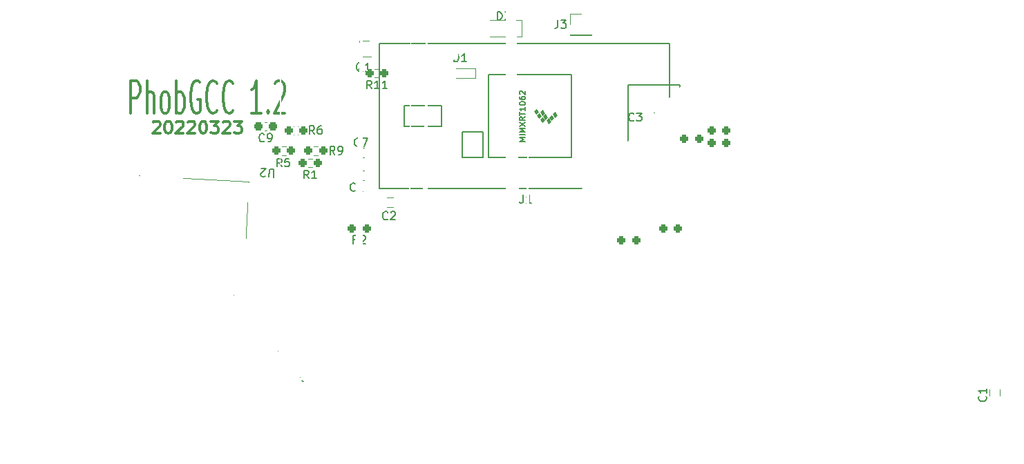
<source format=gto>
%TF.GenerationSoftware,KiCad,Pcbnew,(6.0.1)*%
%TF.CreationDate,2022-03-23T23:28:27-07:00*%
%TF.ProjectId,PhobGCC,50686f62-4743-4432-9e6b-696361645f70,rev?*%
%TF.SameCoordinates,Original*%
%TF.FileFunction,Legend,Top*%
%TF.FilePolarity,Positive*%
%FSLAX46Y46*%
G04 Gerber Fmt 4.6, Leading zero omitted, Abs format (unit mm)*
G04 Created by KiCad (PCBNEW (6.0.1)) date 2022-03-23 23:28:27*
%MOMM*%
%LPD*%
G01*
G04 APERTURE LIST*
G04 Aperture macros list*
%AMRoundRect*
0 Rectangle with rounded corners*
0 $1 Rounding radius*
0 $2 $3 $4 $5 $6 $7 $8 $9 X,Y pos of 4 corners*
0 Add a 4 corners polygon primitive as box body*
4,1,4,$2,$3,$4,$5,$6,$7,$8,$9,$2,$3,0*
0 Add four circle primitives for the rounded corners*
1,1,$1+$1,$2,$3*
1,1,$1+$1,$4,$5*
1,1,$1+$1,$6,$7*
1,1,$1+$1,$8,$9*
0 Add four rect primitives between the rounded corners*
20,1,$1+$1,$2,$3,$4,$5,0*
20,1,$1+$1,$4,$5,$6,$7,0*
20,1,$1+$1,$6,$7,$8,$9,0*
20,1,$1+$1,$8,$9,$2,$3,0*%
%AMHorizOval*
0 Thick line with rounded ends*
0 $1 width*
0 $2 $3 position (X,Y) of the first rounded end (center of the circle)*
0 $4 $5 position (X,Y) of the second rounded end (center of the circle)*
0 Add line between two ends*
20,1,$1,$2,$3,$4,$5,0*
0 Add two circle primitives to create the rounded ends*
1,1,$1,$2,$3*
1,1,$1,$4,$5*%
%AMFreePoly0*
4,1,175,0.155291,0.579555,0.300000,0.519615,0.424264,0.424264,0.519615,0.300000,0.579555,0.155291,0.600000,0.000000,0.579555,-0.155291,0.519615,-0.300000,0.493377,-0.334194,0.502024,-0.569707,0.680699,-0.618838,0.680812,-0.618926,0.680955,-0.618916,0.820128,-0.665337,0.820275,-0.665464,0.820471,-0.665465,0.978527,-0.731380,0.978630,-0.731484,0.978774,-0.731492,1.141505,-0.809990,
1.141599,-0.810095,1.141740,-0.810111,1.294939,-0.894281,1.295052,-0.894421,1.295228,-0.894453,1.424686,-0.977385,1.424769,-0.977504,1.424910,-0.977537,1.438978,-0.987664,1.439075,-0.987820,1.439249,-0.987874,1.692796,-1.198206,1.692954,-1.198505,1.693259,-1.198644,1.913133,-1.434386,1.913254,-1.434710,1.913547,-1.434893,2.100356,-1.696852,2.100433,-1.697183,2.100695,-1.697399,
2.255053,-1.986383,2.255078,-1.986637,2.255258,-1.986816,2.328043,-2.161522,2.328043,-2.161686,2.328153,-2.161810,2.355053,-2.239565,2.355047,-2.239658,2.355108,-2.239731,2.384228,-2.334520,2.384222,-2.334583,2.384262,-2.334634,2.412657,-2.435453,2.412650,-2.435512,2.412686,-2.435560,2.437410,-2.531403,2.437399,-2.531482,2.437444,-2.531546,2.455550,-2.611405,2.455522,-2.611569,
2.455610,-2.611712,2.464152,-2.664581,2.464083,-2.664873,2.464211,-2.665145,2.464514,-2.671642,2.464224,-2.672447,2.464313,-2.673298,2.463600,-2.674177,2.463216,-2.675242,2.462440,-2.675607,2.461902,-2.676270,2.454210,-2.680442,2.453335,-2.680534,2.452583,-2.680989,2.428175,-2.684727,2.427981,-2.684680,2.427803,-2.684770,2.384760,-2.688095,2.384682,-2.688069,2.384606,-2.688105,
2.321008,-2.691038,2.320967,-2.691023,2.320927,-2.691041,2.234856,-2.693602,2.234831,-2.693593,2.234807,-2.693603,2.124341,-2.695813,2.124326,-2.695807,2.124310,-2.695814,1.987531,-2.697694,1.987520,-2.697689,1.987509,-2.697694,1.822497,-2.699263,1.822489,-2.699260,1.822482,-2.699263,1.627317,-2.700543,1.627311,-2.700541,1.627306,-2.700543,1.400067,-2.701554,1.400063,-2.701553,
1.400060,-2.701554,1.138828,-2.702318,1.138825,-2.702317,1.138822,-2.702318,0.841677,-2.702853,0.841675,-2.702852,0.841673,-2.702853,0.506697,-2.703182,0.506695,-2.703181,0.506694,-2.703182,0.131965,-2.703324,0.131963,-2.703324,-0.006653,-2.703334,-2.472973,-2.703334,-2.473476,-2.703126,-2.474012,-2.703225,-2.475189,-2.702416,-2.476509,-2.701870,-2.476717,-2.701367,-2.477167,-2.701058,
-2.477428,-2.699652,-2.477973,-2.698334,-2.477765,-2.697831,-2.477864,-2.697295,-2.467742,-2.649669,-2.467690,-2.649594,-2.467704,-2.649504,-2.393038,-2.348902,-2.392906,-2.348724,-2.392921,-2.348503,-2.302471,-2.081505,-2.302293,-2.081301,-2.302283,-2.081033,-2.192527,-1.840726,-2.192308,-1.840522,-2.192264,-1.840227,-2.059679,-1.619696,-2.059442,-1.619520,-2.059365,-1.619233,-1.900428,-1.411562,
-1.900225,-1.411444,-1.900144,-1.411222,-1.757629,-1.255770,-1.757406,-1.255666,-1.757301,-1.255445,-1.587492,-1.101500,-1.587243,-1.101411,-1.587108,-1.101186,-1.392497,-0.957162,-1.392274,-0.957106,-1.392138,-0.956919,-1.182180,-0.828103,-1.181956,-0.828067,-1.181808,-0.827896,-0.965959,-0.719577,-0.965709,-0.719559,-0.965528,-0.719386,-0.753244,-0.636853,-0.752939,-0.636860,-0.752697,-0.636676,
-0.561814,-0.586761,-0.561628,-0.586787,-0.561471,-0.586684,-0.493291,-0.573893,-0.486952,-0.342568,-0.519615,-0.300000,-0.579555,-0.155291,-0.600000,0.000000,-0.579555,0.155291,-0.519615,0.300000,-0.424264,0.424264,-0.300000,0.519615,-0.155291,0.579555,0.000000,0.600000,0.155291,0.579555,0.155291,0.579555,$1*%
%AMFreePoly1*
4,1,174,-0.019208,2.667285,-0.019207,2.667285,0.299634,2.666361,0.299636,2.666360,0.299638,2.666361,0.606649,2.665242,0.606651,2.665241,0.606653,2.665242,0.899182,2.663949,0.899184,2.663948,0.899186,2.663949,1.174582,2.662504,1.174584,2.662503,1.174587,2.662504,1.430197,2.660927,1.430199,2.660926,1.430202,2.660927,1.663376,2.659242,1.663379,2.659241,1.663383,2.659242,
1.871468,2.657470,1.871472,2.657468,1.871476,2.657470,2.051821,2.655631,2.051827,2.655629,2.051833,2.655631,2.201786,2.653749,2.201796,2.653745,2.201804,2.653748,2.318714,2.651843,2.318731,2.651836,2.318749,2.651843,2.399962,2.649938,2.400013,2.649915,2.400065,2.649934,2.442931,2.648049,2.443182,2.647932,2.443453,2.647999,2.449682,2.647066,2.450911,2.646327,
2.452271,2.645853,2.452504,2.645369,2.452962,2.645094,2.453308,2.643703,2.453934,2.642406,2.455454,2.615763,2.455261,2.615210,2.455391,2.614639,2.445459,2.556273,2.445372,2.556135,2.445399,2.555974,2.426284,2.474209,2.426232,2.474137,2.426244,2.474049,2.400212,2.377211,2.400170,2.377156,2.400177,2.377089,2.369499,2.273503,2.369457,2.273451,2.369462,2.273382,
2.336403,2.171372,2.336347,2.171306,2.336351,2.171219,2.303181,2.079110,2.303131,2.079055,2.303132,2.078978,2.295085,2.058467,2.294946,2.058323,2.294935,2.058125,2.162282,1.782502,2.162028,1.782275,2.161965,1.781939,1.992975,1.522794,1.992707,1.522610,1.992608,1.522300,1.791554,1.284146,1.791270,1.283999,1.791137,1.283708,1.562289,1.071060,1.561985,1.070947,
1.561816,1.070672,1.309446,0.888044,1.309130,0.887969,1.308927,0.887715,1.055251,0.748010,1.054994,0.747981,1.054814,0.747797,0.944796,0.700478,0.944675,0.700476,0.944587,0.700394,0.807393,0.648557,0.807306,0.648560,0.807240,0.648502,0.656931,0.597217,0.656850,0.597222,0.656787,0.597170,0.524683,0.556518,0.515492,0.535464,0.505951,0.473111,0.497340,0.373735,
0.495056,0.332006,0.519615,0.300000,0.579555,0.155291,0.600000,0.000000,0.579555,-0.155291,0.519615,-0.300000,0.424264,-0.424264,0.300000,-0.519615,0.155291,-0.579555,0.000000,-0.600000,-0.155291,-0.579555,-0.300000,-0.519615,-0.424264,-0.424264,-0.519615,-0.300000,-0.579555,-0.155291,-0.600000,0.000000,-0.579555,0.155291,-0.519615,0.300000,-0.490233,0.338292,-0.497945,0.551511,
-0.642508,0.589108,-0.642653,0.589218,-0.642835,0.589205,-0.935946,0.687177,-0.936216,0.687411,-0.936574,0.687435,-1.214879,0.824820,-1.215109,0.825082,-1.215452,0.825151,-1.478167,1.001419,-1.478351,1.001695,-1.478665,1.001801,-1.725011,1.216422,-1.725149,1.216699,-1.725429,1.216831,-1.954623,1.469276,-1.954676,1.469424,-1.954814,1.469499,-1.970792,1.489319,-1.970816,1.489402,
-1.970891,1.489446,-2.080076,1.634214,-2.080124,1.634401,-2.080284,1.634511,-2.171751,1.776072,-2.171793,1.776303,-2.171972,1.776451,-2.249338,1.922991,-2.249360,1.923226,-2.249528,1.923393,-2.316403,2.083097,-2.316404,2.083301,-2.316537,2.083455,-2.376536,2.264509,-2.376525,2.264660,-2.376618,2.264781,-2.433355,2.475371,-2.433344,2.475454,-2.433392,2.475520,-2.464817,2.608216,
-2.464813,2.608238,-2.464827,2.608257,-2.478305,2.667376,-2.478206,2.667956,-2.478430,2.668500,-2.477897,2.669778,-2.477664,2.671149,-2.477183,2.671490,-2.476957,2.672032,-2.475673,2.672560,-2.474541,2.673362,-2.473961,2.673263,-2.473417,2.673487,-0.019208,2.667285,-0.019208,2.667285,$1*%
%AMFreePoly2*
4,1,52,0.073905,0.494508,0.209726,0.453889,0.328688,0.376782,0.421226,0.269385,0.479903,0.140333,0.500000,0.000000,0.499851,-0.012216,0.493270,-0.051334,2.240667,-0.051334,2.244203,-0.052798,2.245667,-0.056334,2.245667,-5.115167,2.244203,-5.118703,2.240667,-5.120167,1.669167,-5.120167,1.665631,-5.118703,1.664167,-5.115167,1.664167,-0.632834,0.213667,-0.632834,0.213667,-5.115167,
0.212203,-5.118703,0.208667,-5.120167,-0.384000,-5.120167,-0.387536,-5.118703,-0.389000,-5.115167,-0.389000,-0.632834,-1.860666,-0.632834,-1.860666,-5.115167,-1.862130,-5.118703,-1.865666,-5.120167,-2.437166,-5.120167,-2.440702,-5.118703,-2.442166,-5.115167,-2.442166,-0.056334,-2.440702,-0.052798,-2.437166,-0.051334,-0.540331,-0.051334,-0.516310,0.048800,-0.516081,0.049116,-0.516084,0.049507,
-0.478875,0.141542,-0.478152,0.146186,-0.469840,0.163891,-0.466788,0.171439,-0.466264,0.171972,-0.466055,0.172692,-0.465216,0.173739,-0.417904,0.274511,-0.324060,0.380769,-0.204165,0.456417,-0.067858,0.495374,0.073905,0.494508,0.073905,0.494508,$1*%
%AMFreePoly3*
4,1,74,2.426383,5.069651,2.428131,5.068968,2.428153,5.068918,2.428203,5.068897,2.428915,5.067177,2.429666,5.065462,2.429646,5.065411,2.429667,5.065361,2.429667,0.026500,2.428203,0.022964,2.424667,0.021500,1.697721,0.021500,1.514570,0.021092,1.334660,0.019937,1.164980,0.018134,1.164978,0.018135,1.012625,0.015785,1.012624,0.015784,0.884489,0.012987,0.884488,0.012987,
0.787775,0.009847,0.749088,0.007927,0.530743,-0.005432,0.508394,-0.088993,0.508170,-0.089285,0.508167,-0.089653,0.458855,-0.205995,0.458401,-0.206442,0.458241,-0.207057,0.434305,-0.238758,0.414519,-0.279596,0.319384,-0.384700,0.198574,-0.458877,0.061801,-0.496166,-0.079941,-0.493568,-0.215256,-0.451293,-0.333266,-0.372738,-0.424486,-0.264219,-0.481581,-0.134460,-0.499963,0.006109,
-0.498457,0.015784,-0.497567,0.021500,-2.253166,0.021500,-2.256702,0.022964,-2.258166,0.026500,-2.258166,5.064166,-2.256702,5.067702,-2.253166,5.069166,-1.681666,5.069166,-1.678130,5.067702,-1.676666,5.064166,-1.676666,0.581833,-0.205000,0.581833,-0.205000,5.064166,-0.203536,5.067702,-0.200000,5.069166,0.371500,5.069166,0.375036,5.067702,0.376500,5.064166,0.376500,0.581833,
1.826819,0.581833,1.832195,2.815220,1.837584,5.053595,1.838292,5.055293,1.838977,5.057047,1.839034,5.057072,1.839057,5.057127,1.840742,5.057820,1.842483,5.058582,2.133524,5.064471,2.424566,5.070360,2.424617,5.070340,2.424667,5.070361,2.426383,5.069651,2.426383,5.069651,$1*%
G04 Aperture macros list end*
%ADD10C,0.100000*%
%ADD11C,0.300000*%
%ADD12C,0.150000*%
%ADD13C,0.127000*%
%ADD14C,0.120000*%
%ADD15C,0.010000*%
%ADD16C,3.560000*%
%ADD17C,3.560001*%
%ADD18C,1.524000*%
%ADD19C,1.498000*%
%ADD20FreePoly0,0.000000*%
%ADD21FreePoly1,0.000000*%
%ADD22R,1.200000X0.750000*%
%ADD23HorizOval,1.600000X-0.026168X-0.499315X0.026168X0.499315X0*%
%ADD24C,1.600000*%
%ADD25C,2.000000*%
%ADD26HorizOval,2.800000X-0.568661X0.191376X0.568661X-0.191376X0*%
%ADD27HorizOval,0.800000X-0.031402X-0.599178X0.031402X0.599178X0*%
%ADD28HorizOval,0.800000X-0.599178X0.031402X0.599178X-0.031402X0*%
%ADD29FreePoly2,0.000000*%
%ADD30FreePoly3,0.000000*%
%ADD31R,1.700000X1.700000*%
%ADD32C,5.200000*%
%ADD33C,1.800000*%
%ADD34C,2.400000*%
%ADD35C,2.200000*%
%ADD36O,2.800000X2.200000*%
%ADD37R,1.000000X0.700000*%
%ADD38RoundRect,0.237500X0.250000X0.237500X-0.250000X0.237500X-0.250000X-0.237500X0.250000X-0.237500X0*%
%ADD39R,0.750000X1.200000*%
%ADD40R,1.100000X1.100000*%
%ADD41RoundRect,0.237500X-0.250000X-0.237500X0.250000X-0.237500X0.250000X0.237500X-0.250000X0.237500X0*%
%ADD42RoundRect,0.237500X0.300000X0.237500X-0.300000X0.237500X-0.300000X-0.237500X0.300000X-0.237500X0*%
%ADD43O,1.700000X1.700000*%
%ADD44R,0.600000X0.500000*%
%ADD45O,1.600000X2.500000*%
%ADD46C,1.400000*%
%ADD47R,1.350000X1.350000*%
%ADD48O,1.350000X1.350000*%
%ADD49R,1.400000X1.400000*%
%ADD50O,1.400000X1.400000*%
G04 APERTURE END LIST*
D10*
X63000000Y-105000000D02*
X51500000Y-105000000D01*
X51500000Y-105000000D02*
X51500000Y-99000000D01*
X51500000Y-99000000D02*
X63000000Y-99000000D01*
X63000000Y-99000000D02*
X63000000Y-105000000D01*
G36*
X63000000Y-105000000D02*
G01*
X51500000Y-105000000D01*
X51500000Y-99000000D01*
X63000000Y-99000000D01*
X63000000Y-105000000D01*
G37*
X63000000Y-105000000D02*
X51500000Y-105000000D01*
X51500000Y-99000000D01*
X63000000Y-99000000D01*
X63000000Y-105000000D01*
D11*
X67071428Y-64521428D02*
X67142857Y-64450000D01*
X67285714Y-64378571D01*
X67642857Y-64378571D01*
X67785714Y-64450000D01*
X67857142Y-64521428D01*
X67928571Y-64664285D01*
X67928571Y-64807142D01*
X67857142Y-65021428D01*
X67000000Y-65878571D01*
X67928571Y-65878571D01*
X68857142Y-64378571D02*
X69000000Y-64378571D01*
X69142857Y-64450000D01*
X69214285Y-64521428D01*
X69285714Y-64664285D01*
X69357142Y-64950000D01*
X69357142Y-65307142D01*
X69285714Y-65592857D01*
X69214285Y-65735714D01*
X69142857Y-65807142D01*
X69000000Y-65878571D01*
X68857142Y-65878571D01*
X68714285Y-65807142D01*
X68642857Y-65735714D01*
X68571428Y-65592857D01*
X68500000Y-65307142D01*
X68500000Y-64950000D01*
X68571428Y-64664285D01*
X68642857Y-64521428D01*
X68714285Y-64450000D01*
X68857142Y-64378571D01*
X69928571Y-64521428D02*
X70000000Y-64450000D01*
X70142857Y-64378571D01*
X70500000Y-64378571D01*
X70642857Y-64450000D01*
X70714285Y-64521428D01*
X70785714Y-64664285D01*
X70785714Y-64807142D01*
X70714285Y-65021428D01*
X69857142Y-65878571D01*
X70785714Y-65878571D01*
X71357142Y-64521428D02*
X71428571Y-64450000D01*
X71571428Y-64378571D01*
X71928571Y-64378571D01*
X72071428Y-64450000D01*
X72142857Y-64521428D01*
X72214285Y-64664285D01*
X72214285Y-64807142D01*
X72142857Y-65021428D01*
X71285714Y-65878571D01*
X72214285Y-65878571D01*
X73142857Y-64378571D02*
X73285714Y-64378571D01*
X73428571Y-64450000D01*
X73500000Y-64521428D01*
X73571428Y-64664285D01*
X73642857Y-64950000D01*
X73642857Y-65307142D01*
X73571428Y-65592857D01*
X73500000Y-65735714D01*
X73428571Y-65807142D01*
X73285714Y-65878571D01*
X73142857Y-65878571D01*
X73000000Y-65807142D01*
X72928571Y-65735714D01*
X72857142Y-65592857D01*
X72785714Y-65307142D01*
X72785714Y-64950000D01*
X72857142Y-64664285D01*
X72928571Y-64521428D01*
X73000000Y-64450000D01*
X73142857Y-64378571D01*
X74142857Y-64378571D02*
X75071428Y-64378571D01*
X74571428Y-64950000D01*
X74785714Y-64950000D01*
X74928571Y-65021428D01*
X75000000Y-65092857D01*
X75071428Y-65235714D01*
X75071428Y-65592857D01*
X75000000Y-65735714D01*
X74928571Y-65807142D01*
X74785714Y-65878571D01*
X74357142Y-65878571D01*
X74214285Y-65807142D01*
X74142857Y-65735714D01*
X75642857Y-64521428D02*
X75714285Y-64450000D01*
X75857142Y-64378571D01*
X76214285Y-64378571D01*
X76357142Y-64450000D01*
X76428571Y-64521428D01*
X76500000Y-64664285D01*
X76500000Y-64807142D01*
X76428571Y-65021428D01*
X75571428Y-65878571D01*
X76500000Y-65878571D01*
X77000000Y-64378571D02*
X77928571Y-64378571D01*
X77428571Y-64950000D01*
X77642857Y-64950000D01*
X77785714Y-65021428D01*
X77857142Y-65092857D01*
X77928571Y-65235714D01*
X77928571Y-65592857D01*
X77857142Y-65735714D01*
X77785714Y-65807142D01*
X77642857Y-65878571D01*
X77214285Y-65878571D01*
X77071428Y-65807142D01*
X77000000Y-65735714D01*
X64319047Y-63409523D02*
X64319047Y-59409523D01*
X65080952Y-59409523D01*
X65271428Y-59600000D01*
X65366666Y-59790476D01*
X65461904Y-60171428D01*
X65461904Y-60742857D01*
X65366666Y-61123809D01*
X65271428Y-61314285D01*
X65080952Y-61504761D01*
X64319047Y-61504761D01*
X66319047Y-63409523D02*
X66319047Y-59409523D01*
X67176190Y-63409523D02*
X67176190Y-61314285D01*
X67080952Y-60933333D01*
X66890476Y-60742857D01*
X66604761Y-60742857D01*
X66414285Y-60933333D01*
X66319047Y-61123809D01*
X68414285Y-63409523D02*
X68223809Y-63219047D01*
X68128571Y-63028571D01*
X68033333Y-62647619D01*
X68033333Y-61504761D01*
X68128571Y-61123809D01*
X68223809Y-60933333D01*
X68414285Y-60742857D01*
X68700000Y-60742857D01*
X68890476Y-60933333D01*
X68985714Y-61123809D01*
X69080952Y-61504761D01*
X69080952Y-62647619D01*
X68985714Y-63028571D01*
X68890476Y-63219047D01*
X68700000Y-63409523D01*
X68414285Y-63409523D01*
X69938095Y-63409523D02*
X69938095Y-59409523D01*
X69938095Y-60933333D02*
X70128571Y-60742857D01*
X70509523Y-60742857D01*
X70700000Y-60933333D01*
X70795238Y-61123809D01*
X70890476Y-61504761D01*
X70890476Y-62647619D01*
X70795238Y-63028571D01*
X70700000Y-63219047D01*
X70509523Y-63409523D01*
X70128571Y-63409523D01*
X69938095Y-63219047D01*
X72795238Y-59600000D02*
X72604761Y-59409523D01*
X72319047Y-59409523D01*
X72033333Y-59600000D01*
X71842857Y-59980952D01*
X71747619Y-60361904D01*
X71652380Y-61123809D01*
X71652380Y-61695238D01*
X71747619Y-62457142D01*
X71842857Y-62838095D01*
X72033333Y-63219047D01*
X72319047Y-63409523D01*
X72509523Y-63409523D01*
X72795238Y-63219047D01*
X72890476Y-63028571D01*
X72890476Y-61695238D01*
X72509523Y-61695238D01*
X74890476Y-63028571D02*
X74795238Y-63219047D01*
X74509523Y-63409523D01*
X74319047Y-63409523D01*
X74033333Y-63219047D01*
X73842857Y-62838095D01*
X73747619Y-62457142D01*
X73652380Y-61695238D01*
X73652380Y-61123809D01*
X73747619Y-60361904D01*
X73842857Y-59980952D01*
X74033333Y-59600000D01*
X74319047Y-59409523D01*
X74509523Y-59409523D01*
X74795238Y-59600000D01*
X74890476Y-59790476D01*
X76890476Y-63028571D02*
X76795238Y-63219047D01*
X76509523Y-63409523D01*
X76319047Y-63409523D01*
X76033333Y-63219047D01*
X75842857Y-62838095D01*
X75747619Y-62457142D01*
X75652380Y-61695238D01*
X75652380Y-61123809D01*
X75747619Y-60361904D01*
X75842857Y-59980952D01*
X76033333Y-59600000D01*
X76319047Y-59409523D01*
X76509523Y-59409523D01*
X76795238Y-59600000D01*
X76890476Y-59790476D01*
X80319047Y-63409523D02*
X79176190Y-63409523D01*
X79747619Y-63409523D02*
X79747619Y-59409523D01*
X79557142Y-59980952D01*
X79366666Y-60361904D01*
X79176190Y-60552380D01*
X81176190Y-63028571D02*
X81271428Y-63219047D01*
X81176190Y-63409523D01*
X81080952Y-63219047D01*
X81176190Y-63028571D01*
X81176190Y-63409523D01*
X82033333Y-59790476D02*
X82128571Y-59600000D01*
X82319047Y-59409523D01*
X82795238Y-59409523D01*
X82985714Y-59600000D01*
X83080952Y-59790476D01*
X83176190Y-60171428D01*
X83176190Y-60552380D01*
X83080952Y-61123809D01*
X81938095Y-63409523D01*
X83176190Y-63409523D01*
D12*
X161371144Y-66927597D02*
X161307117Y-66855392D01*
X161174973Y-66779099D01*
X161106857Y-66775011D01*
X161065170Y-66786181D01*
X161008224Y-66823780D01*
X160977707Y-66876637D01*
X160973618Y-66944753D01*
X160984788Y-66986440D01*
X161022387Y-67043386D01*
X161112843Y-67130849D01*
X161150442Y-67187795D01*
X161161612Y-67229483D01*
X161157524Y-67297599D01*
X161127007Y-67350456D01*
X161070061Y-67388055D01*
X161028373Y-67399225D01*
X160960257Y-67395136D01*
X160828114Y-67318843D01*
X160764086Y-67246639D01*
X160563827Y-67166257D02*
X160752114Y-66534961D01*
X160417520Y-66870357D01*
X160540685Y-66412892D01*
X160088110Y-66891602D01*
X159934722Y-66485899D02*
X159972321Y-66542845D01*
X159983491Y-66584532D01*
X159979402Y-66652648D01*
X159964144Y-66679077D01*
X159907198Y-66716676D01*
X159865510Y-66727846D01*
X159797394Y-66723757D01*
X159691679Y-66662723D01*
X159654081Y-66605777D01*
X159642911Y-66564089D01*
X159646999Y-66495973D01*
X159662258Y-66469545D01*
X159719204Y-66431946D01*
X159760891Y-66420776D01*
X159829007Y-66424864D01*
X159934722Y-66485899D01*
X160002838Y-66489987D01*
X160044525Y-66478817D01*
X160101471Y-66441219D01*
X160162506Y-66335504D01*
X160166594Y-66267388D01*
X160155424Y-66225700D01*
X160117825Y-66168754D01*
X160012110Y-66107720D01*
X159943994Y-66103631D01*
X159902307Y-66114802D01*
X159845361Y-66152400D01*
X159784327Y-66258115D01*
X159780238Y-66326231D01*
X159791408Y-66367918D01*
X159829007Y-66424864D01*
X55507142Y-83307142D02*
X55459523Y-83354761D01*
X55316666Y-83402380D01*
X55221428Y-83402380D01*
X55078571Y-83354761D01*
X54983333Y-83259523D01*
X54935714Y-83164285D01*
X54888095Y-82973809D01*
X54888095Y-82830952D01*
X54935714Y-82640476D01*
X54983333Y-82545238D01*
X55078571Y-82450000D01*
X55221428Y-82402380D01*
X55316666Y-82402380D01*
X55459523Y-82450000D01*
X55507142Y-82497619D01*
X56459523Y-83402380D02*
X55888095Y-83402380D01*
X56173809Y-83402380D02*
X56173809Y-82402380D01*
X56078571Y-82545238D01*
X55983333Y-82640476D01*
X55888095Y-82688095D01*
X57411904Y-83402380D02*
X56840476Y-83402380D01*
X57126190Y-83402380D02*
X57126190Y-82402380D01*
X57030952Y-82545238D01*
X56935714Y-82640476D01*
X56840476Y-82688095D01*
X81831344Y-71231697D02*
X81873711Y-70423283D01*
X81831142Y-70325683D01*
X81786080Y-70275637D01*
X81693465Y-70223099D01*
X81503250Y-70213130D01*
X81405650Y-70255699D01*
X81355604Y-70300761D01*
X81303066Y-70393376D01*
X81260698Y-71201791D01*
X80837699Y-71084254D02*
X80787653Y-71129315D01*
X80690053Y-71171885D01*
X80452284Y-71159424D01*
X80359669Y-71106885D01*
X80314607Y-71056839D01*
X80272038Y-70959240D01*
X80277022Y-70864132D01*
X80332052Y-70723963D01*
X80932604Y-70183224D01*
X80314405Y-70150825D01*
X95833333Y-76357142D02*
X95785714Y-76404761D01*
X95642857Y-76452380D01*
X95547619Y-76452380D01*
X95404761Y-76404761D01*
X95309523Y-76309523D01*
X95261904Y-76214285D01*
X95214285Y-76023809D01*
X95214285Y-75880952D01*
X95261904Y-75690476D01*
X95309523Y-75595238D01*
X95404761Y-75500000D01*
X95547619Y-75452380D01*
X95642857Y-75452380D01*
X95785714Y-75500000D01*
X95833333Y-75547619D01*
X96214285Y-75547619D02*
X96261904Y-75500000D01*
X96357142Y-75452380D01*
X96595238Y-75452380D01*
X96690476Y-75500000D01*
X96738095Y-75547619D01*
X96785714Y-75642857D01*
X96785714Y-75738095D01*
X96738095Y-75880952D01*
X96166666Y-76452380D01*
X96785714Y-76452380D01*
X91833333Y-72857142D02*
X91785714Y-72904761D01*
X91642857Y-72952380D01*
X91547619Y-72952380D01*
X91404761Y-72904761D01*
X91309523Y-72809523D01*
X91261904Y-72714285D01*
X91214285Y-72523809D01*
X91214285Y-72380952D01*
X91261904Y-72190476D01*
X91309523Y-72095238D01*
X91404761Y-72000000D01*
X91547619Y-71952380D01*
X91642857Y-71952380D01*
X91785714Y-72000000D01*
X91833333Y-72047619D01*
X92785714Y-72952380D02*
X92214285Y-72952380D01*
X92500000Y-72952380D02*
X92500000Y-71952380D01*
X92404761Y-72095238D01*
X92309523Y-72190476D01*
X92214285Y-72238095D01*
X92333333Y-67357142D02*
X92285714Y-67404761D01*
X92142857Y-67452380D01*
X92047619Y-67452380D01*
X91904761Y-67404761D01*
X91809523Y-67309523D01*
X91761904Y-67214285D01*
X91714285Y-67023809D01*
X91714285Y-66880952D01*
X91761904Y-66690476D01*
X91809523Y-66595238D01*
X91904761Y-66500000D01*
X92047619Y-66452380D01*
X92142857Y-66452380D01*
X92285714Y-66500000D01*
X92333333Y-66547619D01*
X92666666Y-66452380D02*
X93333333Y-66452380D01*
X92904761Y-67452380D01*
X125983333Y-64257142D02*
X125935714Y-64304761D01*
X125792857Y-64352380D01*
X125697619Y-64352380D01*
X125554761Y-64304761D01*
X125459523Y-64209523D01*
X125411904Y-64114285D01*
X125364285Y-63923809D01*
X125364285Y-63780952D01*
X125411904Y-63590476D01*
X125459523Y-63495238D01*
X125554761Y-63400000D01*
X125697619Y-63352380D01*
X125792857Y-63352380D01*
X125935714Y-63400000D01*
X125983333Y-63447619D01*
X126316666Y-63352380D02*
X126935714Y-63352380D01*
X126602380Y-63733333D01*
X126745238Y-63733333D01*
X126840476Y-63780952D01*
X126888095Y-63828571D01*
X126935714Y-63923809D01*
X126935714Y-64161904D01*
X126888095Y-64257142D01*
X126840476Y-64304761D01*
X126745238Y-64352380D01*
X126459523Y-64352380D01*
X126364285Y-64304761D01*
X126316666Y-64257142D01*
X128333333Y-76857142D02*
X128285714Y-76904761D01*
X128142857Y-76952380D01*
X128047619Y-76952380D01*
X127904761Y-76904761D01*
X127809523Y-76809523D01*
X127761904Y-76714285D01*
X127714285Y-76523809D01*
X127714285Y-76380952D01*
X127761904Y-76190476D01*
X127809523Y-76095238D01*
X127904761Y-76000000D01*
X128047619Y-75952380D01*
X128142857Y-75952380D01*
X128285714Y-76000000D01*
X128333333Y-76047619D01*
X129190476Y-76285714D02*
X129190476Y-76952380D01*
X128952380Y-75904761D02*
X128714285Y-76619047D01*
X129333333Y-76619047D01*
X116666666Y-51952380D02*
X116666666Y-52666666D01*
X116619047Y-52809523D01*
X116523809Y-52904761D01*
X116380952Y-52952380D01*
X116285714Y-52952380D01*
X117047619Y-51952380D02*
X117666666Y-51952380D01*
X117333333Y-52333333D01*
X117476190Y-52333333D01*
X117571428Y-52380952D01*
X117619047Y-52428571D01*
X117666666Y-52523809D01*
X117666666Y-52761904D01*
X117619047Y-52857142D01*
X117571428Y-52904761D01*
X117476190Y-52952380D01*
X117190476Y-52952380D01*
X117095238Y-52904761D01*
X117047619Y-52857142D01*
X111848095Y-73382380D02*
X111848095Y-74191904D01*
X111895714Y-74287142D01*
X111943333Y-74334761D01*
X112038571Y-74382380D01*
X112229047Y-74382380D01*
X112324285Y-74334761D01*
X112371904Y-74287142D01*
X112419523Y-74191904D01*
X112419523Y-73382380D01*
X113419523Y-74382380D02*
X112848095Y-74382380D01*
X113133809Y-74382380D02*
X113133809Y-73382380D01*
X113038571Y-73525238D01*
X112943333Y-73620476D01*
X112848095Y-73668095D01*
X111148666Y-65170000D02*
X110448666Y-65170000D01*
X110448666Y-65003333D01*
X110482000Y-64903333D01*
X110548666Y-64836666D01*
X110615333Y-64803333D01*
X110748666Y-64770000D01*
X110848666Y-64770000D01*
X110982000Y-64803333D01*
X111048666Y-64836666D01*
X111115333Y-64903333D01*
X111148666Y-65003333D01*
X111148666Y-65170000D01*
X110448666Y-64570000D02*
X111148666Y-64336666D01*
X110448666Y-64103333D01*
X111148666Y-63536666D02*
X111148666Y-63870000D01*
X110448666Y-63870000D01*
X110448666Y-63003333D02*
X110448666Y-63136666D01*
X110482000Y-63203333D01*
X110515333Y-63236666D01*
X110615333Y-63303333D01*
X110748666Y-63336666D01*
X111015333Y-63336666D01*
X111082000Y-63303333D01*
X111115333Y-63270000D01*
X111148666Y-63203333D01*
X111148666Y-63070000D01*
X111115333Y-63003333D01*
X111082000Y-62970000D01*
X111015333Y-62936666D01*
X110848666Y-62936666D01*
X110782000Y-62970000D01*
X110748666Y-63003333D01*
X110715333Y-63070000D01*
X110715333Y-63203333D01*
X110748666Y-63270000D01*
X110782000Y-63303333D01*
X110848666Y-63336666D01*
X110948666Y-62670000D02*
X110948666Y-62336666D01*
X111148666Y-62736666D02*
X110448666Y-62503333D01*
X111148666Y-62270000D01*
X112672666Y-66853333D02*
X111972666Y-66853333D01*
X112472666Y-66620000D01*
X111972666Y-66386666D01*
X112672666Y-66386666D01*
X112672666Y-66053333D02*
X111972666Y-66053333D01*
X112672666Y-65720000D02*
X111972666Y-65720000D01*
X112472666Y-65486666D01*
X111972666Y-65253333D01*
X112672666Y-65253333D01*
X111972666Y-64986666D02*
X112672666Y-64520000D01*
X111972666Y-64520000D02*
X112672666Y-64986666D01*
X112672666Y-63853333D02*
X112339333Y-64086666D01*
X112672666Y-64253333D02*
X111972666Y-64253333D01*
X111972666Y-63986666D01*
X112006000Y-63920000D01*
X112039333Y-63886666D01*
X112106000Y-63853333D01*
X112206000Y-63853333D01*
X112272666Y-63886666D01*
X112306000Y-63920000D01*
X112339333Y-63986666D01*
X112339333Y-64253333D01*
X111972666Y-63653333D02*
X111972666Y-63253333D01*
X112672666Y-63453333D02*
X111972666Y-63453333D01*
X112672666Y-62653333D02*
X112672666Y-63053333D01*
X112672666Y-62853333D02*
X111972666Y-62853333D01*
X112072666Y-62920000D01*
X112139333Y-62986666D01*
X112172666Y-63053333D01*
X111972666Y-62220000D02*
X111972666Y-62153333D01*
X112006000Y-62086666D01*
X112039333Y-62053333D01*
X112106000Y-62020000D01*
X112239333Y-61986666D01*
X112406000Y-61986666D01*
X112539333Y-62020000D01*
X112606000Y-62053333D01*
X112639333Y-62086666D01*
X112672666Y-62153333D01*
X112672666Y-62220000D01*
X112639333Y-62286666D01*
X112606000Y-62320000D01*
X112539333Y-62353333D01*
X112406000Y-62386666D01*
X112239333Y-62386666D01*
X112106000Y-62353333D01*
X112039333Y-62320000D01*
X112006000Y-62286666D01*
X111972666Y-62220000D01*
X111972666Y-61386666D02*
X111972666Y-61520000D01*
X112006000Y-61586666D01*
X112039333Y-61620000D01*
X112139333Y-61686666D01*
X112272666Y-61720000D01*
X112539333Y-61720000D01*
X112606000Y-61686666D01*
X112639333Y-61653333D01*
X112672666Y-61586666D01*
X112672666Y-61453333D01*
X112639333Y-61386666D01*
X112606000Y-61353333D01*
X112539333Y-61320000D01*
X112372666Y-61320000D01*
X112306000Y-61353333D01*
X112272666Y-61386666D01*
X112239333Y-61453333D01*
X112239333Y-61586666D01*
X112272666Y-61653333D01*
X112306000Y-61686666D01*
X112372666Y-61720000D01*
X112039333Y-61053333D02*
X112006000Y-61020000D01*
X111972666Y-60953333D01*
X111972666Y-60786666D01*
X112006000Y-60720000D01*
X112039333Y-60686666D01*
X112106000Y-60653333D01*
X112172666Y-60653333D01*
X112272666Y-60686666D01*
X112672666Y-61086666D01*
X112672666Y-60653333D01*
X103961904Y-57052380D02*
X103961904Y-56052380D01*
X104200000Y-56052380D01*
X104342857Y-56100000D01*
X104438095Y-56195238D01*
X104485714Y-56290476D01*
X104533333Y-56480952D01*
X104533333Y-56623809D01*
X104485714Y-56814285D01*
X104438095Y-56909523D01*
X104342857Y-57004761D01*
X104200000Y-57052380D01*
X103961904Y-57052380D01*
X105485714Y-57052380D02*
X104914285Y-57052380D01*
X105200000Y-57052380D02*
X105200000Y-56052380D01*
X105104761Y-56195238D01*
X105009523Y-56290476D01*
X104914285Y-56338095D01*
X122333333Y-77357142D02*
X122285714Y-77404761D01*
X122142857Y-77452380D01*
X122047619Y-77452380D01*
X121904761Y-77404761D01*
X121809523Y-77309523D01*
X121761904Y-77214285D01*
X121714285Y-77023809D01*
X121714285Y-76880952D01*
X121761904Y-76690476D01*
X121809523Y-76595238D01*
X121904761Y-76500000D01*
X122047619Y-76452380D01*
X122142857Y-76452380D01*
X122285714Y-76500000D01*
X122333333Y-76547619D01*
X123238095Y-76452380D02*
X122761904Y-76452380D01*
X122714285Y-76928571D01*
X122761904Y-76880952D01*
X122857142Y-76833333D01*
X123095238Y-76833333D01*
X123190476Y-76880952D01*
X123238095Y-76928571D01*
X123285714Y-77023809D01*
X123285714Y-77261904D01*
X123238095Y-77357142D01*
X123190476Y-77404761D01*
X123095238Y-77452380D01*
X122857142Y-77452380D01*
X122761904Y-77404761D01*
X122714285Y-77357142D01*
X92158333Y-79382380D02*
X91825000Y-78906190D01*
X91586904Y-79382380D02*
X91586904Y-78382380D01*
X91967857Y-78382380D01*
X92063095Y-78430000D01*
X92110714Y-78477619D01*
X92158333Y-78572857D01*
X92158333Y-78715714D01*
X92110714Y-78810952D01*
X92063095Y-78858571D01*
X91967857Y-78906190D01*
X91586904Y-78906190D01*
X92539285Y-78477619D02*
X92586904Y-78430000D01*
X92682142Y-78382380D01*
X92920238Y-78382380D01*
X93015476Y-78430000D01*
X93063095Y-78477619D01*
X93110714Y-78572857D01*
X93110714Y-78668095D01*
X93063095Y-78810952D01*
X92491666Y-79382380D01*
X93110714Y-79382380D01*
X86158333Y-71382380D02*
X85825000Y-70906190D01*
X85586904Y-71382380D02*
X85586904Y-70382380D01*
X85967857Y-70382380D01*
X86063095Y-70430000D01*
X86110714Y-70477619D01*
X86158333Y-70572857D01*
X86158333Y-70715714D01*
X86110714Y-70810952D01*
X86063095Y-70858571D01*
X85967857Y-70906190D01*
X85586904Y-70906190D01*
X87110714Y-71382380D02*
X86539285Y-71382380D01*
X86825000Y-71382380D02*
X86825000Y-70382380D01*
X86729761Y-70525238D01*
X86634523Y-70620476D01*
X86539285Y-70668095D01*
X135333333Y-70857142D02*
X135285714Y-70904761D01*
X135142857Y-70952380D01*
X135047619Y-70952380D01*
X134904761Y-70904761D01*
X134809523Y-70809523D01*
X134761904Y-70714285D01*
X134714285Y-70523809D01*
X134714285Y-70380952D01*
X134761904Y-70190476D01*
X134809523Y-70095238D01*
X134904761Y-70000000D01*
X135047619Y-69952380D01*
X135142857Y-69952380D01*
X135285714Y-70000000D01*
X135333333Y-70047619D01*
X136190476Y-69952380D02*
X136000000Y-69952380D01*
X135904761Y-70000000D01*
X135857142Y-70047619D01*
X135761904Y-70190476D01*
X135714285Y-70380952D01*
X135714285Y-70761904D01*
X135761904Y-70857142D01*
X135809523Y-70904761D01*
X135904761Y-70952380D01*
X136095238Y-70952380D01*
X136190476Y-70904761D01*
X136238095Y-70857142D01*
X136285714Y-70761904D01*
X136285714Y-70523809D01*
X136238095Y-70428571D01*
X136190476Y-70380952D01*
X136095238Y-70333333D01*
X135904761Y-70333333D01*
X135809523Y-70380952D01*
X135761904Y-70428571D01*
X135714285Y-70523809D01*
X133333333Y-72857142D02*
X133285714Y-72904761D01*
X133142857Y-72952380D01*
X133047619Y-72952380D01*
X132904761Y-72904761D01*
X132809523Y-72809523D01*
X132761904Y-72714285D01*
X132714285Y-72523809D01*
X132714285Y-72380952D01*
X132761904Y-72190476D01*
X132809523Y-72095238D01*
X132904761Y-72000000D01*
X133047619Y-71952380D01*
X133142857Y-71952380D01*
X133285714Y-72000000D01*
X133333333Y-72047619D01*
X133904761Y-72380952D02*
X133809523Y-72333333D01*
X133761904Y-72285714D01*
X133714285Y-72190476D01*
X133714285Y-72142857D01*
X133761904Y-72047619D01*
X133809523Y-72000000D01*
X133904761Y-71952380D01*
X134095238Y-71952380D01*
X134190476Y-72000000D01*
X134238095Y-72047619D01*
X134285714Y-72142857D01*
X134285714Y-72190476D01*
X134238095Y-72285714D01*
X134190476Y-72333333D01*
X134095238Y-72380952D01*
X133904761Y-72380952D01*
X133809523Y-72428571D01*
X133761904Y-72476190D01*
X133714285Y-72571428D01*
X133714285Y-72761904D01*
X133761904Y-72857142D01*
X133809523Y-72904761D01*
X133904761Y-72952380D01*
X134095238Y-72952380D01*
X134190476Y-72904761D01*
X134238095Y-72857142D01*
X134285714Y-72761904D01*
X134285714Y-72571428D01*
X134238095Y-72476190D01*
X134190476Y-72428571D01*
X134095238Y-72380952D01*
X169107142Y-98092857D02*
X169154761Y-98140476D01*
X169202380Y-98283333D01*
X169202380Y-98378571D01*
X169154761Y-98521428D01*
X169059523Y-98616666D01*
X168964285Y-98664285D01*
X168773809Y-98711904D01*
X168630952Y-98711904D01*
X168440476Y-98664285D01*
X168345238Y-98616666D01*
X168250000Y-98521428D01*
X168202380Y-98378571D01*
X168202380Y-98283333D01*
X168250000Y-98140476D01*
X168297619Y-98092857D01*
X169202380Y-97140476D02*
X169202380Y-97711904D01*
X169202380Y-97426190D02*
X168202380Y-97426190D01*
X168345238Y-97521428D01*
X168440476Y-97616666D01*
X168488095Y-97711904D01*
X168297619Y-96759523D02*
X168250000Y-96711904D01*
X168202380Y-96616666D01*
X168202380Y-96378571D01*
X168250000Y-96283333D01*
X168297619Y-96235714D01*
X168392857Y-96188095D01*
X168488095Y-96188095D01*
X168630952Y-96235714D01*
X169202380Y-96807142D01*
X169202380Y-96188095D01*
X144607142Y-79757142D02*
X144559523Y-79804761D01*
X144416666Y-79852380D01*
X144321428Y-79852380D01*
X144178571Y-79804761D01*
X144083333Y-79709523D01*
X144035714Y-79614285D01*
X143988095Y-79423809D01*
X143988095Y-79280952D01*
X144035714Y-79090476D01*
X144083333Y-78995238D01*
X144178571Y-78900000D01*
X144321428Y-78852380D01*
X144416666Y-78852380D01*
X144559523Y-78900000D01*
X144607142Y-78947619D01*
X145559523Y-79852380D02*
X144988095Y-79852380D01*
X145273809Y-79852380D02*
X145273809Y-78852380D01*
X145178571Y-78995238D01*
X145083333Y-79090476D01*
X144988095Y-79138095D01*
X146178571Y-78852380D02*
X146273809Y-78852380D01*
X146369047Y-78900000D01*
X146416666Y-78947619D01*
X146464285Y-79042857D01*
X146511904Y-79233333D01*
X146511904Y-79471428D01*
X146464285Y-79661904D01*
X146416666Y-79757142D01*
X146369047Y-79804761D01*
X146273809Y-79852380D01*
X146178571Y-79852380D01*
X146083333Y-79804761D01*
X146035714Y-79757142D01*
X145988095Y-79661904D01*
X145940476Y-79471428D01*
X145940476Y-79233333D01*
X145988095Y-79042857D01*
X146035714Y-78947619D01*
X146083333Y-78900000D01*
X146178571Y-78852380D01*
X137333333Y-68952380D02*
X137000000Y-68476190D01*
X136761904Y-68952380D02*
X136761904Y-67952380D01*
X137142857Y-67952380D01*
X137238095Y-68000000D01*
X137285714Y-68047619D01*
X137333333Y-68142857D01*
X137333333Y-68285714D01*
X137285714Y-68380952D01*
X137238095Y-68428571D01*
X137142857Y-68476190D01*
X136761904Y-68476190D01*
X137666666Y-67952380D02*
X138333333Y-67952380D01*
X137904761Y-68952380D01*
X109261904Y-51952380D02*
X109261904Y-50952380D01*
X109500000Y-50952380D01*
X109642857Y-51000000D01*
X109738095Y-51095238D01*
X109785714Y-51190476D01*
X109833333Y-51380952D01*
X109833333Y-51523809D01*
X109785714Y-51714285D01*
X109738095Y-51809523D01*
X109642857Y-51904761D01*
X109500000Y-51952380D01*
X109261904Y-51952380D01*
X110166666Y-50952380D02*
X110785714Y-50952380D01*
X110452380Y-51333333D01*
X110595238Y-51333333D01*
X110690476Y-51380952D01*
X110738095Y-51428571D01*
X110785714Y-51523809D01*
X110785714Y-51761904D01*
X110738095Y-51857142D01*
X110690476Y-51904761D01*
X110595238Y-51952380D01*
X110309523Y-51952380D01*
X110214285Y-51904761D01*
X110166666Y-51857142D01*
X130333333Y-76522380D02*
X130000000Y-76046190D01*
X129761904Y-76522380D02*
X129761904Y-75522380D01*
X130142857Y-75522380D01*
X130238095Y-75570000D01*
X130285714Y-75617619D01*
X130333333Y-75712857D01*
X130333333Y-75855714D01*
X130285714Y-75950952D01*
X130238095Y-75998571D01*
X130142857Y-76046190D01*
X129761904Y-76046190D01*
X130666666Y-75522380D02*
X131285714Y-75522380D01*
X130952380Y-75903333D01*
X131095238Y-75903333D01*
X131190476Y-75950952D01*
X131238095Y-75998571D01*
X131285714Y-76093809D01*
X131285714Y-76331904D01*
X131238095Y-76427142D01*
X131190476Y-76474761D01*
X131095238Y-76522380D01*
X130809523Y-76522380D01*
X130714285Y-76474761D01*
X130666666Y-76427142D01*
X125208333Y-78022380D02*
X124875000Y-77546190D01*
X124636904Y-78022380D02*
X124636904Y-77022380D01*
X125017857Y-77022380D01*
X125113095Y-77070000D01*
X125160714Y-77117619D01*
X125208333Y-77212857D01*
X125208333Y-77355714D01*
X125160714Y-77450952D01*
X125113095Y-77498571D01*
X125017857Y-77546190D01*
X124636904Y-77546190D01*
X126065476Y-77355714D02*
X126065476Y-78022380D01*
X125827380Y-76974761D02*
X125589285Y-77689047D01*
X126208333Y-77689047D01*
X132920833Y-68382380D02*
X132587500Y-67906190D01*
X132349404Y-68382380D02*
X132349404Y-67382380D01*
X132730357Y-67382380D01*
X132825595Y-67430000D01*
X132873214Y-67477619D01*
X132920833Y-67572857D01*
X132920833Y-67715714D01*
X132873214Y-67810952D01*
X132825595Y-67858571D01*
X132730357Y-67906190D01*
X132349404Y-67906190D01*
X133492261Y-67810952D02*
X133397023Y-67763333D01*
X133349404Y-67715714D01*
X133301785Y-67620476D01*
X133301785Y-67572857D01*
X133349404Y-67477619D01*
X133397023Y-67430000D01*
X133492261Y-67382380D01*
X133682738Y-67382380D01*
X133777976Y-67430000D01*
X133825595Y-67477619D01*
X133873214Y-67572857D01*
X133873214Y-67620476D01*
X133825595Y-67715714D01*
X133777976Y-67763333D01*
X133682738Y-67810952D01*
X133492261Y-67810952D01*
X133397023Y-67858571D01*
X133349404Y-67906190D01*
X133301785Y-68001428D01*
X133301785Y-68191904D01*
X133349404Y-68287142D01*
X133397023Y-68334761D01*
X133492261Y-68382380D01*
X133682738Y-68382380D01*
X133777976Y-68334761D01*
X133825595Y-68287142D01*
X133873214Y-68191904D01*
X133873214Y-68001428D01*
X133825595Y-67906190D01*
X133777976Y-67858571D01*
X133682738Y-67810952D01*
X80695833Y-66787142D02*
X80648214Y-66834761D01*
X80505357Y-66882380D01*
X80410119Y-66882380D01*
X80267261Y-66834761D01*
X80172023Y-66739523D01*
X80124404Y-66644285D01*
X80076785Y-66453809D01*
X80076785Y-66310952D01*
X80124404Y-66120476D01*
X80172023Y-66025238D01*
X80267261Y-65930000D01*
X80410119Y-65882380D01*
X80505357Y-65882380D01*
X80648214Y-65930000D01*
X80695833Y-65977619D01*
X81172023Y-66882380D02*
X81362500Y-66882380D01*
X81457738Y-66834761D01*
X81505357Y-66787142D01*
X81600595Y-66644285D01*
X81648214Y-66453809D01*
X81648214Y-66072857D01*
X81600595Y-65977619D01*
X81552976Y-65930000D01*
X81457738Y-65882380D01*
X81267261Y-65882380D01*
X81172023Y-65930000D01*
X81124404Y-65977619D01*
X81076785Y-66072857D01*
X81076785Y-66310952D01*
X81124404Y-66406190D01*
X81172023Y-66453809D01*
X81267261Y-66501428D01*
X81457738Y-66501428D01*
X81552976Y-66453809D01*
X81600595Y-66406190D01*
X81648214Y-66310952D01*
X82833333Y-69952380D02*
X82500000Y-69476190D01*
X82261904Y-69952380D02*
X82261904Y-68952380D01*
X82642857Y-68952380D01*
X82738095Y-69000000D01*
X82785714Y-69047619D01*
X82833333Y-69142857D01*
X82833333Y-69285714D01*
X82785714Y-69380952D01*
X82738095Y-69428571D01*
X82642857Y-69476190D01*
X82261904Y-69476190D01*
X83738095Y-68952380D02*
X83261904Y-68952380D01*
X83214285Y-69428571D01*
X83261904Y-69380952D01*
X83357142Y-69333333D01*
X83595238Y-69333333D01*
X83690476Y-69380952D01*
X83738095Y-69428571D01*
X83785714Y-69523809D01*
X83785714Y-69761904D01*
X83738095Y-69857142D01*
X83690476Y-69904761D01*
X83595238Y-69952380D01*
X83357142Y-69952380D01*
X83261904Y-69904761D01*
X83214285Y-69857142D01*
X85157380Y-96233333D02*
X85871666Y-96233333D01*
X86014523Y-96280952D01*
X86109761Y-96376190D01*
X86157380Y-96519047D01*
X86157380Y-96614285D01*
X85157380Y-95280952D02*
X85157380Y-95757142D01*
X85633571Y-95804761D01*
X85585952Y-95757142D01*
X85538333Y-95661904D01*
X85538333Y-95423809D01*
X85585952Y-95328571D01*
X85633571Y-95280952D01*
X85728809Y-95233333D01*
X85966904Y-95233333D01*
X86062142Y-95280952D01*
X86109761Y-95328571D01*
X86157380Y-95423809D01*
X86157380Y-95661904D01*
X86109761Y-95757142D01*
X86062142Y-95804761D01*
X86833333Y-65952380D02*
X86500000Y-65476190D01*
X86261904Y-65952380D02*
X86261904Y-64952380D01*
X86642857Y-64952380D01*
X86738095Y-65000000D01*
X86785714Y-65047619D01*
X86833333Y-65142857D01*
X86833333Y-65285714D01*
X86785714Y-65380952D01*
X86738095Y-65428571D01*
X86642857Y-65476190D01*
X86261904Y-65476190D01*
X87690476Y-64952380D02*
X87500000Y-64952380D01*
X87404761Y-65000000D01*
X87357142Y-65047619D01*
X87261904Y-65190476D01*
X87214285Y-65380952D01*
X87214285Y-65761904D01*
X87261904Y-65857142D01*
X87309523Y-65904761D01*
X87404761Y-65952380D01*
X87595238Y-65952380D01*
X87690476Y-65904761D01*
X87738095Y-65857142D01*
X87785714Y-65761904D01*
X87785714Y-65523809D01*
X87738095Y-65428571D01*
X87690476Y-65380952D01*
X87595238Y-65333333D01*
X87404761Y-65333333D01*
X87309523Y-65380952D01*
X87261904Y-65428571D01*
X87214285Y-65523809D01*
X92754761Y-58297619D02*
X92659523Y-58250000D01*
X92564285Y-58154761D01*
X92421428Y-58011904D01*
X92326190Y-57964285D01*
X92230952Y-57964285D01*
X92278571Y-58202380D02*
X92183333Y-58154761D01*
X92088095Y-58059523D01*
X92040476Y-57869047D01*
X92040476Y-57535714D01*
X92088095Y-57345238D01*
X92183333Y-57250000D01*
X92278571Y-57202380D01*
X92469047Y-57202380D01*
X92564285Y-57250000D01*
X92659523Y-57345238D01*
X92707142Y-57535714D01*
X92707142Y-57869047D01*
X92659523Y-58059523D01*
X92564285Y-58154761D01*
X92469047Y-58202380D01*
X92278571Y-58202380D01*
X93659523Y-58202380D02*
X93088095Y-58202380D01*
X93373809Y-58202380D02*
X93373809Y-57202380D01*
X93278571Y-57345238D01*
X93183333Y-57440476D01*
X93088095Y-57488095D01*
X81788904Y-95857380D02*
X81788904Y-94857380D01*
X82027000Y-94857380D01*
X82169857Y-94905000D01*
X82265095Y-95000238D01*
X82312714Y-95095476D01*
X82360333Y-95285952D01*
X82360333Y-95428809D01*
X82312714Y-95619285D01*
X82265095Y-95714523D01*
X82169857Y-95809761D01*
X82027000Y-95857380D01*
X81788904Y-95857380D01*
X82741285Y-94952619D02*
X82788904Y-94905000D01*
X82884142Y-94857380D01*
X83122238Y-94857380D01*
X83217476Y-94905000D01*
X83265095Y-94952619D01*
X83312714Y-95047857D01*
X83312714Y-95143095D01*
X83265095Y-95285952D01*
X82693666Y-95857380D01*
X83312714Y-95857380D01*
X93857142Y-60382380D02*
X93523809Y-59906190D01*
X93285714Y-60382380D02*
X93285714Y-59382380D01*
X93666666Y-59382380D01*
X93761904Y-59430000D01*
X93809523Y-59477619D01*
X93857142Y-59572857D01*
X93857142Y-59715714D01*
X93809523Y-59810952D01*
X93761904Y-59858571D01*
X93666666Y-59906190D01*
X93285714Y-59906190D01*
X94809523Y-60382380D02*
X94238095Y-60382380D01*
X94523809Y-60382380D02*
X94523809Y-59382380D01*
X94428571Y-59525238D01*
X94333333Y-59620476D01*
X94238095Y-59668095D01*
X95761904Y-60382380D02*
X95190476Y-60382380D01*
X95476190Y-60382380D02*
X95476190Y-59382380D01*
X95380952Y-59525238D01*
X95285714Y-59620476D01*
X95190476Y-59668095D01*
X138857142Y-65952380D02*
X138523809Y-65476190D01*
X138285714Y-65952380D02*
X138285714Y-64952380D01*
X138666666Y-64952380D01*
X138761904Y-65000000D01*
X138809523Y-65047619D01*
X138857142Y-65142857D01*
X138857142Y-65285714D01*
X138809523Y-65380952D01*
X138761904Y-65428571D01*
X138666666Y-65476190D01*
X138285714Y-65476190D01*
X139809523Y-65952380D02*
X139238095Y-65952380D01*
X139523809Y-65952380D02*
X139523809Y-64952380D01*
X139428571Y-65095238D01*
X139333333Y-65190476D01*
X139238095Y-65238095D01*
X140428571Y-64952380D02*
X140523809Y-64952380D01*
X140619047Y-65000000D01*
X140666666Y-65047619D01*
X140714285Y-65142857D01*
X140761904Y-65333333D01*
X140761904Y-65571428D01*
X140714285Y-65761904D01*
X140666666Y-65857142D01*
X140619047Y-65904761D01*
X140523809Y-65952380D01*
X140428571Y-65952380D01*
X140333333Y-65904761D01*
X140285714Y-65857142D01*
X140238095Y-65761904D01*
X140190476Y-65571428D01*
X140190476Y-65333333D01*
X140238095Y-65142857D01*
X140285714Y-65047619D01*
X140333333Y-65000000D01*
X140428571Y-64952380D01*
X89333333Y-68452380D02*
X89000000Y-67976190D01*
X88761904Y-68452380D02*
X88761904Y-67452380D01*
X89142857Y-67452380D01*
X89238095Y-67500000D01*
X89285714Y-67547619D01*
X89333333Y-67642857D01*
X89333333Y-67785714D01*
X89285714Y-67880952D01*
X89238095Y-67928571D01*
X89142857Y-67976190D01*
X88761904Y-67976190D01*
X89809523Y-68452380D02*
X90000000Y-68452380D01*
X90095238Y-68404761D01*
X90142857Y-68357142D01*
X90238095Y-68214285D01*
X90285714Y-68023809D01*
X90285714Y-67642857D01*
X90238095Y-67547619D01*
X90190476Y-67500000D01*
X90095238Y-67452380D01*
X89904761Y-67452380D01*
X89809523Y-67500000D01*
X89761904Y-67547619D01*
X89714285Y-67642857D01*
X89714285Y-67880952D01*
X89761904Y-67976190D01*
X89809523Y-68023809D01*
X89904761Y-68071428D01*
X90095238Y-68071428D01*
X90190476Y-68023809D01*
X90238095Y-67976190D01*
X90285714Y-67880952D01*
D13*
X160307723Y-59897648D02*
X157742723Y-64340358D01*
X157742723Y-64340358D02*
X163900163Y-67895358D01*
X163900163Y-67895358D02*
X166465163Y-63452648D01*
D14*
X54350000Y-85000000D02*
X53650000Y-85000000D01*
X53650000Y-83800000D02*
X54350000Y-83800000D01*
D10*
X64048325Y-85022287D02*
X78029138Y-85754990D01*
X64781028Y-71041474D02*
X78761841Y-71774177D01*
X64781028Y-71041474D02*
X64048325Y-85022287D01*
X78761841Y-71774177D02*
X78029138Y-85754990D01*
D14*
X95750000Y-73700000D02*
X96450000Y-73700000D01*
X96450000Y-74900000D02*
X95750000Y-74900000D01*
X92900000Y-71600000D02*
X92200000Y-71600000D01*
X92200000Y-70400000D02*
X92900000Y-70400000D01*
X92950000Y-68850000D02*
X92250000Y-68850000D01*
X92250000Y-67650000D02*
X92950000Y-67650000D01*
X129150000Y-64500000D02*
X128450000Y-64500000D01*
X128450000Y-63300000D02*
X129150000Y-63300000D01*
X128150000Y-73400000D02*
X128850000Y-73400000D01*
X128850000Y-74600000D02*
X128150000Y-74600000D01*
X118170000Y-53770000D02*
X118170000Y-53830000D01*
X118170000Y-52500000D02*
X118170000Y-51170000D01*
X118170000Y-53830000D02*
X120830000Y-53830000D01*
X120830000Y-53770000D02*
X120830000Y-53830000D01*
X118170000Y-51170000D02*
X119500000Y-51170000D01*
X118170000Y-53770000D02*
X120830000Y-53770000D01*
D12*
X102450000Y-65040000D02*
X97878000Y-65040000D01*
X107530000Y-65675000D02*
X107530000Y-68850000D01*
X102450000Y-62500000D02*
X102450000Y-65040000D01*
X125310000Y-59960000D02*
X130390000Y-59960000D01*
X125310000Y-67580000D02*
X130390000Y-67580000D01*
X118325000Y-68850000D02*
X118325000Y-58690000D01*
X97878000Y-65040000D02*
X97878000Y-62500000D01*
X130390000Y-59960000D02*
X131660000Y-59960000D01*
X131660000Y-59960000D02*
X131660000Y-67580000D01*
X125310000Y-59960000D02*
X125310000Y-67580000D01*
X94830000Y-54880000D02*
X130390000Y-54880000D01*
X130390000Y-54880000D02*
X130390000Y-72660000D01*
X130390000Y-72660000D02*
X94830000Y-72660000D01*
X131660000Y-67580000D02*
X130390000Y-67580000D01*
X108165000Y-58690000D02*
X118325000Y-58690000D01*
X104990000Y-68850000D02*
X104990000Y-65675000D01*
X107530000Y-68850000D02*
X104990000Y-68850000D01*
X108165000Y-68850000D02*
X118325000Y-68850000D01*
X94830000Y-72660000D02*
X94830000Y-54880000D01*
X108165000Y-58690000D02*
X108165000Y-68850000D01*
X97878000Y-62500000D02*
X102450000Y-62500000D01*
X104990000Y-65675000D02*
X107530000Y-65675000D01*
D10*
X116547000Y-63643000D02*
X116293000Y-63897000D01*
X116293000Y-63897000D02*
X116039000Y-63516000D01*
X116039000Y-63516000D02*
X116293000Y-63262000D01*
X116293000Y-63262000D02*
X116547000Y-63643000D01*
G36*
X116547000Y-63643000D02*
G01*
X116293000Y-63897000D01*
X116039000Y-63516000D01*
X116293000Y-63262000D01*
X116547000Y-63643000D01*
G37*
X116547000Y-63643000D02*
X116293000Y-63897000D01*
X116039000Y-63516000D01*
X116293000Y-63262000D01*
X116547000Y-63643000D01*
X115023000Y-63389000D02*
X114769000Y-63643000D01*
X114769000Y-63643000D02*
X114515000Y-63262000D01*
X114515000Y-63262000D02*
X114769000Y-63008000D01*
X114769000Y-63008000D02*
X115023000Y-63389000D01*
G36*
X115023000Y-63389000D02*
G01*
X114769000Y-63643000D01*
X114515000Y-63262000D01*
X114769000Y-63008000D01*
X115023000Y-63389000D01*
G37*
X115023000Y-63389000D02*
X114769000Y-63643000D01*
X114515000Y-63262000D01*
X114769000Y-63008000D01*
X115023000Y-63389000D01*
X114642000Y-63770000D02*
X114388000Y-64024000D01*
X114388000Y-64024000D02*
X114134000Y-63643000D01*
X114134000Y-63643000D02*
X114388000Y-63389000D01*
X114388000Y-63389000D02*
X114642000Y-63770000D01*
G36*
X114642000Y-63770000D02*
G01*
X114388000Y-64024000D01*
X114134000Y-63643000D01*
X114388000Y-63389000D01*
X114642000Y-63770000D01*
G37*
X114642000Y-63770000D02*
X114388000Y-64024000D01*
X114134000Y-63643000D01*
X114388000Y-63389000D01*
X114642000Y-63770000D01*
X115785000Y-64405000D02*
X115531000Y-64659000D01*
X115531000Y-64659000D02*
X115277000Y-64278000D01*
X115277000Y-64278000D02*
X115531000Y-64024000D01*
X115531000Y-64024000D02*
X115785000Y-64405000D01*
G36*
X115785000Y-64405000D02*
G01*
X115531000Y-64659000D01*
X115277000Y-64278000D01*
X115531000Y-64024000D01*
X115785000Y-64405000D01*
G37*
X115785000Y-64405000D02*
X115531000Y-64659000D01*
X115277000Y-64278000D01*
X115531000Y-64024000D01*
X115785000Y-64405000D01*
X115404000Y-63897000D02*
X115150000Y-64151000D01*
X115150000Y-64151000D02*
X114896000Y-63770000D01*
X114896000Y-63770000D02*
X115150000Y-63516000D01*
X115150000Y-63516000D02*
X115404000Y-63897000D01*
G36*
X115404000Y-63897000D02*
G01*
X115150000Y-64151000D01*
X114896000Y-63770000D01*
X115150000Y-63516000D01*
X115404000Y-63897000D01*
G37*
X115404000Y-63897000D02*
X115150000Y-64151000D01*
X114896000Y-63770000D01*
X115150000Y-63516000D01*
X115404000Y-63897000D01*
X116166000Y-64024000D02*
X115912000Y-64278000D01*
X115912000Y-64278000D02*
X115658000Y-63897000D01*
X115658000Y-63897000D02*
X115912000Y-63643000D01*
X115912000Y-63643000D02*
X116166000Y-64024000D01*
G36*
X116166000Y-64024000D02*
G01*
X115912000Y-64278000D01*
X115658000Y-63897000D01*
X115912000Y-63643000D01*
X116166000Y-64024000D01*
G37*
X116166000Y-64024000D02*
X115912000Y-64278000D01*
X115658000Y-63897000D01*
X115912000Y-63643000D01*
X116166000Y-64024000D01*
X114261000Y-63262000D02*
X114007000Y-63516000D01*
X114007000Y-63516000D02*
X113753000Y-63135000D01*
X113753000Y-63135000D02*
X114007000Y-62881000D01*
X114007000Y-62881000D02*
X114261000Y-63262000D01*
G36*
X114261000Y-63262000D02*
G01*
X114007000Y-63516000D01*
X113753000Y-63135000D01*
X114007000Y-62881000D01*
X114261000Y-63262000D01*
G37*
X114261000Y-63262000D02*
X114007000Y-63516000D01*
X113753000Y-63135000D01*
X114007000Y-62881000D01*
X114261000Y-63262000D01*
X115023000Y-64278000D02*
X114769000Y-64532000D01*
X114769000Y-64532000D02*
X114515000Y-64151000D01*
X114515000Y-64151000D02*
X114769000Y-63897000D01*
X114769000Y-63897000D02*
X115023000Y-64278000D01*
G36*
X115023000Y-64278000D02*
G01*
X114769000Y-64532000D01*
X114515000Y-64151000D01*
X114769000Y-63897000D01*
X115023000Y-64278000D01*
G37*
X115023000Y-64278000D02*
X114769000Y-64532000D01*
X114515000Y-64151000D01*
X114769000Y-63897000D01*
X115023000Y-64278000D01*
D14*
X104200000Y-59100000D02*
X106600000Y-59100000D01*
X106600000Y-59100000D02*
X106600000Y-57900000D01*
X104200000Y-57900000D02*
X106600000Y-57900000D01*
X122150000Y-74400000D02*
X122850000Y-74400000D01*
X122850000Y-75600000D02*
X122150000Y-75600000D01*
X92579724Y-78022500D02*
X92070276Y-78022500D01*
X92579724Y-76977500D02*
X92070276Y-76977500D01*
X86579724Y-70022500D02*
X86070276Y-70022500D01*
X86579724Y-68977500D02*
X86070276Y-68977500D01*
X132300000Y-69400000D02*
X133000000Y-69400000D01*
X133000000Y-70600000D02*
X132300000Y-70600000D01*
X132300000Y-70800000D02*
X133000000Y-70800000D01*
X133000000Y-72000000D02*
X132300000Y-72000000D01*
X169600000Y-98000000D02*
X169600000Y-97300000D01*
X170800000Y-97300000D02*
X170800000Y-98000000D01*
X144900000Y-77300000D02*
X145600000Y-77300000D01*
X145600000Y-78500000D02*
X144900000Y-78500000D01*
D15*
X55895656Y-68226928D02*
X55976310Y-68229567D01*
X55976310Y-68229567D02*
X56054111Y-68234159D01*
X56054111Y-68234159D02*
X56076910Y-68235936D01*
X56076910Y-68235936D02*
X56195383Y-68248031D01*
X56195383Y-68248031D02*
X56312710Y-68264609D01*
X56312710Y-68264609D02*
X56428626Y-68285602D01*
X56428626Y-68285602D02*
X56542863Y-68310942D01*
X56542863Y-68310942D02*
X56655155Y-68340560D01*
X56655155Y-68340560D02*
X56765235Y-68374389D01*
X56765235Y-68374389D02*
X56872838Y-68412360D01*
X56872838Y-68412360D02*
X56977697Y-68454404D01*
X56977697Y-68454404D02*
X57042110Y-68482899D01*
X57042110Y-68482899D02*
X57134279Y-68527989D01*
X57134279Y-68527989D02*
X57224135Y-68577589D01*
X57224135Y-68577589D02*
X57311683Y-68631704D01*
X57311683Y-68631704D02*
X57396927Y-68690338D01*
X57396927Y-68690338D02*
X57479874Y-68753494D01*
X57479874Y-68753494D02*
X57560527Y-68821176D01*
X57560527Y-68821176D02*
X57638893Y-68893390D01*
X57638893Y-68893390D02*
X57714977Y-68970138D01*
X57714977Y-68970138D02*
X57788783Y-69051425D01*
X57788783Y-69051425D02*
X57824273Y-69093100D01*
X57824273Y-69093100D02*
X57883264Y-69166419D01*
X57883264Y-69166419D02*
X57940935Y-69243356D01*
X57940935Y-69243356D02*
X57997354Y-69324035D01*
X57997354Y-69324035D02*
X58052589Y-69408580D01*
X58052589Y-69408580D02*
X58106708Y-69497117D01*
X58106708Y-69497117D02*
X58159778Y-69589768D01*
X58159778Y-69589768D02*
X58211868Y-69686660D01*
X58211868Y-69686660D02*
X58263045Y-69787916D01*
X58263045Y-69787916D02*
X58313378Y-69893661D01*
X58313378Y-69893661D02*
X58362934Y-70004019D01*
X58362934Y-70004019D02*
X58411781Y-70119114D01*
X58411781Y-70119114D02*
X58459987Y-70239071D01*
X58459987Y-70239071D02*
X58484969Y-70303795D01*
X58484969Y-70303795D02*
X58509278Y-70368373D01*
X58509278Y-70368373D02*
X58533689Y-70434655D01*
X58533689Y-70434655D02*
X58558008Y-70502058D01*
X58558008Y-70502058D02*
X58582036Y-70569997D01*
X58582036Y-70569997D02*
X58605577Y-70637886D01*
X58605577Y-70637886D02*
X58628434Y-70705142D01*
X58628434Y-70705142D02*
X58650410Y-70771179D01*
X58650410Y-70771179D02*
X58671308Y-70835414D01*
X58671308Y-70835414D02*
X58690932Y-70897261D01*
X58690932Y-70897261D02*
X58709083Y-70956136D01*
X58709083Y-70956136D02*
X58725567Y-71011455D01*
X58725567Y-71011455D02*
X58738477Y-71056520D01*
X58738477Y-71056520D02*
X58779454Y-71209685D01*
X58779454Y-71209685D02*
X58817704Y-71367078D01*
X58817704Y-71367078D02*
X58853218Y-71528633D01*
X58853218Y-71528633D02*
X58885987Y-71694285D01*
X58885987Y-71694285D02*
X58916000Y-71863969D01*
X58916000Y-71863969D02*
X58943249Y-72037621D01*
X58943249Y-72037621D02*
X58967725Y-72215174D01*
X58967725Y-72215174D02*
X58989418Y-72396566D01*
X58989418Y-72396566D02*
X59008318Y-72581729D01*
X59008318Y-72581729D02*
X59024417Y-72770600D01*
X59024417Y-72770600D02*
X59037704Y-72963114D01*
X59037704Y-72963114D02*
X59048172Y-73159205D01*
X59048172Y-73159205D02*
X59051201Y-73229490D01*
X59051201Y-73229490D02*
X59052727Y-73267756D01*
X59052727Y-73267756D02*
X59054084Y-73303048D01*
X59054084Y-73303048D02*
X59055285Y-73335962D01*
X59055285Y-73335962D02*
X59056341Y-73367097D01*
X59056341Y-73367097D02*
X59057265Y-73397049D01*
X59057265Y-73397049D02*
X59058069Y-73426415D01*
X59058069Y-73426415D02*
X59058768Y-73455792D01*
X59058768Y-73455792D02*
X59059372Y-73485778D01*
X59059372Y-73485778D02*
X59059894Y-73516968D01*
X59059894Y-73516968D02*
X59060348Y-73549961D01*
X59060348Y-73549961D02*
X59060745Y-73585353D01*
X59060745Y-73585353D02*
X59061099Y-73623742D01*
X59061099Y-73623742D02*
X59061421Y-73665724D01*
X59061421Y-73665724D02*
X59061724Y-73711897D01*
X59061724Y-73711897D02*
X59061870Y-73736220D01*
X59061870Y-73736220D02*
X59062214Y-73812792D01*
X59062214Y-73812792D02*
X59062313Y-73885120D01*
X59062313Y-73885120D02*
X59062155Y-73954035D01*
X59062155Y-73954035D02*
X59061724Y-74020367D01*
X59061724Y-74020367D02*
X59061008Y-74084947D01*
X59061008Y-74084947D02*
X59059990Y-74148606D01*
X59059990Y-74148606D02*
X59058659Y-74212174D01*
X59058659Y-74212174D02*
X59056998Y-74276482D01*
X59056998Y-74276482D02*
X59054994Y-74342361D01*
X59054994Y-74342361D02*
X59052634Y-74410642D01*
X59052634Y-74410642D02*
X59049902Y-74482155D01*
X59049902Y-74482155D02*
X59048636Y-74513460D01*
X59048636Y-74513460D02*
X59038775Y-74721776D01*
X59038775Y-74721776D02*
X59026186Y-74933327D01*
X59026186Y-74933327D02*
X59010954Y-75147116D01*
X59010954Y-75147116D02*
X58993164Y-75362147D01*
X58993164Y-75362147D02*
X58972902Y-75577423D01*
X58972902Y-75577423D02*
X58950252Y-75791949D01*
X58950252Y-75791949D02*
X58925299Y-76004729D01*
X58925299Y-76004729D02*
X58912748Y-76104251D01*
X58912748Y-76104251D02*
X58909545Y-76129502D01*
X58909545Y-76129502D02*
X58906264Y-76156146D01*
X58906264Y-76156146D02*
X58903036Y-76183059D01*
X58903036Y-76183059D02*
X58899993Y-76209118D01*
X58899993Y-76209118D02*
X58897266Y-76233202D01*
X58897266Y-76233202D02*
X58894987Y-76254186D01*
X58894987Y-76254186D02*
X58893691Y-76266811D01*
X58893691Y-76266811D02*
X58888507Y-76316274D01*
X58888507Y-76316274D02*
X58882390Y-76369689D01*
X58882390Y-76369689D02*
X58875476Y-76426044D01*
X58875476Y-76426044D02*
X58867901Y-76484326D01*
X58867901Y-76484326D02*
X58859800Y-76543519D01*
X58859800Y-76543519D02*
X58851309Y-76602612D01*
X58851309Y-76602612D02*
X58842564Y-76660591D01*
X58842564Y-76660591D02*
X58833700Y-76716442D01*
X58833700Y-76716442D02*
X58832584Y-76723260D01*
X58832584Y-76723260D02*
X58804919Y-76882405D01*
X58804919Y-76882405D02*
X58774574Y-77039325D01*
X58774574Y-77039325D02*
X58741614Y-77193786D01*
X58741614Y-77193786D02*
X58706105Y-77345559D01*
X58706105Y-77345559D02*
X58668112Y-77494412D01*
X58668112Y-77494412D02*
X58627703Y-77640112D01*
X58627703Y-77640112D02*
X58584941Y-77782430D01*
X58584941Y-77782430D02*
X58539894Y-77921133D01*
X58539894Y-77921133D02*
X58492626Y-78055991D01*
X58492626Y-78055991D02*
X58443204Y-78186771D01*
X58443204Y-78186771D02*
X58391692Y-78313242D01*
X58391692Y-78313242D02*
X58360373Y-78385690D01*
X58360373Y-78385690D02*
X58347443Y-78414769D01*
X58347443Y-78414769D02*
X58336269Y-78439495D01*
X58336269Y-78439495D02*
X58326676Y-78460212D01*
X58326676Y-78460212D02*
X58318487Y-78477263D01*
X58318487Y-78477263D02*
X58311526Y-78490994D01*
X58311526Y-78490994D02*
X58305618Y-78501749D01*
X58305618Y-78501749D02*
X58300587Y-78509872D01*
X58300587Y-78509872D02*
X58296257Y-78515708D01*
X58296257Y-78515708D02*
X58292452Y-78519601D01*
X58292452Y-78519601D02*
X58291664Y-78520233D01*
X58291664Y-78520233D02*
X58276622Y-78528872D01*
X58276622Y-78528872D02*
X58260052Y-78533519D01*
X58260052Y-78533519D02*
X58243182Y-78534010D01*
X58243182Y-78534010D02*
X58227239Y-78530176D01*
X58227239Y-78530176D02*
X58225107Y-78529264D01*
X58225107Y-78529264D02*
X58218534Y-78525513D01*
X58218534Y-78525513D02*
X58209558Y-78519370D01*
X58209558Y-78519370D02*
X58199568Y-78511821D01*
X58199568Y-78511821D02*
X58193357Y-78506766D01*
X58193357Y-78506766D02*
X58153211Y-78474512D01*
X58153211Y-78474512D02*
X58108872Y-78441557D01*
X58108872Y-78441557D02*
X58061087Y-78408365D01*
X58061087Y-78408365D02*
X58010607Y-78375401D01*
X58010607Y-78375401D02*
X57958183Y-78343129D01*
X57958183Y-78343129D02*
X57904563Y-78312013D01*
X57904563Y-78312013D02*
X57850497Y-78282518D01*
X57850497Y-78282518D02*
X57796736Y-78255107D01*
X57796736Y-78255107D02*
X57754420Y-78234978D01*
X57754420Y-78234978D02*
X57668788Y-78197965D01*
X57668788Y-78197965D02*
X57583595Y-78165820D01*
X57583595Y-78165820D02*
X57498903Y-78138551D01*
X57498903Y-78138551D02*
X57414776Y-78116163D01*
X57414776Y-78116163D02*
X57331274Y-78098663D01*
X57331274Y-78098663D02*
X57248462Y-78086059D01*
X57248462Y-78086059D02*
X57166401Y-78078356D01*
X57166401Y-78078356D02*
X57085153Y-78075560D01*
X57085153Y-78075560D02*
X57004781Y-78077679D01*
X57004781Y-78077679D02*
X56925348Y-78084720D01*
X56925348Y-78084720D02*
X56846915Y-78096687D01*
X56846915Y-78096687D02*
X56769546Y-78113589D01*
X56769546Y-78113589D02*
X56722009Y-78126587D01*
X56722009Y-78126587D02*
X56700163Y-78133171D01*
X56700163Y-78133171D02*
X56679725Y-78139665D01*
X56679725Y-78139665D02*
X56659984Y-78146349D01*
X56659984Y-78146349D02*
X56640227Y-78153498D01*
X56640227Y-78153498D02*
X56619740Y-78161392D01*
X56619740Y-78161392D02*
X56597813Y-78170306D01*
X56597813Y-78170306D02*
X56573731Y-78180520D01*
X56573731Y-78180520D02*
X56546783Y-78192311D01*
X56546783Y-78192311D02*
X56516256Y-78205955D01*
X56516256Y-78205955D02*
X56503630Y-78211657D01*
X56503630Y-78211657D02*
X56446724Y-78237189D01*
X56446724Y-78237189D02*
X56393615Y-78260549D01*
X56393615Y-78260549D02*
X56343649Y-78282010D01*
X56343649Y-78282010D02*
X56296170Y-78301847D01*
X56296170Y-78301847D02*
X56250524Y-78320334D01*
X56250524Y-78320334D02*
X56206057Y-78337747D01*
X56206057Y-78337747D02*
X56173476Y-78350120D01*
X56173476Y-78350120D02*
X56077953Y-78384181D01*
X56077953Y-78384181D02*
X55984838Y-78413841D01*
X55984838Y-78413841D02*
X55894019Y-78439114D01*
X55894019Y-78439114D02*
X55805386Y-78460009D01*
X55805386Y-78460009D02*
X55718828Y-78476539D01*
X55718828Y-78476539D02*
X55634235Y-78488716D01*
X55634235Y-78488716D02*
X55551495Y-78496552D01*
X55551495Y-78496552D02*
X55470497Y-78500058D01*
X55470497Y-78500058D02*
X55391133Y-78499246D01*
X55391133Y-78499246D02*
X55313289Y-78494127D01*
X55313289Y-78494127D02*
X55236857Y-78484714D01*
X55236857Y-78484714D02*
X55161724Y-78471019D01*
X55161724Y-78471019D02*
X55121636Y-78461842D01*
X55121636Y-78461842D02*
X55062843Y-78445964D01*
X55062843Y-78445964D02*
X55005613Y-78427495D01*
X55005613Y-78427495D02*
X54949437Y-78406187D01*
X54949437Y-78406187D02*
X54893804Y-78381789D01*
X54893804Y-78381789D02*
X54838206Y-78354052D01*
X54838206Y-78354052D02*
X54782131Y-78322728D01*
X54782131Y-78322728D02*
X54725069Y-78287565D01*
X54725069Y-78287565D02*
X54666512Y-78248316D01*
X54666512Y-78248316D02*
X54626020Y-78219486D01*
X54626020Y-78219486D02*
X54615777Y-78211925D01*
X54615777Y-78211925D02*
X54602227Y-78201758D01*
X54602227Y-78201758D02*
X54586064Y-78189514D01*
X54586064Y-78189514D02*
X54567978Y-78175722D01*
X54567978Y-78175722D02*
X54548663Y-78160909D01*
X54548663Y-78160909D02*
X54528811Y-78145604D01*
X54528811Y-78145604D02*
X54509113Y-78130334D01*
X54509113Y-78130334D02*
X54506640Y-78128410D01*
X54506640Y-78128410D02*
X54485587Y-78112076D01*
X54485587Y-78112076D02*
X54463066Y-78094689D01*
X54463066Y-78094689D02*
X54440006Y-78076960D01*
X54440006Y-78076960D02*
X54417342Y-78059606D01*
X54417342Y-78059606D02*
X54396003Y-78043338D01*
X54396003Y-78043338D02*
X54376923Y-78028871D01*
X54376923Y-78028871D02*
X54362924Y-78018334D01*
X54362924Y-78018334D02*
X54302609Y-77974398D01*
X54302609Y-77974398D02*
X54244592Y-77934715D01*
X54244592Y-77934715D02*
X54188602Y-77899154D01*
X54188602Y-77899154D02*
X54134370Y-77867587D01*
X54134370Y-77867587D02*
X54081627Y-77839881D01*
X54081627Y-77839881D02*
X54030102Y-77815906D01*
X54030102Y-77815906D02*
X53979527Y-77795532D01*
X53979527Y-77795532D02*
X53929632Y-77778628D01*
X53929632Y-77778628D02*
X53880148Y-77765064D01*
X53880148Y-77765064D02*
X53830805Y-77754709D01*
X53830805Y-77754709D02*
X53812509Y-77751661D01*
X53812509Y-77751661D02*
X53794928Y-77749470D01*
X53794928Y-77749470D02*
X53773453Y-77747640D01*
X53773453Y-77747640D02*
X53749257Y-77746204D01*
X53749257Y-77746204D02*
X53723515Y-77745192D01*
X53723515Y-77745192D02*
X53697403Y-77744634D01*
X53697403Y-77744634D02*
X53672093Y-77744561D01*
X53672093Y-77744561D02*
X53648762Y-77745004D01*
X53648762Y-77745004D02*
X53628583Y-77745992D01*
X53628583Y-77745992D02*
X53620460Y-77746660D01*
X53620460Y-77746660D02*
X53596962Y-77749137D01*
X53596962Y-77749137D02*
X53573751Y-77752038D01*
X53573751Y-77752038D02*
X53550349Y-77755465D01*
X53550349Y-77755465D02*
X53526281Y-77759522D01*
X53526281Y-77759522D02*
X53501071Y-77764313D01*
X53501071Y-77764313D02*
X53474241Y-77769940D01*
X53474241Y-77769940D02*
X53445315Y-77776506D01*
X53445315Y-77776506D02*
X53413818Y-77784116D01*
X53413818Y-77784116D02*
X53379273Y-77792871D01*
X53379273Y-77792871D02*
X53341203Y-77802876D01*
X53341203Y-77802876D02*
X53299132Y-77814234D01*
X53299132Y-77814234D02*
X53263860Y-77823924D01*
X53263860Y-77823924D02*
X53210604Y-77838452D01*
X53210604Y-77838452D02*
X53161613Y-77851381D01*
X53161613Y-77851381D02*
X53116364Y-77862809D01*
X53116364Y-77862809D02*
X53074334Y-77872834D01*
X53074334Y-77872834D02*
X53034999Y-77881554D01*
X53034999Y-77881554D02*
X52997835Y-77889067D01*
X52997835Y-77889067D02*
X52962321Y-77895471D01*
X52962321Y-77895471D02*
X52927932Y-77900863D01*
X52927932Y-77900863D02*
X52894145Y-77905341D01*
X52894145Y-77905341D02*
X52860437Y-77909004D01*
X52860437Y-77909004D02*
X52826285Y-77911948D01*
X52826285Y-77911948D02*
X52791165Y-77914273D01*
X52791165Y-77914273D02*
X52776611Y-77915057D01*
X52776611Y-77915057D02*
X52720904Y-77916537D01*
X52720904Y-77916537D02*
X52662097Y-77915601D01*
X52662097Y-77915601D02*
X52601501Y-77912351D01*
X52601501Y-77912351D02*
X52540429Y-77906889D01*
X52540429Y-77906889D02*
X52480194Y-77899316D01*
X52480194Y-77899316D02*
X52422107Y-77889733D01*
X52422107Y-77889733D02*
X52404070Y-77886235D01*
X52404070Y-77886235D02*
X52332667Y-77869871D01*
X52332667Y-77869871D02*
X52264113Y-77850050D01*
X52264113Y-77850050D02*
X52197989Y-77826564D01*
X52197989Y-77826564D02*
X52133878Y-77799208D01*
X52133878Y-77799208D02*
X52071361Y-77767774D01*
X52071361Y-77767774D02*
X52010020Y-77732056D01*
X52010020Y-77732056D02*
X51949438Y-77691848D01*
X51949438Y-77691848D02*
X51889195Y-77646943D01*
X51889195Y-77646943D02*
X51842351Y-77608674D01*
X51842351Y-77608674D02*
X51832949Y-77600409D01*
X51832949Y-77600409D02*
X51820637Y-77589132D01*
X51820637Y-77589132D02*
X51806059Y-77575457D01*
X51806059Y-77575457D02*
X51789859Y-77559999D01*
X51789859Y-77559999D02*
X51772683Y-77543372D01*
X51772683Y-77543372D02*
X51755174Y-77526193D01*
X51755174Y-77526193D02*
X51738538Y-77509638D01*
X51738538Y-77509638D02*
X51706229Y-77476842D01*
X51706229Y-77476842D02*
X51676350Y-77445619D01*
X51676350Y-77445619D02*
X51647932Y-77414894D01*
X51647932Y-77414894D02*
X51620009Y-77383595D01*
X51620009Y-77383595D02*
X51591612Y-77350649D01*
X51591612Y-77350649D02*
X51561775Y-77314983D01*
X51561775Y-77314983D02*
X51548858Y-77299272D01*
X51548858Y-77299272D02*
X51533297Y-77280115D01*
X51533297Y-77280115D02*
X51516552Y-77259235D01*
X51516552Y-77259235D02*
X51498904Y-77237000D01*
X51498904Y-77237000D02*
X51480632Y-77213778D01*
X51480632Y-77213778D02*
X51462014Y-77189936D01*
X51462014Y-77189936D02*
X51443332Y-77165841D01*
X51443332Y-77165841D02*
X51424864Y-77141861D01*
X51424864Y-77141861D02*
X51406889Y-77118363D01*
X51406889Y-77118363D02*
X51389688Y-77095714D01*
X51389688Y-77095714D02*
X51373539Y-77074282D01*
X51373539Y-77074282D02*
X51358723Y-77054433D01*
X51358723Y-77054433D02*
X51345518Y-77036537D01*
X51345518Y-77036537D02*
X51334204Y-77020959D01*
X51334204Y-77020959D02*
X51325061Y-77008066D01*
X51325061Y-77008066D02*
X51318368Y-76998228D01*
X51318368Y-76998228D02*
X51314405Y-76991810D01*
X51314405Y-76991810D02*
X51313511Y-76989934D01*
X51313511Y-76989934D02*
X51311295Y-76979189D01*
X51311295Y-76979189D02*
X51310748Y-76966016D01*
X51310748Y-76966016D02*
X51311878Y-76952789D01*
X51311878Y-76952789D02*
X51313332Y-76945931D01*
X51313332Y-76945931D02*
X51314433Y-76942824D01*
X51314433Y-76942824D02*
X51316266Y-76939263D01*
X51316266Y-76939263D02*
X51319105Y-76934936D01*
X51319105Y-76934936D02*
X51323229Y-76929534D01*
X51323229Y-76929534D02*
X51328914Y-76922743D01*
X51328914Y-76922743D02*
X51336437Y-76914255D01*
X51336437Y-76914255D02*
X51346075Y-76903757D01*
X51346075Y-76903757D02*
X51358104Y-76890939D01*
X51358104Y-76890939D02*
X51372802Y-76875489D01*
X51372802Y-76875489D02*
X51390446Y-76857097D01*
X51390446Y-76857097D02*
X51411311Y-76835452D01*
X51411311Y-76835452D02*
X51416010Y-76830587D01*
X51416010Y-76830587D02*
X51465403Y-76779094D01*
X51465403Y-76779094D02*
X51514283Y-76727434D01*
X51514283Y-76727434D02*
X51562407Y-76675882D01*
X51562407Y-76675882D02*
X51609534Y-76624714D01*
X51609534Y-76624714D02*
X51655423Y-76574207D01*
X51655423Y-76574207D02*
X51699834Y-76524635D01*
X51699834Y-76524635D02*
X51742524Y-76476275D01*
X51742524Y-76476275D02*
X51783252Y-76429403D01*
X51783252Y-76429403D02*
X51821778Y-76384294D01*
X51821778Y-76384294D02*
X51857860Y-76341225D01*
X51857860Y-76341225D02*
X51891256Y-76300470D01*
X51891256Y-76300470D02*
X51921726Y-76262307D01*
X51921726Y-76262307D02*
X51949029Y-76227011D01*
X51949029Y-76227011D02*
X51972922Y-76194857D01*
X51972922Y-76194857D02*
X51977626Y-76188333D01*
X51977626Y-76188333D02*
X52043932Y-76092130D01*
X52043932Y-76092130D02*
X52106794Y-75993365D01*
X52106794Y-75993365D02*
X52166252Y-75891923D01*
X52166252Y-75891923D02*
X52222349Y-75787691D01*
X52222349Y-75787691D02*
X52275124Y-75680554D01*
X52275124Y-75680554D02*
X52324619Y-75570399D01*
X52324619Y-75570399D02*
X52370875Y-75457113D01*
X52370875Y-75457113D02*
X52413934Y-75340580D01*
X52413934Y-75340580D02*
X52453836Y-75220687D01*
X52453836Y-75220687D02*
X52490624Y-75097321D01*
X52490624Y-75097321D02*
X52524337Y-74970367D01*
X52524337Y-74970367D02*
X52555018Y-74839712D01*
X52555018Y-74839712D02*
X52582707Y-74705241D01*
X52582707Y-74705241D02*
X52607445Y-74566841D01*
X52607445Y-74566841D02*
X52629275Y-74424397D01*
X52629275Y-74424397D02*
X52637551Y-74363600D01*
X52637551Y-74363600D02*
X52650068Y-74262272D01*
X52650068Y-74262272D02*
X52661439Y-74157713D01*
X52661439Y-74157713D02*
X52671682Y-74049681D01*
X52671682Y-74049681D02*
X52680815Y-73937934D01*
X52680815Y-73937934D02*
X52688856Y-73822230D01*
X52688856Y-73822230D02*
X52695823Y-73702327D01*
X52695823Y-73702327D02*
X52701734Y-73577983D01*
X52701734Y-73577983D02*
X52706607Y-73448957D01*
X52706607Y-73448957D02*
X52707539Y-73419990D01*
X52707539Y-73419990D02*
X52708395Y-73391896D01*
X52708395Y-73391896D02*
X52709204Y-73363904D01*
X52709204Y-73363904D02*
X52709970Y-73335744D01*
X52709970Y-73335744D02*
X52710696Y-73307150D01*
X52710696Y-73307150D02*
X52711387Y-73277854D01*
X52711387Y-73277854D02*
X52712046Y-73247587D01*
X52712046Y-73247587D02*
X52712678Y-73216082D01*
X52712678Y-73216082D02*
X52713286Y-73183071D01*
X52713286Y-73183071D02*
X52713875Y-73148286D01*
X52713875Y-73148286D02*
X52714448Y-73111459D01*
X52714448Y-73111459D02*
X52715009Y-73072323D01*
X52715009Y-73072323D02*
X52715563Y-73030609D01*
X52715563Y-73030609D02*
X52716112Y-72986049D01*
X52716112Y-72986049D02*
X52716662Y-72938376D01*
X52716662Y-72938376D02*
X52717216Y-72887322D01*
X52717216Y-72887322D02*
X52717778Y-72832619D01*
X52717778Y-72832619D02*
X52718351Y-72773999D01*
X52718351Y-72773999D02*
X52718941Y-72711194D01*
X52718941Y-72711194D02*
X52719550Y-72643936D01*
X52719550Y-72643936D02*
X52720183Y-72571958D01*
X52720183Y-72571958D02*
X52720406Y-72546230D01*
X52720406Y-72546230D02*
X52721435Y-72439510D01*
X52721435Y-72439510D02*
X52722650Y-72337660D01*
X52722650Y-72337660D02*
X52724019Y-72243749D01*
X52724019Y-72243749D02*
X55490263Y-72243749D01*
X55490263Y-72243749D02*
X55490274Y-72256670D01*
X55490274Y-72256670D02*
X55492772Y-72305904D01*
X55492772Y-72305904D02*
X55500000Y-72353350D01*
X55500000Y-72353350D02*
X55511925Y-72398921D01*
X55511925Y-72398921D02*
X55528510Y-72442528D01*
X55528510Y-72442528D02*
X55549719Y-72484085D01*
X55549719Y-72484085D02*
X55575519Y-72523504D01*
X55575519Y-72523504D02*
X55605873Y-72560697D01*
X55605873Y-72560697D02*
X55618183Y-72573806D01*
X55618183Y-72573806D02*
X55653949Y-72606943D01*
X55653949Y-72606943D02*
X55692565Y-72635932D01*
X55692565Y-72635932D02*
X55733776Y-72660645D01*
X55733776Y-72660645D02*
X55777321Y-72680951D01*
X55777321Y-72680951D02*
X55822945Y-72696721D01*
X55822945Y-72696721D02*
X55870388Y-72707825D01*
X55870388Y-72707825D02*
X55891271Y-72711131D01*
X55891271Y-72711131D02*
X55906122Y-72712658D01*
X55906122Y-72712658D02*
X55924492Y-72713787D01*
X55924492Y-72713787D02*
X55945042Y-72714507D01*
X55945042Y-72714507D02*
X55966433Y-72714803D01*
X55966433Y-72714803D02*
X55987324Y-72714663D01*
X55987324Y-72714663D02*
X56006377Y-72714074D01*
X56006377Y-72714074D02*
X56022252Y-72713023D01*
X56022252Y-72713023D02*
X56027446Y-72712465D01*
X56027446Y-72712465D02*
X56073350Y-72704469D01*
X56073350Y-72704469D02*
X56117016Y-72692230D01*
X56117016Y-72692230D02*
X56158195Y-72675877D01*
X56158195Y-72675877D02*
X56196639Y-72655540D01*
X56196639Y-72655540D02*
X56232099Y-72631347D01*
X56232099Y-72631347D02*
X56264324Y-72603426D01*
X56264324Y-72603426D02*
X56288751Y-72577143D01*
X56288751Y-72577143D02*
X56316709Y-72540309D01*
X56316709Y-72540309D02*
X56341219Y-72500367D01*
X56341219Y-72500367D02*
X56362344Y-72457154D01*
X56362344Y-72457154D02*
X56380149Y-72410508D01*
X56380149Y-72410508D02*
X56394698Y-72360266D01*
X56394698Y-72360266D02*
X56406056Y-72306267D01*
X56406056Y-72306267D02*
X56412378Y-72264303D01*
X56412378Y-72264303D02*
X56413911Y-72250390D01*
X56413911Y-72250390D02*
X56414975Y-72236869D01*
X56414975Y-72236869D02*
X56415473Y-72225280D01*
X56415473Y-72225280D02*
X56415311Y-72217165D01*
X56415311Y-72217165D02*
X56415308Y-72217129D01*
X56415308Y-72217129D02*
X56411187Y-72198927D01*
X56411187Y-72198927D02*
X56402570Y-72182079D01*
X56402570Y-72182079D02*
X56390010Y-72167380D01*
X56390010Y-72167380D02*
X56374057Y-72155623D01*
X56374057Y-72155623D02*
X56371550Y-72154238D01*
X56371550Y-72154238D02*
X56364517Y-72150869D01*
X56364517Y-72150869D02*
X56357909Y-72148838D01*
X56357909Y-72148838D02*
X56350026Y-72147822D01*
X56350026Y-72147822D02*
X56339171Y-72147501D01*
X56339171Y-72147501D02*
X56335990Y-72147491D01*
X56335990Y-72147491D02*
X56319414Y-72148388D01*
X56319414Y-72148388D02*
X56306049Y-72151498D01*
X56306049Y-72151498D02*
X56294286Y-72157436D01*
X56294286Y-72157436D02*
X56282512Y-72166817D01*
X56282512Y-72166817D02*
X56280525Y-72168674D01*
X56280525Y-72168674D02*
X56272257Y-72177622D01*
X56272257Y-72177622D02*
X56265979Y-72187306D01*
X56265979Y-72187306D02*
X56261281Y-72198769D01*
X56261281Y-72198769D02*
X56257750Y-72213052D01*
X56257750Y-72213052D02*
X56254977Y-72231199D01*
X56254977Y-72231199D02*
X56254580Y-72234502D01*
X56254580Y-72234502D02*
X56247626Y-72280557D01*
X56247626Y-72280557D02*
X56237903Y-72324057D01*
X56237903Y-72324057D02*
X56225563Y-72364540D01*
X56225563Y-72364540D02*
X56210755Y-72401544D01*
X56210755Y-72401544D02*
X56193631Y-72434609D01*
X56193631Y-72434609D02*
X56184385Y-72449313D01*
X56184385Y-72449313D02*
X56173441Y-72463626D01*
X56173441Y-72463626D02*
X56159444Y-72479004D01*
X56159444Y-72479004D02*
X56143805Y-72494085D01*
X56143805Y-72494085D02*
X56127935Y-72507508D01*
X56127935Y-72507508D02*
X56113435Y-72517794D01*
X56113435Y-72517794D02*
X56089048Y-72531062D01*
X56089048Y-72531062D02*
X56063331Y-72541156D01*
X56063331Y-72541156D02*
X56035442Y-72548302D01*
X56035442Y-72548302D02*
X56004537Y-72552729D01*
X56004537Y-72552729D02*
X55977485Y-72554451D01*
X55977485Y-72554451D02*
X55939200Y-72554173D01*
X55939200Y-72554173D02*
X55903898Y-72550449D01*
X55903898Y-72550449D02*
X55870678Y-72543106D01*
X55870678Y-72543106D02*
X55838637Y-72531971D01*
X55838637Y-72531971D02*
X55822293Y-72524696D01*
X55822293Y-72524696D02*
X55787122Y-72505277D01*
X55787122Y-72505277D02*
X55755700Y-72482486D01*
X55755700Y-72482486D02*
X55728124Y-72456483D01*
X55728124Y-72456483D02*
X55704492Y-72427430D01*
X55704492Y-72427430D02*
X55684902Y-72395486D01*
X55684902Y-72395486D02*
X55669452Y-72360813D01*
X55669452Y-72360813D02*
X55658240Y-72323571D01*
X55658240Y-72323571D02*
X55651364Y-72283921D01*
X55651364Y-72283921D02*
X55648922Y-72242024D01*
X55648922Y-72242024D02*
X55648917Y-72240226D01*
X55648917Y-72240226D02*
X55648783Y-72227629D01*
X55648783Y-72227629D02*
X55648202Y-72218557D01*
X55648202Y-72218557D02*
X55646907Y-72211461D01*
X55646907Y-72211461D02*
X55644632Y-72204789D01*
X55644632Y-72204789D02*
X55641657Y-72198147D01*
X55641657Y-72198147D02*
X55631361Y-72181663D01*
X55631361Y-72181663D02*
X55618284Y-72168878D01*
X55618284Y-72168878D02*
X55603120Y-72159788D01*
X55603120Y-72159788D02*
X55586565Y-72154385D01*
X55586565Y-72154385D02*
X55569313Y-72152666D01*
X55569313Y-72152666D02*
X55552058Y-72154623D01*
X55552058Y-72154623D02*
X55535496Y-72160253D01*
X55535496Y-72160253D02*
X55520321Y-72169549D01*
X55520321Y-72169549D02*
X55507227Y-72182505D01*
X55507227Y-72182505D02*
X55496910Y-72199117D01*
X55496910Y-72199117D02*
X55496824Y-72199300D01*
X55496824Y-72199300D02*
X55494384Y-72204741D01*
X55494384Y-72204741D02*
X55492630Y-72209684D01*
X55492630Y-72209684D02*
X55491450Y-72215093D01*
X55491450Y-72215093D02*
X55490736Y-72221931D01*
X55490736Y-72221931D02*
X55490377Y-72231162D01*
X55490377Y-72231162D02*
X55490263Y-72243749D01*
X55490263Y-72243749D02*
X52724019Y-72243749D01*
X52724019Y-72243749D02*
X52724067Y-72240470D01*
X52724067Y-72240470D02*
X52725700Y-72147734D01*
X52725700Y-72147734D02*
X52727565Y-72059243D01*
X52727565Y-72059243D02*
X52729676Y-71974788D01*
X52729676Y-71974788D02*
X52732050Y-71894163D01*
X52732050Y-71894163D02*
X52734701Y-71817158D01*
X52734701Y-71817158D02*
X52737644Y-71743566D01*
X52737644Y-71743566D02*
X52740894Y-71673179D01*
X52740894Y-71673179D02*
X52744467Y-71605788D01*
X52744467Y-71605788D02*
X52748377Y-71541186D01*
X52748377Y-71541186D02*
X52749637Y-71522854D01*
X52749637Y-71522854D02*
X54204501Y-71522854D01*
X54204501Y-71522854D02*
X54207636Y-71570589D01*
X54207636Y-71570589D02*
X54211329Y-71596270D01*
X54211329Y-71596270D02*
X54221774Y-71642619D01*
X54221774Y-71642619D02*
X54236747Y-71687047D01*
X54236747Y-71687047D02*
X54255983Y-71729305D01*
X54255983Y-71729305D02*
X54279214Y-71769147D01*
X54279214Y-71769147D02*
X54306172Y-71806326D01*
X54306172Y-71806326D02*
X54336591Y-71840593D01*
X54336591Y-71840593D02*
X54370203Y-71871703D01*
X54370203Y-71871703D02*
X54406742Y-71899408D01*
X54406742Y-71899408D02*
X54445941Y-71923461D01*
X54445941Y-71923461D02*
X54487532Y-71943615D01*
X54487532Y-71943615D02*
X54531248Y-71959622D01*
X54531248Y-71959622D02*
X54576823Y-71971236D01*
X54576823Y-71971236D02*
X54623990Y-71978209D01*
X54623990Y-71978209D02*
X54624030Y-71978213D01*
X54624030Y-71978213D02*
X54645985Y-71979952D01*
X54645985Y-71979952D02*
X54665500Y-71980600D01*
X54665500Y-71980600D02*
X54684969Y-71980166D01*
X54684969Y-71980166D02*
X54706788Y-71978654D01*
X54706788Y-71978654D02*
X54708995Y-71978462D01*
X54708995Y-71978462D02*
X54751133Y-71973015D01*
X54751133Y-71973015D02*
X54790935Y-71964164D01*
X54790935Y-71964164D02*
X54829757Y-71951522D01*
X54829757Y-71951522D02*
X54868955Y-71934701D01*
X54868955Y-71934701D02*
X54878030Y-71930270D01*
X54878030Y-71930270D02*
X54902679Y-71917265D01*
X54902679Y-71917265D02*
X54924618Y-71904000D01*
X54924618Y-71904000D02*
X54945062Y-71889586D01*
X54945062Y-71889586D02*
X54965228Y-71873131D01*
X54965228Y-71873131D02*
X54986331Y-71853744D01*
X54986331Y-71853744D02*
X54997553Y-71842734D01*
X54997553Y-71842734D02*
X55013276Y-71826682D01*
X55013276Y-71826682D02*
X55026072Y-71812723D01*
X55026072Y-71812723D02*
X55036919Y-71799702D01*
X55036919Y-71799702D02*
X55046794Y-71786465D01*
X55046794Y-71786465D02*
X55053548Y-71776610D01*
X55053548Y-71776610D02*
X55078190Y-71735983D01*
X55078190Y-71735983D02*
X55097984Y-71695194D01*
X55097984Y-71695194D02*
X55113141Y-71653595D01*
X55113141Y-71653595D02*
X55123870Y-71610539D01*
X55123870Y-71610539D02*
X55130380Y-71565378D01*
X55130380Y-71565378D02*
X55132518Y-71532770D01*
X55132518Y-71532770D02*
X55132073Y-71495940D01*
X55132073Y-71495940D02*
X56623010Y-71495940D01*
X56623010Y-71495940D02*
X56623065Y-71516037D01*
X56623065Y-71516037D02*
X56623276Y-71532034D01*
X56623276Y-71532034D02*
X56623706Y-71544908D01*
X56623706Y-71544908D02*
X56624420Y-71555639D01*
X56624420Y-71555639D02*
X56625483Y-71565205D01*
X56625483Y-71565205D02*
X56626958Y-71574585D01*
X56626958Y-71574585D02*
X56628842Y-71584417D01*
X56628842Y-71584417D02*
X56640753Y-71631052D01*
X56640753Y-71631052D02*
X56657144Y-71676003D01*
X56657144Y-71676003D02*
X56677774Y-71718854D01*
X56677774Y-71718854D02*
X56702401Y-71759190D01*
X56702401Y-71759190D02*
X56730783Y-71796595D01*
X56730783Y-71796595D02*
X56762680Y-71830655D01*
X56762680Y-71830655D02*
X56782274Y-71848356D01*
X56782274Y-71848356D02*
X56821138Y-71878111D01*
X56821138Y-71878111D02*
X56862275Y-71903427D01*
X56862275Y-71903427D02*
X56905388Y-71924211D01*
X56905388Y-71924211D02*
X56950182Y-71940369D01*
X56950182Y-71940369D02*
X56996361Y-71951807D01*
X56996361Y-71951807D02*
X57043629Y-71958431D01*
X57043629Y-71958431D02*
X57091689Y-71960147D01*
X57091689Y-71960147D02*
X57128470Y-71958121D01*
X57128470Y-71958121D02*
X57176371Y-71951252D01*
X57176371Y-71951252D02*
X57222206Y-71939827D01*
X57222206Y-71939827D02*
X57266361Y-71923739D01*
X57266361Y-71923739D02*
X57288490Y-71913638D01*
X57288490Y-71913638D02*
X57331185Y-71890031D01*
X57331185Y-71890031D02*
X57370673Y-71862579D01*
X57370673Y-71862579D02*
X57406774Y-71831516D01*
X57406774Y-71831516D02*
X57439307Y-71797076D01*
X57439307Y-71797076D02*
X57468091Y-71759496D01*
X57468091Y-71759496D02*
X57492946Y-71719009D01*
X57492946Y-71719009D02*
X57513691Y-71675851D01*
X57513691Y-71675851D02*
X57530146Y-71630255D01*
X57530146Y-71630255D02*
X57541737Y-71584417D01*
X57541737Y-71584417D02*
X57543671Y-71574309D01*
X57543671Y-71574309D02*
X57545129Y-71564981D01*
X57545129Y-71564981D02*
X57546175Y-71555455D01*
X57546175Y-71555455D02*
X57546874Y-71544755D01*
X57546874Y-71544755D02*
X57547288Y-71531903D01*
X57547288Y-71531903D02*
X57547482Y-71515921D01*
X57547482Y-71515921D02*
X57547520Y-71495940D01*
X57547520Y-71495940D02*
X57547401Y-71473987D01*
X57547401Y-71473987D02*
X57547053Y-71456240D01*
X57547053Y-71456240D02*
X57546429Y-71441826D01*
X57546429Y-71441826D02*
X57545481Y-71429874D01*
X57545481Y-71429874D02*
X57544163Y-71419512D01*
X57544163Y-71419512D02*
X57543003Y-71412791D01*
X57543003Y-71412791D02*
X57531342Y-71364628D01*
X57531342Y-71364628D02*
X57515156Y-71318667D01*
X57515156Y-71318667D02*
X57494522Y-71275062D01*
X57494522Y-71275062D02*
X57469519Y-71233967D01*
X57469519Y-71233967D02*
X57440225Y-71195536D01*
X57440225Y-71195536D02*
X57422291Y-71175566D01*
X57422291Y-71175566D02*
X57386864Y-71141889D01*
X57386864Y-71141889D02*
X57348722Y-71112482D01*
X57348722Y-71112482D02*
X57308024Y-71087425D01*
X57308024Y-71087425D02*
X57264929Y-71066800D01*
X57264929Y-71066800D02*
X57219595Y-71050685D01*
X57219595Y-71050685D02*
X57172180Y-71039163D01*
X57172180Y-71039163D02*
X57144980Y-71034773D01*
X57144980Y-71034773D02*
X57097617Y-71030942D01*
X57097617Y-71030942D02*
X57050808Y-71031994D01*
X57050808Y-71031994D02*
X57004855Y-71037737D01*
X57004855Y-71037737D02*
X56960058Y-71047981D01*
X56960058Y-71047981D02*
X56916719Y-71062533D01*
X56916719Y-71062533D02*
X56875138Y-71081203D01*
X56875138Y-71081203D02*
X56835616Y-71103800D01*
X56835616Y-71103800D02*
X56798454Y-71130133D01*
X56798454Y-71130133D02*
X56763953Y-71160010D01*
X56763953Y-71160010D02*
X56732415Y-71193240D01*
X56732415Y-71193240D02*
X56704140Y-71229632D01*
X56704140Y-71229632D02*
X56679430Y-71268994D01*
X56679430Y-71268994D02*
X56658585Y-71311137D01*
X56658585Y-71311137D02*
X56642540Y-71353873D01*
X56642540Y-71353873D02*
X56636345Y-71374279D01*
X56636345Y-71374279D02*
X56631553Y-71392880D01*
X56631553Y-71392880D02*
X56628003Y-71410846D01*
X56628003Y-71410846D02*
X56625535Y-71429346D01*
X56625535Y-71429346D02*
X56623988Y-71449550D01*
X56623988Y-71449550D02*
X56623201Y-71472627D01*
X56623201Y-71472627D02*
X56623010Y-71495940D01*
X56623010Y-71495940D02*
X55132073Y-71495940D01*
X55132073Y-71495940D02*
X55131920Y-71483300D01*
X55131920Y-71483300D02*
X55126476Y-71435337D01*
X55126476Y-71435337D02*
X55116192Y-71388906D01*
X55116192Y-71388906D02*
X55101076Y-71344028D01*
X55101076Y-71344028D02*
X55081133Y-71300728D01*
X55081133Y-71300728D02*
X55056370Y-71259027D01*
X55056370Y-71259027D02*
X55056038Y-71258528D01*
X55056038Y-71258528D02*
X55026891Y-71219231D01*
X55026891Y-71219231D02*
X54994375Y-71183696D01*
X54994375Y-71183696D02*
X54958647Y-71152029D01*
X54958647Y-71152029D02*
X54919864Y-71124335D01*
X54919864Y-71124335D02*
X54878182Y-71100719D01*
X54878182Y-71100719D02*
X54833760Y-71081287D01*
X54833760Y-71081287D02*
X54786753Y-71066145D01*
X54786753Y-71066145D02*
X54759974Y-71059709D01*
X54759974Y-71059709D02*
X54748980Y-71057455D01*
X54748980Y-71057455D02*
X54739374Y-71055761D01*
X54739374Y-71055761D02*
X54730116Y-71054546D01*
X54730116Y-71054546D02*
X54720169Y-71053731D01*
X54720169Y-71053731D02*
X54708494Y-71053235D01*
X54708494Y-71053235D02*
X54694053Y-71052980D01*
X54694053Y-71052980D02*
X54675806Y-71052885D01*
X54675806Y-71052885D02*
X54671020Y-71052878D01*
X54671020Y-71052878D02*
X54645884Y-71053057D01*
X54645884Y-71053057D02*
X54624625Y-71053765D01*
X54624625Y-71053765D02*
X54606051Y-71055155D01*
X54606051Y-71055155D02*
X54588972Y-71057385D01*
X54588972Y-71057385D02*
X54572197Y-71060610D01*
X54572197Y-71060610D02*
X54554536Y-71064987D01*
X54554536Y-71064987D02*
X54534798Y-71070671D01*
X54534798Y-71070671D02*
X54534459Y-71070774D01*
X54534459Y-71070774D02*
X54489213Y-71086996D01*
X54489213Y-71086996D02*
X54446631Y-71107361D01*
X54446631Y-71107361D02*
X54406891Y-71131581D01*
X54406891Y-71131581D02*
X54370169Y-71159371D01*
X54370169Y-71159371D02*
X54336640Y-71190444D01*
X54336640Y-71190444D02*
X54306480Y-71224513D01*
X54306480Y-71224513D02*
X54279867Y-71261293D01*
X54279867Y-71261293D02*
X54256974Y-71300497D01*
X54256974Y-71300497D02*
X54237980Y-71341838D01*
X54237980Y-71341838D02*
X54223059Y-71385031D01*
X54223059Y-71385031D02*
X54212389Y-71429789D01*
X54212389Y-71429789D02*
X54206144Y-71475825D01*
X54206144Y-71475825D02*
X54204501Y-71522854D01*
X54204501Y-71522854D02*
X52749637Y-71522854D01*
X52749637Y-71522854D02*
X52752640Y-71479165D01*
X52752640Y-71479165D02*
X52757272Y-71419516D01*
X52757272Y-71419516D02*
X52762286Y-71362032D01*
X52762286Y-71362032D02*
X52767698Y-71306505D01*
X52767698Y-71306505D02*
X52773524Y-71252725D01*
X52773524Y-71252725D02*
X52779778Y-71200487D01*
X52779778Y-71200487D02*
X52786476Y-71149580D01*
X52786476Y-71149580D02*
X52793633Y-71099798D01*
X52793633Y-71099798D02*
X52801264Y-71050932D01*
X52801264Y-71050932D02*
X52809384Y-71002775D01*
X52809384Y-71002775D02*
X52818008Y-70955117D01*
X52818008Y-70955117D02*
X52827151Y-70907752D01*
X52827151Y-70907752D02*
X52836829Y-70860471D01*
X52836829Y-70860471D02*
X52846301Y-70816490D01*
X52846301Y-70816490D02*
X52878636Y-70680186D01*
X52878636Y-70680186D02*
X52915008Y-70546451D01*
X52915008Y-70546451D02*
X52955374Y-70415380D01*
X52955374Y-70415380D02*
X52999693Y-70287068D01*
X52999693Y-70287068D02*
X53047921Y-70161611D01*
X53047921Y-70161611D02*
X53100016Y-70039104D01*
X53100016Y-70039104D02*
X53155936Y-69919643D01*
X53155936Y-69919643D02*
X53215638Y-69803323D01*
X53215638Y-69803323D02*
X53279080Y-69690238D01*
X53279080Y-69690238D02*
X53346220Y-69580486D01*
X53346220Y-69580486D02*
X53417014Y-69474161D01*
X53417014Y-69474161D02*
X53485787Y-69378850D01*
X53485787Y-69378850D02*
X53560303Y-69283462D01*
X53560303Y-69283462D02*
X53638122Y-69191628D01*
X53638122Y-69191628D02*
X53719105Y-69103474D01*
X53719105Y-69103474D02*
X53803114Y-69019126D01*
X53803114Y-69019126D02*
X53890012Y-68938710D01*
X53890012Y-68938710D02*
X53979661Y-68862353D01*
X53979661Y-68862353D02*
X54071922Y-68790181D01*
X54071922Y-68790181D02*
X54166658Y-68722321D01*
X54166658Y-68722321D02*
X54263730Y-68658898D01*
X54263730Y-68658898D02*
X54288750Y-68643507D01*
X54288750Y-68643507D02*
X54390294Y-68584772D01*
X54390294Y-68584772D02*
X54494521Y-68530304D01*
X54494521Y-68530304D02*
X54601283Y-68480148D01*
X54601283Y-68480148D02*
X54710433Y-68434352D01*
X54710433Y-68434352D02*
X54821826Y-68392962D01*
X54821826Y-68392962D02*
X54935314Y-68356024D01*
X54935314Y-68356024D02*
X55050751Y-68323585D01*
X55050751Y-68323585D02*
X55167990Y-68295691D01*
X55167990Y-68295691D02*
X55286884Y-68272390D01*
X55286884Y-68272390D02*
X55407287Y-68253727D01*
X55407287Y-68253727D02*
X55529052Y-68239749D01*
X55529052Y-68239749D02*
X55572720Y-68235911D01*
X55572720Y-68235911D02*
X55650682Y-68230735D01*
X55650682Y-68230735D02*
X55731432Y-68227512D01*
X55731432Y-68227512D02*
X55813560Y-68226243D01*
X55813560Y-68226243D02*
X55895656Y-68226928D01*
X55895656Y-68226928D02*
X55895656Y-68226928D01*
G36*
X52725700Y-72147734D02*
G01*
X52727565Y-72059243D01*
X52729676Y-71974788D01*
X52732050Y-71894163D01*
X52734701Y-71817158D01*
X52737644Y-71743566D01*
X52740894Y-71673179D01*
X52744467Y-71605788D01*
X52748377Y-71541186D01*
X52749637Y-71522854D01*
X54204501Y-71522854D01*
X54207636Y-71570589D01*
X54211329Y-71596270D01*
X54221774Y-71642619D01*
X54236747Y-71687047D01*
X54255983Y-71729305D01*
X54279214Y-71769147D01*
X54306172Y-71806326D01*
X54336591Y-71840593D01*
X54370203Y-71871703D01*
X54406742Y-71899408D01*
X54445941Y-71923461D01*
X54487532Y-71943615D01*
X54531248Y-71959622D01*
X54576823Y-71971236D01*
X54623990Y-71978209D01*
X54624030Y-71978213D01*
X54645985Y-71979952D01*
X54665500Y-71980600D01*
X54684969Y-71980166D01*
X54706788Y-71978654D01*
X54708995Y-71978462D01*
X54751133Y-71973015D01*
X54790935Y-71964164D01*
X54829757Y-71951522D01*
X54868955Y-71934701D01*
X54878030Y-71930270D01*
X54902679Y-71917265D01*
X54924618Y-71904000D01*
X54945062Y-71889586D01*
X54965228Y-71873131D01*
X54986331Y-71853744D01*
X54997553Y-71842734D01*
X55013276Y-71826682D01*
X55026072Y-71812723D01*
X55036919Y-71799702D01*
X55046794Y-71786465D01*
X55053548Y-71776610D01*
X55078190Y-71735983D01*
X55097984Y-71695194D01*
X55113141Y-71653595D01*
X55123870Y-71610539D01*
X55130380Y-71565378D01*
X55132518Y-71532770D01*
X55132073Y-71495940D01*
X56623010Y-71495940D01*
X56623065Y-71516037D01*
X56623276Y-71532034D01*
X56623706Y-71544908D01*
X56624420Y-71555639D01*
X56625483Y-71565205D01*
X56626958Y-71574585D01*
X56628842Y-71584417D01*
X56640753Y-71631052D01*
X56657144Y-71676003D01*
X56677774Y-71718854D01*
X56702401Y-71759190D01*
X56730783Y-71796595D01*
X56762680Y-71830655D01*
X56782274Y-71848356D01*
X56821138Y-71878111D01*
X56862275Y-71903427D01*
X56905388Y-71924211D01*
X56950182Y-71940369D01*
X56996361Y-71951807D01*
X57043629Y-71958431D01*
X57091689Y-71960147D01*
X57128470Y-71958121D01*
X57176371Y-71951252D01*
X57222206Y-71939827D01*
X57266361Y-71923739D01*
X57288490Y-71913638D01*
X57331185Y-71890031D01*
X57370673Y-71862579D01*
X57406774Y-71831516D01*
X57439307Y-71797076D01*
X57468091Y-71759496D01*
X57492946Y-71719009D01*
X57513691Y-71675851D01*
X57530146Y-71630255D01*
X57541737Y-71584417D01*
X57543671Y-71574309D01*
X57545129Y-71564981D01*
X57546175Y-71555455D01*
X57546874Y-71544755D01*
X57547288Y-71531903D01*
X57547482Y-71515921D01*
X57547520Y-71495940D01*
X57547401Y-71473987D01*
X57547053Y-71456240D01*
X57546429Y-71441826D01*
X57545481Y-71429874D01*
X57544163Y-71419512D01*
X57543003Y-71412791D01*
X57531342Y-71364628D01*
X57515156Y-71318667D01*
X57494522Y-71275062D01*
X57469519Y-71233967D01*
X57440225Y-71195536D01*
X57422291Y-71175566D01*
X57386864Y-71141889D01*
X57348722Y-71112482D01*
X57308024Y-71087425D01*
X57264929Y-71066800D01*
X57219595Y-71050685D01*
X57172180Y-71039163D01*
X57144980Y-71034773D01*
X57097617Y-71030942D01*
X57050808Y-71031994D01*
X57004855Y-71037737D01*
X56960058Y-71047981D01*
X56916719Y-71062533D01*
X56875138Y-71081203D01*
X56835616Y-71103800D01*
X56798454Y-71130133D01*
X56763953Y-71160010D01*
X56732415Y-71193240D01*
X56704140Y-71229632D01*
X56679430Y-71268994D01*
X56658585Y-71311137D01*
X56642540Y-71353873D01*
X56636345Y-71374279D01*
X56631553Y-71392880D01*
X56628003Y-71410846D01*
X56625535Y-71429346D01*
X56623988Y-71449550D01*
X56623201Y-71472627D01*
X56623010Y-71495940D01*
X55132073Y-71495940D01*
X55131920Y-71483300D01*
X55126476Y-71435337D01*
X55116192Y-71388906D01*
X55101076Y-71344028D01*
X55081133Y-71300728D01*
X55056370Y-71259027D01*
X55056038Y-71258528D01*
X55026891Y-71219231D01*
X54994375Y-71183696D01*
X54958647Y-71152029D01*
X54919864Y-71124335D01*
X54878182Y-71100719D01*
X54833760Y-71081287D01*
X54786753Y-71066145D01*
X54759974Y-71059709D01*
X54748980Y-71057455D01*
X54739374Y-71055761D01*
X54730116Y-71054546D01*
X54720169Y-71053731D01*
X54708494Y-71053235D01*
X54694053Y-71052980D01*
X54675806Y-71052885D01*
X54671020Y-71052878D01*
X54645884Y-71053057D01*
X54624625Y-71053765D01*
X54606051Y-71055155D01*
X54588972Y-71057385D01*
X54572197Y-71060610D01*
X54554536Y-71064987D01*
X54534798Y-71070671D01*
X54534459Y-71070774D01*
X54489213Y-71086996D01*
X54446631Y-71107361D01*
X54406891Y-71131581D01*
X54370169Y-71159371D01*
X54336640Y-71190444D01*
X54306480Y-71224513D01*
X54279867Y-71261293D01*
X54256974Y-71300497D01*
X54237980Y-71341838D01*
X54223059Y-71385031D01*
X54212389Y-71429789D01*
X54206144Y-71475825D01*
X54204501Y-71522854D01*
X52749637Y-71522854D01*
X52752640Y-71479165D01*
X52757272Y-71419516D01*
X52762286Y-71362032D01*
X52767698Y-71306505D01*
X52773524Y-71252725D01*
X52779778Y-71200487D01*
X52786476Y-71149580D01*
X52793633Y-71099798D01*
X52801264Y-71050932D01*
X52809384Y-71002775D01*
X52818008Y-70955117D01*
X52827151Y-70907752D01*
X52836829Y-70860471D01*
X52846301Y-70816490D01*
X52878636Y-70680186D01*
X52915008Y-70546451D01*
X52955374Y-70415380D01*
X52999693Y-70287068D01*
X53047921Y-70161611D01*
X53100016Y-70039104D01*
X53155936Y-69919643D01*
X53215638Y-69803323D01*
X53279080Y-69690238D01*
X53346220Y-69580486D01*
X53417014Y-69474161D01*
X53485787Y-69378850D01*
X53560303Y-69283462D01*
X53638122Y-69191628D01*
X53719105Y-69103474D01*
X53803114Y-69019126D01*
X53890012Y-68938710D01*
X53979661Y-68862353D01*
X54071922Y-68790181D01*
X54166658Y-68722321D01*
X54263730Y-68658898D01*
X54288750Y-68643507D01*
X54390294Y-68584772D01*
X54494521Y-68530304D01*
X54601283Y-68480148D01*
X54710433Y-68434352D01*
X54821826Y-68392962D01*
X54935314Y-68356024D01*
X55050751Y-68323585D01*
X55167990Y-68295691D01*
X55286884Y-68272390D01*
X55407287Y-68253727D01*
X55529052Y-68239749D01*
X55572720Y-68235911D01*
X55650682Y-68230735D01*
X55731432Y-68227512D01*
X55813560Y-68226243D01*
X55895656Y-68226928D01*
X55976310Y-68229567D01*
X56054111Y-68234159D01*
X56076910Y-68235936D01*
X56195383Y-68248031D01*
X56312710Y-68264609D01*
X56428626Y-68285602D01*
X56542863Y-68310942D01*
X56655155Y-68340560D01*
X56765235Y-68374389D01*
X56872838Y-68412360D01*
X56977697Y-68454404D01*
X57042110Y-68482899D01*
X57134279Y-68527989D01*
X57224135Y-68577589D01*
X57311683Y-68631704D01*
X57396927Y-68690338D01*
X57479874Y-68753494D01*
X57560527Y-68821176D01*
X57638893Y-68893390D01*
X57714977Y-68970138D01*
X57788783Y-69051425D01*
X57824273Y-69093100D01*
X57883264Y-69166419D01*
X57940935Y-69243356D01*
X57997354Y-69324035D01*
X58052589Y-69408580D01*
X58106708Y-69497117D01*
X58159778Y-69589768D01*
X58211868Y-69686660D01*
X58263045Y-69787916D01*
X58313378Y-69893661D01*
X58362934Y-70004019D01*
X58411781Y-70119114D01*
X58459987Y-70239071D01*
X58484969Y-70303795D01*
X58509278Y-70368373D01*
X58533689Y-70434655D01*
X58558008Y-70502058D01*
X58582036Y-70569997D01*
X58605577Y-70637886D01*
X58628434Y-70705142D01*
X58650410Y-70771179D01*
X58671308Y-70835414D01*
X58690932Y-70897261D01*
X58709083Y-70956136D01*
X58725567Y-71011455D01*
X58738477Y-71056520D01*
X58779454Y-71209685D01*
X58817704Y-71367078D01*
X58853218Y-71528633D01*
X58885987Y-71694285D01*
X58916000Y-71863969D01*
X58943249Y-72037621D01*
X58967725Y-72215174D01*
X58989418Y-72396566D01*
X59008318Y-72581729D01*
X59024417Y-72770600D01*
X59037704Y-72963114D01*
X59048172Y-73159205D01*
X59051201Y-73229490D01*
X59052727Y-73267756D01*
X59054084Y-73303048D01*
X59055285Y-73335962D01*
X59056341Y-73367097D01*
X59057265Y-73397049D01*
X59058069Y-73426415D01*
X59058768Y-73455792D01*
X59059372Y-73485778D01*
X59059894Y-73516968D01*
X59060348Y-73549961D01*
X59060745Y-73585353D01*
X59061099Y-73623742D01*
X59061421Y-73665724D01*
X59061724Y-73711897D01*
X59061870Y-73736220D01*
X59062214Y-73812792D01*
X59062313Y-73885120D01*
X59062155Y-73954035D01*
X59061724Y-74020367D01*
X59061008Y-74084947D01*
X59059990Y-74148606D01*
X59058659Y-74212174D01*
X59056998Y-74276482D01*
X59054994Y-74342361D01*
X59052634Y-74410642D01*
X59049902Y-74482155D01*
X59048636Y-74513460D01*
X59038775Y-74721776D01*
X59026186Y-74933327D01*
X59010954Y-75147116D01*
X58993164Y-75362147D01*
X58972902Y-75577423D01*
X58950252Y-75791949D01*
X58925299Y-76004729D01*
X58912748Y-76104251D01*
X58909545Y-76129502D01*
X58906264Y-76156146D01*
X58903036Y-76183059D01*
X58899993Y-76209118D01*
X58897266Y-76233202D01*
X58894987Y-76254186D01*
X58893691Y-76266811D01*
X58888507Y-76316274D01*
X58882390Y-76369689D01*
X58875476Y-76426044D01*
X58867901Y-76484326D01*
X58859800Y-76543519D01*
X58851309Y-76602612D01*
X58842564Y-76660591D01*
X58833700Y-76716442D01*
X58832584Y-76723260D01*
X58804919Y-76882405D01*
X58774574Y-77039325D01*
X58741614Y-77193786D01*
X58706105Y-77345559D01*
X58668112Y-77494412D01*
X58627703Y-77640112D01*
X58584941Y-77782430D01*
X58539894Y-77921133D01*
X58492626Y-78055991D01*
X58443204Y-78186771D01*
X58391692Y-78313242D01*
X58360373Y-78385690D01*
X58347443Y-78414769D01*
X58336269Y-78439495D01*
X58326676Y-78460212D01*
X58318487Y-78477263D01*
X58311526Y-78490994D01*
X58305618Y-78501749D01*
X58300587Y-78509872D01*
X58296257Y-78515708D01*
X58292452Y-78519601D01*
X58291664Y-78520233D01*
X58276622Y-78528872D01*
X58260052Y-78533519D01*
X58243182Y-78534010D01*
X58227239Y-78530176D01*
X58225107Y-78529264D01*
X58218534Y-78525513D01*
X58209558Y-78519370D01*
X58199568Y-78511821D01*
X58193357Y-78506766D01*
X58153211Y-78474512D01*
X58108872Y-78441557D01*
X58061087Y-78408365D01*
X58010607Y-78375401D01*
X57958183Y-78343129D01*
X57904563Y-78312013D01*
X57850497Y-78282518D01*
X57796736Y-78255107D01*
X57754420Y-78234978D01*
X57668788Y-78197965D01*
X57583595Y-78165820D01*
X57498903Y-78138551D01*
X57414776Y-78116163D01*
X57331274Y-78098663D01*
X57248462Y-78086059D01*
X57166401Y-78078356D01*
X57085153Y-78075560D01*
X57004781Y-78077679D01*
X56925348Y-78084720D01*
X56846915Y-78096687D01*
X56769546Y-78113589D01*
X56722009Y-78126587D01*
X56700163Y-78133171D01*
X56679725Y-78139665D01*
X56659984Y-78146349D01*
X56640227Y-78153498D01*
X56619740Y-78161392D01*
X56597813Y-78170306D01*
X56573731Y-78180520D01*
X56546783Y-78192311D01*
X56516256Y-78205955D01*
X56503630Y-78211657D01*
X56446724Y-78237189D01*
X56393615Y-78260549D01*
X56343649Y-78282010D01*
X56296170Y-78301847D01*
X56250524Y-78320334D01*
X56206057Y-78337747D01*
X56173476Y-78350120D01*
X56077953Y-78384181D01*
X55984838Y-78413841D01*
X55894019Y-78439114D01*
X55805386Y-78460009D01*
X55718828Y-78476539D01*
X55634235Y-78488716D01*
X55551495Y-78496552D01*
X55470497Y-78500058D01*
X55391133Y-78499246D01*
X55313289Y-78494127D01*
X55236857Y-78484714D01*
X55161724Y-78471019D01*
X55121636Y-78461842D01*
X55062843Y-78445964D01*
X55005613Y-78427495D01*
X54949437Y-78406187D01*
X54893804Y-78381789D01*
X54838206Y-78354052D01*
X54782131Y-78322728D01*
X54725069Y-78287565D01*
X54666512Y-78248316D01*
X54626020Y-78219486D01*
X54615777Y-78211925D01*
X54602227Y-78201758D01*
X54586064Y-78189514D01*
X54567978Y-78175722D01*
X54548663Y-78160909D01*
X54528811Y-78145604D01*
X54509113Y-78130334D01*
X54506640Y-78128410D01*
X54485587Y-78112076D01*
X54463066Y-78094689D01*
X54440006Y-78076960D01*
X54417342Y-78059606D01*
X54396003Y-78043338D01*
X54376923Y-78028871D01*
X54362924Y-78018334D01*
X54302609Y-77974398D01*
X54244592Y-77934715D01*
X54188602Y-77899154D01*
X54134370Y-77867587D01*
X54081627Y-77839881D01*
X54030102Y-77815906D01*
X53979527Y-77795532D01*
X53929632Y-77778628D01*
X53880148Y-77765064D01*
X53830805Y-77754709D01*
X53812509Y-77751661D01*
X53794928Y-77749470D01*
X53773453Y-77747640D01*
X53749257Y-77746204D01*
X53723515Y-77745192D01*
X53697403Y-77744634D01*
X53672093Y-77744561D01*
X53648762Y-77745004D01*
X53628583Y-77745992D01*
X53620460Y-77746660D01*
X53596962Y-77749137D01*
X53573751Y-77752038D01*
X53550349Y-77755465D01*
X53526281Y-77759522D01*
X53501071Y-77764313D01*
X53474241Y-77769940D01*
X53445315Y-77776506D01*
X53413818Y-77784116D01*
X53379273Y-77792871D01*
X53341203Y-77802876D01*
X53299132Y-77814234D01*
X53263860Y-77823924D01*
X53210604Y-77838452D01*
X53161613Y-77851381D01*
X53116364Y-77862809D01*
X53074334Y-77872834D01*
X53034999Y-77881554D01*
X52997835Y-77889067D01*
X52962321Y-77895471D01*
X52927932Y-77900863D01*
X52894145Y-77905341D01*
X52860437Y-77909004D01*
X52826285Y-77911948D01*
X52791165Y-77914273D01*
X52776611Y-77915057D01*
X52720904Y-77916537D01*
X52662097Y-77915601D01*
X52601501Y-77912351D01*
X52540429Y-77906889D01*
X52480194Y-77899316D01*
X52422107Y-77889733D01*
X52404070Y-77886235D01*
X52332667Y-77869871D01*
X52264113Y-77850050D01*
X52197989Y-77826564D01*
X52133878Y-77799208D01*
X52071361Y-77767774D01*
X52010020Y-77732056D01*
X51949438Y-77691848D01*
X51889195Y-77646943D01*
X51842351Y-77608674D01*
X51832949Y-77600409D01*
X51820637Y-77589132D01*
X51806059Y-77575457D01*
X51789859Y-77559999D01*
X51772683Y-77543372D01*
X51755174Y-77526193D01*
X51738538Y-77509638D01*
X51706229Y-77476842D01*
X51676350Y-77445619D01*
X51647932Y-77414894D01*
X51620009Y-77383595D01*
X51591612Y-77350649D01*
X51561775Y-77314983D01*
X51548858Y-77299272D01*
X51533297Y-77280115D01*
X51516552Y-77259235D01*
X51498904Y-77237000D01*
X51480632Y-77213778D01*
X51462014Y-77189936D01*
X51443332Y-77165841D01*
X51424864Y-77141861D01*
X51406889Y-77118363D01*
X51389688Y-77095714D01*
X51373539Y-77074282D01*
X51358723Y-77054433D01*
X51345518Y-77036537D01*
X51334204Y-77020959D01*
X51325061Y-77008066D01*
X51318368Y-76998228D01*
X51314405Y-76991810D01*
X51313511Y-76989934D01*
X51311295Y-76979189D01*
X51310748Y-76966016D01*
X51311878Y-76952789D01*
X51313332Y-76945931D01*
X51314433Y-76942824D01*
X51316266Y-76939263D01*
X51319105Y-76934936D01*
X51323229Y-76929534D01*
X51328914Y-76922743D01*
X51336437Y-76914255D01*
X51346075Y-76903757D01*
X51358104Y-76890939D01*
X51372802Y-76875489D01*
X51390446Y-76857097D01*
X51411311Y-76835452D01*
X51416010Y-76830587D01*
X51465403Y-76779094D01*
X51514283Y-76727434D01*
X51562407Y-76675882D01*
X51609534Y-76624714D01*
X51655423Y-76574207D01*
X51699834Y-76524635D01*
X51742524Y-76476275D01*
X51783252Y-76429403D01*
X51821778Y-76384294D01*
X51857860Y-76341225D01*
X51891256Y-76300470D01*
X51921726Y-76262307D01*
X51949029Y-76227011D01*
X51972922Y-76194857D01*
X51977626Y-76188333D01*
X52043932Y-76092130D01*
X52106794Y-75993365D01*
X52166252Y-75891923D01*
X52222349Y-75787691D01*
X52275124Y-75680554D01*
X52324619Y-75570399D01*
X52370875Y-75457113D01*
X52413934Y-75340580D01*
X52453836Y-75220687D01*
X52490624Y-75097321D01*
X52524337Y-74970367D01*
X52555018Y-74839712D01*
X52582707Y-74705241D01*
X52607445Y-74566841D01*
X52629275Y-74424397D01*
X52637551Y-74363600D01*
X52650068Y-74262272D01*
X52661439Y-74157713D01*
X52671682Y-74049681D01*
X52680815Y-73937934D01*
X52688856Y-73822230D01*
X52695823Y-73702327D01*
X52701734Y-73577983D01*
X52706607Y-73448957D01*
X52707539Y-73419990D01*
X52708395Y-73391896D01*
X52709204Y-73363904D01*
X52709970Y-73335744D01*
X52710696Y-73307150D01*
X52711387Y-73277854D01*
X52712046Y-73247587D01*
X52712678Y-73216082D01*
X52713286Y-73183071D01*
X52713875Y-73148286D01*
X52714448Y-73111459D01*
X52715009Y-73072323D01*
X52715563Y-73030609D01*
X52716112Y-72986049D01*
X52716662Y-72938376D01*
X52717216Y-72887322D01*
X52717778Y-72832619D01*
X52718351Y-72773999D01*
X52718941Y-72711194D01*
X52719550Y-72643936D01*
X52720183Y-72571958D01*
X52720406Y-72546230D01*
X52721435Y-72439510D01*
X52722650Y-72337660D01*
X52724019Y-72243749D01*
X55490263Y-72243749D01*
X55490274Y-72256670D01*
X55492772Y-72305904D01*
X55500000Y-72353350D01*
X55511925Y-72398921D01*
X55528510Y-72442528D01*
X55549719Y-72484085D01*
X55575519Y-72523504D01*
X55605873Y-72560697D01*
X55618183Y-72573806D01*
X55653949Y-72606943D01*
X55692565Y-72635932D01*
X55733776Y-72660645D01*
X55777321Y-72680951D01*
X55822945Y-72696721D01*
X55870388Y-72707825D01*
X55891271Y-72711131D01*
X55906122Y-72712658D01*
X55924492Y-72713787D01*
X55945042Y-72714507D01*
X55966433Y-72714803D01*
X55987324Y-72714663D01*
X56006377Y-72714074D01*
X56022252Y-72713023D01*
X56027446Y-72712465D01*
X56073350Y-72704469D01*
X56117016Y-72692230D01*
X56158195Y-72675877D01*
X56196639Y-72655540D01*
X56232099Y-72631347D01*
X56264324Y-72603426D01*
X56288751Y-72577143D01*
X56316709Y-72540309D01*
X56341219Y-72500367D01*
X56362344Y-72457154D01*
X56380149Y-72410508D01*
X56394698Y-72360266D01*
X56406056Y-72306267D01*
X56412378Y-72264303D01*
X56413911Y-72250390D01*
X56414975Y-72236869D01*
X56415473Y-72225280D01*
X56415311Y-72217165D01*
X56415308Y-72217129D01*
X56411187Y-72198927D01*
X56402570Y-72182079D01*
X56390010Y-72167380D01*
X56374057Y-72155623D01*
X56371550Y-72154238D01*
X56364517Y-72150869D01*
X56357909Y-72148838D01*
X56350026Y-72147822D01*
X56339171Y-72147501D01*
X56335990Y-72147491D01*
X56319414Y-72148388D01*
X56306049Y-72151498D01*
X56294286Y-72157436D01*
X56282512Y-72166817D01*
X56280525Y-72168674D01*
X56272257Y-72177622D01*
X56265979Y-72187306D01*
X56261281Y-72198769D01*
X56257750Y-72213052D01*
X56254977Y-72231199D01*
X56254580Y-72234502D01*
X56247626Y-72280557D01*
X56237903Y-72324057D01*
X56225563Y-72364540D01*
X56210755Y-72401544D01*
X56193631Y-72434609D01*
X56184385Y-72449313D01*
X56173441Y-72463626D01*
X56159444Y-72479004D01*
X56143805Y-72494085D01*
X56127935Y-72507508D01*
X56113435Y-72517794D01*
X56089048Y-72531062D01*
X56063331Y-72541156D01*
X56035442Y-72548302D01*
X56004537Y-72552729D01*
X55977485Y-72554451D01*
X55939200Y-72554173D01*
X55903898Y-72550449D01*
X55870678Y-72543106D01*
X55838637Y-72531971D01*
X55822293Y-72524696D01*
X55787122Y-72505277D01*
X55755700Y-72482486D01*
X55728124Y-72456483D01*
X55704492Y-72427430D01*
X55684902Y-72395486D01*
X55669452Y-72360813D01*
X55658240Y-72323571D01*
X55651364Y-72283921D01*
X55648922Y-72242024D01*
X55648917Y-72240226D01*
X55648783Y-72227629D01*
X55648202Y-72218557D01*
X55646907Y-72211461D01*
X55644632Y-72204789D01*
X55641657Y-72198147D01*
X55631361Y-72181663D01*
X55618284Y-72168878D01*
X55603120Y-72159788D01*
X55586565Y-72154385D01*
X55569313Y-72152666D01*
X55552058Y-72154623D01*
X55535496Y-72160253D01*
X55520321Y-72169549D01*
X55507227Y-72182505D01*
X55496910Y-72199117D01*
X55496824Y-72199300D01*
X55494384Y-72204741D01*
X55492630Y-72209684D01*
X55491450Y-72215093D01*
X55490736Y-72221931D01*
X55490377Y-72231162D01*
X55490263Y-72243749D01*
X52724019Y-72243749D01*
X52724067Y-72240470D01*
X52725700Y-72147734D01*
G37*
X52725700Y-72147734D02*
X52727565Y-72059243D01*
X52729676Y-71974788D01*
X52732050Y-71894163D01*
X52734701Y-71817158D01*
X52737644Y-71743566D01*
X52740894Y-71673179D01*
X52744467Y-71605788D01*
X52748377Y-71541186D01*
X52749637Y-71522854D01*
X54204501Y-71522854D01*
X54207636Y-71570589D01*
X54211329Y-71596270D01*
X54221774Y-71642619D01*
X54236747Y-71687047D01*
X54255983Y-71729305D01*
X54279214Y-71769147D01*
X54306172Y-71806326D01*
X54336591Y-71840593D01*
X54370203Y-71871703D01*
X54406742Y-71899408D01*
X54445941Y-71923461D01*
X54487532Y-71943615D01*
X54531248Y-71959622D01*
X54576823Y-71971236D01*
X54623990Y-71978209D01*
X54624030Y-71978213D01*
X54645985Y-71979952D01*
X54665500Y-71980600D01*
X54684969Y-71980166D01*
X54706788Y-71978654D01*
X54708995Y-71978462D01*
X54751133Y-71973015D01*
X54790935Y-71964164D01*
X54829757Y-71951522D01*
X54868955Y-71934701D01*
X54878030Y-71930270D01*
X54902679Y-71917265D01*
X54924618Y-71904000D01*
X54945062Y-71889586D01*
X54965228Y-71873131D01*
X54986331Y-71853744D01*
X54997553Y-71842734D01*
X55013276Y-71826682D01*
X55026072Y-71812723D01*
X55036919Y-71799702D01*
X55046794Y-71786465D01*
X55053548Y-71776610D01*
X55078190Y-71735983D01*
X55097984Y-71695194D01*
X55113141Y-71653595D01*
X55123870Y-71610539D01*
X55130380Y-71565378D01*
X55132518Y-71532770D01*
X55132073Y-71495940D01*
X56623010Y-71495940D01*
X56623065Y-71516037D01*
X56623276Y-71532034D01*
X56623706Y-71544908D01*
X56624420Y-71555639D01*
X56625483Y-71565205D01*
X56626958Y-71574585D01*
X56628842Y-71584417D01*
X56640753Y-71631052D01*
X56657144Y-71676003D01*
X56677774Y-71718854D01*
X56702401Y-71759190D01*
X56730783Y-71796595D01*
X56762680Y-71830655D01*
X56782274Y-71848356D01*
X56821138Y-71878111D01*
X56862275Y-71903427D01*
X56905388Y-71924211D01*
X56950182Y-71940369D01*
X56996361Y-71951807D01*
X57043629Y-71958431D01*
X57091689Y-71960147D01*
X57128470Y-71958121D01*
X57176371Y-71951252D01*
X57222206Y-71939827D01*
X57266361Y-71923739D01*
X57288490Y-71913638D01*
X57331185Y-71890031D01*
X57370673Y-71862579D01*
X57406774Y-71831516D01*
X57439307Y-71797076D01*
X57468091Y-71759496D01*
X57492946Y-71719009D01*
X57513691Y-71675851D01*
X57530146Y-71630255D01*
X57541737Y-71584417D01*
X57543671Y-71574309D01*
X57545129Y-71564981D01*
X57546175Y-71555455D01*
X57546874Y-71544755D01*
X57547288Y-71531903D01*
X57547482Y-71515921D01*
X57547520Y-71495940D01*
X57547401Y-71473987D01*
X57547053Y-71456240D01*
X57546429Y-71441826D01*
X57545481Y-71429874D01*
X57544163Y-71419512D01*
X57543003Y-71412791D01*
X57531342Y-71364628D01*
X57515156Y-71318667D01*
X57494522Y-71275062D01*
X57469519Y-71233967D01*
X57440225Y-71195536D01*
X57422291Y-71175566D01*
X57386864Y-71141889D01*
X57348722Y-71112482D01*
X57308024Y-71087425D01*
X57264929Y-71066800D01*
X57219595Y-71050685D01*
X57172180Y-71039163D01*
X57144980Y-71034773D01*
X57097617Y-71030942D01*
X57050808Y-71031994D01*
X57004855Y-71037737D01*
X56960058Y-71047981D01*
X56916719Y-71062533D01*
X56875138Y-71081203D01*
X56835616Y-71103800D01*
X56798454Y-71130133D01*
X56763953Y-71160010D01*
X56732415Y-71193240D01*
X56704140Y-71229632D01*
X56679430Y-71268994D01*
X56658585Y-71311137D01*
X56642540Y-71353873D01*
X56636345Y-71374279D01*
X56631553Y-71392880D01*
X56628003Y-71410846D01*
X56625535Y-71429346D01*
X56623988Y-71449550D01*
X56623201Y-71472627D01*
X56623010Y-71495940D01*
X55132073Y-71495940D01*
X55131920Y-71483300D01*
X55126476Y-71435337D01*
X55116192Y-71388906D01*
X55101076Y-71344028D01*
X55081133Y-71300728D01*
X55056370Y-71259027D01*
X55056038Y-71258528D01*
X55026891Y-71219231D01*
X54994375Y-71183696D01*
X54958647Y-71152029D01*
X54919864Y-71124335D01*
X54878182Y-71100719D01*
X54833760Y-71081287D01*
X54786753Y-71066145D01*
X54759974Y-71059709D01*
X54748980Y-71057455D01*
X54739374Y-71055761D01*
X54730116Y-71054546D01*
X54720169Y-71053731D01*
X54708494Y-71053235D01*
X54694053Y-71052980D01*
X54675806Y-71052885D01*
X54671020Y-71052878D01*
X54645884Y-71053057D01*
X54624625Y-71053765D01*
X54606051Y-71055155D01*
X54588972Y-71057385D01*
X54572197Y-71060610D01*
X54554536Y-71064987D01*
X54534798Y-71070671D01*
X54534459Y-71070774D01*
X54489213Y-71086996D01*
X54446631Y-71107361D01*
X54406891Y-71131581D01*
X54370169Y-71159371D01*
X54336640Y-71190444D01*
X54306480Y-71224513D01*
X54279867Y-71261293D01*
X54256974Y-71300497D01*
X54237980Y-71341838D01*
X54223059Y-71385031D01*
X54212389Y-71429789D01*
X54206144Y-71475825D01*
X54204501Y-71522854D01*
X52749637Y-71522854D01*
X52752640Y-71479165D01*
X52757272Y-71419516D01*
X52762286Y-71362032D01*
X52767698Y-71306505D01*
X52773524Y-71252725D01*
X52779778Y-71200487D01*
X52786476Y-71149580D01*
X52793633Y-71099798D01*
X52801264Y-71050932D01*
X52809384Y-71002775D01*
X52818008Y-70955117D01*
X52827151Y-70907752D01*
X52836829Y-70860471D01*
X52846301Y-70816490D01*
X52878636Y-70680186D01*
X52915008Y-70546451D01*
X52955374Y-70415380D01*
X52999693Y-70287068D01*
X53047921Y-70161611D01*
X53100016Y-70039104D01*
X53155936Y-69919643D01*
X53215638Y-69803323D01*
X53279080Y-69690238D01*
X53346220Y-69580486D01*
X53417014Y-69474161D01*
X53485787Y-69378850D01*
X53560303Y-69283462D01*
X53638122Y-69191628D01*
X53719105Y-69103474D01*
X53803114Y-69019126D01*
X53890012Y-68938710D01*
X53979661Y-68862353D01*
X54071922Y-68790181D01*
X54166658Y-68722321D01*
X54263730Y-68658898D01*
X54288750Y-68643507D01*
X54390294Y-68584772D01*
X54494521Y-68530304D01*
X54601283Y-68480148D01*
X54710433Y-68434352D01*
X54821826Y-68392962D01*
X54935314Y-68356024D01*
X55050751Y-68323585D01*
X55167990Y-68295691D01*
X55286884Y-68272390D01*
X55407287Y-68253727D01*
X55529052Y-68239749D01*
X55572720Y-68235911D01*
X55650682Y-68230735D01*
X55731432Y-68227512D01*
X55813560Y-68226243D01*
X55895656Y-68226928D01*
X55976310Y-68229567D01*
X56054111Y-68234159D01*
X56076910Y-68235936D01*
X56195383Y-68248031D01*
X56312710Y-68264609D01*
X56428626Y-68285602D01*
X56542863Y-68310942D01*
X56655155Y-68340560D01*
X56765235Y-68374389D01*
X56872838Y-68412360D01*
X56977697Y-68454404D01*
X57042110Y-68482899D01*
X57134279Y-68527989D01*
X57224135Y-68577589D01*
X57311683Y-68631704D01*
X57396927Y-68690338D01*
X57479874Y-68753494D01*
X57560527Y-68821176D01*
X57638893Y-68893390D01*
X57714977Y-68970138D01*
X57788783Y-69051425D01*
X57824273Y-69093100D01*
X57883264Y-69166419D01*
X57940935Y-69243356D01*
X57997354Y-69324035D01*
X58052589Y-69408580D01*
X58106708Y-69497117D01*
X58159778Y-69589768D01*
X58211868Y-69686660D01*
X58263045Y-69787916D01*
X58313378Y-69893661D01*
X58362934Y-70004019D01*
X58411781Y-70119114D01*
X58459987Y-70239071D01*
X58484969Y-70303795D01*
X58509278Y-70368373D01*
X58533689Y-70434655D01*
X58558008Y-70502058D01*
X58582036Y-70569997D01*
X58605577Y-70637886D01*
X58628434Y-70705142D01*
X58650410Y-70771179D01*
X58671308Y-70835414D01*
X58690932Y-70897261D01*
X58709083Y-70956136D01*
X58725567Y-71011455D01*
X58738477Y-71056520D01*
X58779454Y-71209685D01*
X58817704Y-71367078D01*
X58853218Y-71528633D01*
X58885987Y-71694285D01*
X58916000Y-71863969D01*
X58943249Y-72037621D01*
X58967725Y-72215174D01*
X58989418Y-72396566D01*
X59008318Y-72581729D01*
X59024417Y-72770600D01*
X59037704Y-72963114D01*
X59048172Y-73159205D01*
X59051201Y-73229490D01*
X59052727Y-73267756D01*
X59054084Y-73303048D01*
X59055285Y-73335962D01*
X59056341Y-73367097D01*
X59057265Y-73397049D01*
X59058069Y-73426415D01*
X59058768Y-73455792D01*
X59059372Y-73485778D01*
X59059894Y-73516968D01*
X59060348Y-73549961D01*
X59060745Y-73585353D01*
X59061099Y-73623742D01*
X59061421Y-73665724D01*
X59061724Y-73711897D01*
X59061870Y-73736220D01*
X59062214Y-73812792D01*
X59062313Y-73885120D01*
X59062155Y-73954035D01*
X59061724Y-74020367D01*
X59061008Y-74084947D01*
X59059990Y-74148606D01*
X59058659Y-74212174D01*
X59056998Y-74276482D01*
X59054994Y-74342361D01*
X59052634Y-74410642D01*
X59049902Y-74482155D01*
X59048636Y-74513460D01*
X59038775Y-74721776D01*
X59026186Y-74933327D01*
X59010954Y-75147116D01*
X58993164Y-75362147D01*
X58972902Y-75577423D01*
X58950252Y-75791949D01*
X58925299Y-76004729D01*
X58912748Y-76104251D01*
X58909545Y-76129502D01*
X58906264Y-76156146D01*
X58903036Y-76183059D01*
X58899993Y-76209118D01*
X58897266Y-76233202D01*
X58894987Y-76254186D01*
X58893691Y-76266811D01*
X58888507Y-76316274D01*
X58882390Y-76369689D01*
X58875476Y-76426044D01*
X58867901Y-76484326D01*
X58859800Y-76543519D01*
X58851309Y-76602612D01*
X58842564Y-76660591D01*
X58833700Y-76716442D01*
X58832584Y-76723260D01*
X58804919Y-76882405D01*
X58774574Y-77039325D01*
X58741614Y-77193786D01*
X58706105Y-77345559D01*
X58668112Y-77494412D01*
X58627703Y-77640112D01*
X58584941Y-77782430D01*
X58539894Y-77921133D01*
X58492626Y-78055991D01*
X58443204Y-78186771D01*
X58391692Y-78313242D01*
X58360373Y-78385690D01*
X58347443Y-78414769D01*
X58336269Y-78439495D01*
X58326676Y-78460212D01*
X58318487Y-78477263D01*
X58311526Y-78490994D01*
X58305618Y-78501749D01*
X58300587Y-78509872D01*
X58296257Y-78515708D01*
X58292452Y-78519601D01*
X58291664Y-78520233D01*
X58276622Y-78528872D01*
X58260052Y-78533519D01*
X58243182Y-78534010D01*
X58227239Y-78530176D01*
X58225107Y-78529264D01*
X58218534Y-78525513D01*
X58209558Y-78519370D01*
X58199568Y-78511821D01*
X58193357Y-78506766D01*
X58153211Y-78474512D01*
X58108872Y-78441557D01*
X58061087Y-78408365D01*
X58010607Y-78375401D01*
X57958183Y-78343129D01*
X57904563Y-78312013D01*
X57850497Y-78282518D01*
X57796736Y-78255107D01*
X57754420Y-78234978D01*
X57668788Y-78197965D01*
X57583595Y-78165820D01*
X57498903Y-78138551D01*
X57414776Y-78116163D01*
X57331274Y-78098663D01*
X57248462Y-78086059D01*
X57166401Y-78078356D01*
X57085153Y-78075560D01*
X57004781Y-78077679D01*
X56925348Y-78084720D01*
X56846915Y-78096687D01*
X56769546Y-78113589D01*
X56722009Y-78126587D01*
X56700163Y-78133171D01*
X56679725Y-78139665D01*
X56659984Y-78146349D01*
X56640227Y-78153498D01*
X56619740Y-78161392D01*
X56597813Y-78170306D01*
X56573731Y-78180520D01*
X56546783Y-78192311D01*
X56516256Y-78205955D01*
X56503630Y-78211657D01*
X56446724Y-78237189D01*
X56393615Y-78260549D01*
X56343649Y-78282010D01*
X56296170Y-78301847D01*
X56250524Y-78320334D01*
X56206057Y-78337747D01*
X56173476Y-78350120D01*
X56077953Y-78384181D01*
X55984838Y-78413841D01*
X55894019Y-78439114D01*
X55805386Y-78460009D01*
X55718828Y-78476539D01*
X55634235Y-78488716D01*
X55551495Y-78496552D01*
X55470497Y-78500058D01*
X55391133Y-78499246D01*
X55313289Y-78494127D01*
X55236857Y-78484714D01*
X55161724Y-78471019D01*
X55121636Y-78461842D01*
X55062843Y-78445964D01*
X55005613Y-78427495D01*
X54949437Y-78406187D01*
X54893804Y-78381789D01*
X54838206Y-78354052D01*
X54782131Y-78322728D01*
X54725069Y-78287565D01*
X54666512Y-78248316D01*
X54626020Y-78219486D01*
X54615777Y-78211925D01*
X54602227Y-78201758D01*
X54586064Y-78189514D01*
X54567978Y-78175722D01*
X54548663Y-78160909D01*
X54528811Y-78145604D01*
X54509113Y-78130334D01*
X54506640Y-78128410D01*
X54485587Y-78112076D01*
X54463066Y-78094689D01*
X54440006Y-78076960D01*
X54417342Y-78059606D01*
X54396003Y-78043338D01*
X54376923Y-78028871D01*
X54362924Y-78018334D01*
X54302609Y-77974398D01*
X54244592Y-77934715D01*
X54188602Y-77899154D01*
X54134370Y-77867587D01*
X54081627Y-77839881D01*
X54030102Y-77815906D01*
X53979527Y-77795532D01*
X53929632Y-77778628D01*
X53880148Y-77765064D01*
X53830805Y-77754709D01*
X53812509Y-77751661D01*
X53794928Y-77749470D01*
X53773453Y-77747640D01*
X53749257Y-77746204D01*
X53723515Y-77745192D01*
X53697403Y-77744634D01*
X53672093Y-77744561D01*
X53648762Y-77745004D01*
X53628583Y-77745992D01*
X53620460Y-77746660D01*
X53596962Y-77749137D01*
X53573751Y-77752038D01*
X53550349Y-77755465D01*
X53526281Y-77759522D01*
X53501071Y-77764313D01*
X53474241Y-77769940D01*
X53445315Y-77776506D01*
X53413818Y-77784116D01*
X53379273Y-77792871D01*
X53341203Y-77802876D01*
X53299132Y-77814234D01*
X53263860Y-77823924D01*
X53210604Y-77838452D01*
X53161613Y-77851381D01*
X53116364Y-77862809D01*
X53074334Y-77872834D01*
X53034999Y-77881554D01*
X52997835Y-77889067D01*
X52962321Y-77895471D01*
X52927932Y-77900863D01*
X52894145Y-77905341D01*
X52860437Y-77909004D01*
X52826285Y-77911948D01*
X52791165Y-77914273D01*
X52776611Y-77915057D01*
X52720904Y-77916537D01*
X52662097Y-77915601D01*
X52601501Y-77912351D01*
X52540429Y-77906889D01*
X52480194Y-77899316D01*
X52422107Y-77889733D01*
X52404070Y-77886235D01*
X52332667Y-77869871D01*
X52264113Y-77850050D01*
X52197989Y-77826564D01*
X52133878Y-77799208D01*
X52071361Y-77767774D01*
X52010020Y-77732056D01*
X51949438Y-77691848D01*
X51889195Y-77646943D01*
X51842351Y-77608674D01*
X51832949Y-77600409D01*
X51820637Y-77589132D01*
X51806059Y-77575457D01*
X51789859Y-77559999D01*
X51772683Y-77543372D01*
X51755174Y-77526193D01*
X51738538Y-77509638D01*
X51706229Y-77476842D01*
X51676350Y-77445619D01*
X51647932Y-77414894D01*
X51620009Y-77383595D01*
X51591612Y-77350649D01*
X51561775Y-77314983D01*
X51548858Y-77299272D01*
X51533297Y-77280115D01*
X51516552Y-77259235D01*
X51498904Y-77237000D01*
X51480632Y-77213778D01*
X51462014Y-77189936D01*
X51443332Y-77165841D01*
X51424864Y-77141861D01*
X51406889Y-77118363D01*
X51389688Y-77095714D01*
X51373539Y-77074282D01*
X51358723Y-77054433D01*
X51345518Y-77036537D01*
X51334204Y-77020959D01*
X51325061Y-77008066D01*
X51318368Y-76998228D01*
X51314405Y-76991810D01*
X51313511Y-76989934D01*
X51311295Y-76979189D01*
X51310748Y-76966016D01*
X51311878Y-76952789D01*
X51313332Y-76945931D01*
X51314433Y-76942824D01*
X51316266Y-76939263D01*
X51319105Y-76934936D01*
X51323229Y-76929534D01*
X51328914Y-76922743D01*
X51336437Y-76914255D01*
X51346075Y-76903757D01*
X51358104Y-76890939D01*
X51372802Y-76875489D01*
X51390446Y-76857097D01*
X51411311Y-76835452D01*
X51416010Y-76830587D01*
X51465403Y-76779094D01*
X51514283Y-76727434D01*
X51562407Y-76675882D01*
X51609534Y-76624714D01*
X51655423Y-76574207D01*
X51699834Y-76524635D01*
X51742524Y-76476275D01*
X51783252Y-76429403D01*
X51821778Y-76384294D01*
X51857860Y-76341225D01*
X51891256Y-76300470D01*
X51921726Y-76262307D01*
X51949029Y-76227011D01*
X51972922Y-76194857D01*
X51977626Y-76188333D01*
X52043932Y-76092130D01*
X52106794Y-75993365D01*
X52166252Y-75891923D01*
X52222349Y-75787691D01*
X52275124Y-75680554D01*
X52324619Y-75570399D01*
X52370875Y-75457113D01*
X52413934Y-75340580D01*
X52453836Y-75220687D01*
X52490624Y-75097321D01*
X52524337Y-74970367D01*
X52555018Y-74839712D01*
X52582707Y-74705241D01*
X52607445Y-74566841D01*
X52629275Y-74424397D01*
X52637551Y-74363600D01*
X52650068Y-74262272D01*
X52661439Y-74157713D01*
X52671682Y-74049681D01*
X52680815Y-73937934D01*
X52688856Y-73822230D01*
X52695823Y-73702327D01*
X52701734Y-73577983D01*
X52706607Y-73448957D01*
X52707539Y-73419990D01*
X52708395Y-73391896D01*
X52709204Y-73363904D01*
X52709970Y-73335744D01*
X52710696Y-73307150D01*
X52711387Y-73277854D01*
X52712046Y-73247587D01*
X52712678Y-73216082D01*
X52713286Y-73183071D01*
X52713875Y-73148286D01*
X52714448Y-73111459D01*
X52715009Y-73072323D01*
X52715563Y-73030609D01*
X52716112Y-72986049D01*
X52716662Y-72938376D01*
X52717216Y-72887322D01*
X52717778Y-72832619D01*
X52718351Y-72773999D01*
X52718941Y-72711194D01*
X52719550Y-72643936D01*
X52720183Y-72571958D01*
X52720406Y-72546230D01*
X52721435Y-72439510D01*
X52722650Y-72337660D01*
X52724019Y-72243749D01*
X55490263Y-72243749D01*
X55490274Y-72256670D01*
X55492772Y-72305904D01*
X55500000Y-72353350D01*
X55511925Y-72398921D01*
X55528510Y-72442528D01*
X55549719Y-72484085D01*
X55575519Y-72523504D01*
X55605873Y-72560697D01*
X55618183Y-72573806D01*
X55653949Y-72606943D01*
X55692565Y-72635932D01*
X55733776Y-72660645D01*
X55777321Y-72680951D01*
X55822945Y-72696721D01*
X55870388Y-72707825D01*
X55891271Y-72711131D01*
X55906122Y-72712658D01*
X55924492Y-72713787D01*
X55945042Y-72714507D01*
X55966433Y-72714803D01*
X55987324Y-72714663D01*
X56006377Y-72714074D01*
X56022252Y-72713023D01*
X56027446Y-72712465D01*
X56073350Y-72704469D01*
X56117016Y-72692230D01*
X56158195Y-72675877D01*
X56196639Y-72655540D01*
X56232099Y-72631347D01*
X56264324Y-72603426D01*
X56288751Y-72577143D01*
X56316709Y-72540309D01*
X56341219Y-72500367D01*
X56362344Y-72457154D01*
X56380149Y-72410508D01*
X56394698Y-72360266D01*
X56406056Y-72306267D01*
X56412378Y-72264303D01*
X56413911Y-72250390D01*
X56414975Y-72236869D01*
X56415473Y-72225280D01*
X56415311Y-72217165D01*
X56415308Y-72217129D01*
X56411187Y-72198927D01*
X56402570Y-72182079D01*
X56390010Y-72167380D01*
X56374057Y-72155623D01*
X56371550Y-72154238D01*
X56364517Y-72150869D01*
X56357909Y-72148838D01*
X56350026Y-72147822D01*
X56339171Y-72147501D01*
X56335990Y-72147491D01*
X56319414Y-72148388D01*
X56306049Y-72151498D01*
X56294286Y-72157436D01*
X56282512Y-72166817D01*
X56280525Y-72168674D01*
X56272257Y-72177622D01*
X56265979Y-72187306D01*
X56261281Y-72198769D01*
X56257750Y-72213052D01*
X56254977Y-72231199D01*
X56254580Y-72234502D01*
X56247626Y-72280557D01*
X56237903Y-72324057D01*
X56225563Y-72364540D01*
X56210755Y-72401544D01*
X56193631Y-72434609D01*
X56184385Y-72449313D01*
X56173441Y-72463626D01*
X56159444Y-72479004D01*
X56143805Y-72494085D01*
X56127935Y-72507508D01*
X56113435Y-72517794D01*
X56089048Y-72531062D01*
X56063331Y-72541156D01*
X56035442Y-72548302D01*
X56004537Y-72552729D01*
X55977485Y-72554451D01*
X55939200Y-72554173D01*
X55903898Y-72550449D01*
X55870678Y-72543106D01*
X55838637Y-72531971D01*
X55822293Y-72524696D01*
X55787122Y-72505277D01*
X55755700Y-72482486D01*
X55728124Y-72456483D01*
X55704492Y-72427430D01*
X55684902Y-72395486D01*
X55669452Y-72360813D01*
X55658240Y-72323571D01*
X55651364Y-72283921D01*
X55648922Y-72242024D01*
X55648917Y-72240226D01*
X55648783Y-72227629D01*
X55648202Y-72218557D01*
X55646907Y-72211461D01*
X55644632Y-72204789D01*
X55641657Y-72198147D01*
X55631361Y-72181663D01*
X55618284Y-72168878D01*
X55603120Y-72159788D01*
X55586565Y-72154385D01*
X55569313Y-72152666D01*
X55552058Y-72154623D01*
X55535496Y-72160253D01*
X55520321Y-72169549D01*
X55507227Y-72182505D01*
X55496910Y-72199117D01*
X55496824Y-72199300D01*
X55494384Y-72204741D01*
X55492630Y-72209684D01*
X55491450Y-72215093D01*
X55490736Y-72221931D01*
X55490377Y-72231162D01*
X55490263Y-72243749D01*
X52724019Y-72243749D01*
X52724067Y-72240470D01*
X52725700Y-72147734D01*
D14*
X136667224Y-66477500D02*
X136157776Y-66477500D01*
X136667224Y-67522500D02*
X136157776Y-67522500D01*
X112200000Y-52000000D02*
X108350000Y-52000000D01*
X112200000Y-54000000D02*
X112200000Y-52000000D01*
X112200000Y-54000000D02*
X108350000Y-54000000D01*
X130245276Y-78022500D02*
X130754724Y-78022500D01*
X130245276Y-76977500D02*
X130754724Y-76977500D01*
X125120276Y-78477500D02*
X125629724Y-78477500D01*
X125120276Y-79522500D02*
X125629724Y-79522500D01*
X133342224Y-65977500D02*
X132832776Y-65977500D01*
X133342224Y-67022500D02*
X132832776Y-67022500D01*
X81008767Y-64490000D02*
X80716233Y-64490000D01*
X81008767Y-65510000D02*
X80716233Y-65510000D01*
X82832776Y-67477500D02*
X83342224Y-67477500D01*
X82832776Y-68522500D02*
X83342224Y-68522500D01*
X82105000Y-94570000D02*
X82105000Y-97230000D01*
X84705000Y-94570000D02*
X84705000Y-95900000D01*
X83375000Y-94570000D02*
X84705000Y-94570000D01*
X82105000Y-94570000D02*
X79505000Y-94570000D01*
X82105000Y-97230000D02*
X79505000Y-97230000D01*
X79505000Y-94570000D02*
X79505000Y-97230000D01*
X84332776Y-64977500D02*
X84842224Y-64977500D01*
X84332776Y-66022500D02*
X84842224Y-66022500D01*
X92340000Y-54540000D02*
X92340000Y-54850000D01*
X92340000Y-56460000D02*
X93750000Y-56460000D01*
X92340000Y-56460000D02*
X92340000Y-56150000D01*
X92340000Y-54540000D02*
X93500000Y-54540000D01*
X84600000Y-94500000D02*
X80750000Y-94500000D01*
X84600000Y-94500000D02*
X84600000Y-92500000D01*
X84600000Y-92500000D02*
X80750000Y-92500000D01*
X94754724Y-57977500D02*
X94245276Y-57977500D01*
X94754724Y-59022500D02*
X94245276Y-59022500D01*
X136667224Y-64977500D02*
X136157776Y-64977500D01*
X136667224Y-66022500D02*
X136157776Y-66022500D01*
X86745276Y-67477500D02*
X87254724Y-67477500D01*
X86745276Y-68522500D02*
X87254724Y-68522500D01*
%LPC*%
G36*
X153050000Y-83890000D02*
G01*
X155650000Y-83890000D01*
X155650000Y-86490000D01*
X153050000Y-86490000D01*
X153050000Y-83890000D01*
G37*
G36*
X153050000Y-72490000D02*
G01*
X155650000Y-72490000D01*
X155650000Y-75090000D01*
X153050000Y-75090000D01*
X153050000Y-72490000D01*
G37*
D16*
X155630000Y-78350000D02*
G75*
G03*
X155630000Y-78350000I-1780000J0D01*
G01*
G36*
X144550631Y-66052302D02*
G01*
X145731007Y-68368919D01*
X143414390Y-69549294D01*
X142234014Y-67232677D01*
X144550631Y-66052302D01*
G37*
G36*
X154708106Y-60876810D02*
G01*
X155888481Y-63193427D01*
X153571864Y-64373803D01*
X152391489Y-62057186D01*
X154708106Y-60876810D01*
G37*
X151630000Y-64250000D02*
G75*
G03*
X151630000Y-64250000I-1780000J0D01*
G01*
G36*
X168519313Y-80535267D02*
G01*
X171062496Y-79994697D01*
X171603067Y-82537880D01*
X169059883Y-83078451D01*
X168519313Y-80535267D01*
G37*
G36*
X166149119Y-69384384D02*
G01*
X168692303Y-68843814D01*
X169232874Y-71386998D01*
X166689690Y-71927568D01*
X166149119Y-69384384D01*
G37*
X169930000Y-74950000D02*
G75*
G03*
X169930000Y-74950000I-1780000J0D01*
G01*
G36*
X141680799Y-90755938D02*
G01*
X143643044Y-89050185D01*
X145348798Y-91012430D01*
X143386553Y-92718183D01*
X141680799Y-90755938D01*
G37*
G36*
X134201726Y-82152249D02*
G01*
X136163971Y-80446496D01*
X137869725Y-82408741D01*
X135907480Y-84114494D01*
X134201726Y-82152249D01*
G37*
D17*
X140430000Y-86050000D02*
G75*
G03*
X140430000Y-86050000I-1780000J0D01*
G01*
D15*
X82604422Y-105956820D02*
X82915949Y-106008021D01*
X82915949Y-106008021D02*
X83095167Y-106056936D01*
X83095167Y-106056936D02*
X83387517Y-106170762D01*
X83387517Y-106170762D02*
X83659270Y-106319569D01*
X83659270Y-106319569D02*
X83908070Y-106500134D01*
X83908070Y-106500134D02*
X84131564Y-106709239D01*
X84131564Y-106709239D02*
X84327396Y-106943661D01*
X84327396Y-106943661D02*
X84493211Y-107200182D01*
X84493211Y-107200182D02*
X84626656Y-107475578D01*
X84626656Y-107475578D02*
X84725376Y-107766631D01*
X84725376Y-107766631D02*
X84787015Y-108070119D01*
X84787015Y-108070119D02*
X84809220Y-108382822D01*
X84809220Y-108382822D02*
X84809248Y-108401490D01*
X84809248Y-108401490D02*
X84787822Y-108717033D01*
X84787822Y-108717033D02*
X84726415Y-109025370D01*
X84726415Y-109025370D02*
X84627016Y-109322500D01*
X84627016Y-109322500D02*
X84491619Y-109604426D01*
X84491619Y-109604426D02*
X84322215Y-109867149D01*
X84322215Y-109867149D02*
X84120796Y-110106670D01*
X84120796Y-110106670D02*
X83889355Y-110318991D01*
X83889355Y-110318991D02*
X83831706Y-110363843D01*
X83831706Y-110363843D02*
X83666869Y-110474550D01*
X83666869Y-110474550D02*
X83475869Y-110580730D01*
X83475869Y-110580730D02*
X83274191Y-110674847D01*
X83274191Y-110674847D02*
X83077322Y-110749371D01*
X83077322Y-110749371D02*
X82978750Y-110778739D01*
X82978750Y-110778739D02*
X82890243Y-110800652D01*
X82890243Y-110800652D02*
X82809591Y-110816450D01*
X82809591Y-110816450D02*
X82726041Y-110827306D01*
X82726041Y-110827306D02*
X82628839Y-110834391D01*
X82628839Y-110834391D02*
X82507233Y-110838876D01*
X82507233Y-110838876D02*
X82407250Y-110841001D01*
X82407250Y-110841001D02*
X82279099Y-110842029D01*
X82279099Y-110842029D02*
X82157529Y-110840760D01*
X82157529Y-110840760D02*
X82052376Y-110837461D01*
X82052376Y-110837461D02*
X81973478Y-110832398D01*
X81973478Y-110832398D02*
X81941584Y-110828405D01*
X81941584Y-110828405D02*
X81781921Y-110792541D01*
X81781921Y-110792541D02*
X81606690Y-110741195D01*
X81606690Y-110741195D02*
X81435209Y-110680598D01*
X81435209Y-110680598D02*
X81287992Y-110617560D01*
X81287992Y-110617560D02*
X81105383Y-110521533D01*
X81105383Y-110521533D02*
X80943301Y-110417332D01*
X80943301Y-110417332D02*
X80787567Y-110294960D01*
X80787567Y-110294960D02*
X80642799Y-110162648D01*
X80642799Y-110162648D02*
X80425358Y-109925163D01*
X80425358Y-109925163D02*
X80244079Y-109666506D01*
X80244079Y-109666506D02*
X80098001Y-109385043D01*
X80098001Y-109385043D02*
X79986166Y-109079142D01*
X79986166Y-109079142D02*
X79967062Y-109012089D01*
X79967062Y-109012089D02*
X79947500Y-108937074D01*
X79947500Y-108937074D02*
X79933140Y-108871161D01*
X79933140Y-108871161D02*
X79923195Y-108805572D01*
X79923195Y-108805572D02*
X79916883Y-108731532D01*
X79916883Y-108731532D02*
X79913417Y-108640262D01*
X79913417Y-108640262D02*
X79912014Y-108522987D01*
X79912014Y-108522987D02*
X79911858Y-108394667D01*
X79911858Y-108394667D02*
X79912400Y-108248502D01*
X79912400Y-108248502D02*
X79914232Y-108135825D01*
X79914232Y-108135825D02*
X79918183Y-108047796D01*
X79918183Y-108047796D02*
X79925080Y-107975571D01*
X79925080Y-107975571D02*
X79935753Y-107910309D01*
X79935753Y-107910309D02*
X79951031Y-107843168D01*
X79951031Y-107843168D02*
X79970383Y-107770250D01*
X79970383Y-107770250D02*
X80073339Y-107471691D01*
X80073339Y-107471691D02*
X80212331Y-107189838D01*
X80212331Y-107189838D02*
X80384258Y-106928306D01*
X80384258Y-106928306D02*
X80586019Y-106690708D01*
X80586019Y-106690708D02*
X80814512Y-106480656D01*
X80814512Y-106480656D02*
X81066636Y-106301763D01*
X81066636Y-106301763D02*
X81339289Y-106157644D01*
X81339289Y-106157644D02*
X81363879Y-106146868D01*
X81363879Y-106146868D02*
X81662509Y-106040682D01*
X81662509Y-106040682D02*
X81972367Y-105973427D01*
X81972367Y-105973427D02*
X82288116Y-105945381D01*
X82288116Y-105945381D02*
X82604422Y-105956820D01*
X82604422Y-105956820D02*
X82604422Y-105956820D01*
G36*
X82604422Y-105956820D02*
G01*
X82915949Y-106008021D01*
X83095167Y-106056936D01*
X83387517Y-106170762D01*
X83659270Y-106319569D01*
X83908070Y-106500134D01*
X84131564Y-106709239D01*
X84327396Y-106943661D01*
X84493211Y-107200182D01*
X84626656Y-107475578D01*
X84725376Y-107766631D01*
X84787015Y-108070119D01*
X84809220Y-108382822D01*
X84809248Y-108401490D01*
X84787822Y-108717033D01*
X84726415Y-109025370D01*
X84627016Y-109322500D01*
X84491619Y-109604426D01*
X84322215Y-109867149D01*
X84120796Y-110106670D01*
X83889355Y-110318991D01*
X83831706Y-110363843D01*
X83666869Y-110474550D01*
X83475869Y-110580730D01*
X83274191Y-110674847D01*
X83077322Y-110749371D01*
X82978750Y-110778739D01*
X82890243Y-110800652D01*
X82809591Y-110816450D01*
X82726041Y-110827306D01*
X82628839Y-110834391D01*
X82507233Y-110838876D01*
X82407250Y-110841001D01*
X82279099Y-110842029D01*
X82157529Y-110840760D01*
X82052376Y-110837461D01*
X81973478Y-110832398D01*
X81941584Y-110828405D01*
X81781921Y-110792541D01*
X81606690Y-110741195D01*
X81435209Y-110680598D01*
X81287992Y-110617560D01*
X81105383Y-110521533D01*
X80943301Y-110417332D01*
X80787567Y-110294960D01*
X80642799Y-110162648D01*
X80425358Y-109925163D01*
X80244079Y-109666506D01*
X80098001Y-109385043D01*
X79986166Y-109079142D01*
X79967062Y-109012089D01*
X79947500Y-108937074D01*
X79933140Y-108871161D01*
X79923195Y-108805572D01*
X79916883Y-108731532D01*
X79913417Y-108640262D01*
X79912014Y-108522987D01*
X79911858Y-108394667D01*
X79912400Y-108248502D01*
X79914232Y-108135825D01*
X79918183Y-108047796D01*
X79925080Y-107975571D01*
X79935753Y-107910309D01*
X79951031Y-107843168D01*
X79970383Y-107770250D01*
X80073339Y-107471691D01*
X80212331Y-107189838D01*
X80384258Y-106928306D01*
X80586019Y-106690708D01*
X80814512Y-106480656D01*
X81066636Y-106301763D01*
X81339289Y-106157644D01*
X81363879Y-106146868D01*
X81662509Y-106040682D01*
X81972367Y-105973427D01*
X82288116Y-105945381D01*
X82604422Y-105956820D01*
G37*
X82604422Y-105956820D02*
X82915949Y-106008021D01*
X83095167Y-106056936D01*
X83387517Y-106170762D01*
X83659270Y-106319569D01*
X83908070Y-106500134D01*
X84131564Y-106709239D01*
X84327396Y-106943661D01*
X84493211Y-107200182D01*
X84626656Y-107475578D01*
X84725376Y-107766631D01*
X84787015Y-108070119D01*
X84809220Y-108382822D01*
X84809248Y-108401490D01*
X84787822Y-108717033D01*
X84726415Y-109025370D01*
X84627016Y-109322500D01*
X84491619Y-109604426D01*
X84322215Y-109867149D01*
X84120796Y-110106670D01*
X83889355Y-110318991D01*
X83831706Y-110363843D01*
X83666869Y-110474550D01*
X83475869Y-110580730D01*
X83274191Y-110674847D01*
X83077322Y-110749371D01*
X82978750Y-110778739D01*
X82890243Y-110800652D01*
X82809591Y-110816450D01*
X82726041Y-110827306D01*
X82628839Y-110834391D01*
X82507233Y-110838876D01*
X82407250Y-110841001D01*
X82279099Y-110842029D01*
X82157529Y-110840760D01*
X82052376Y-110837461D01*
X81973478Y-110832398D01*
X81941584Y-110828405D01*
X81781921Y-110792541D01*
X81606690Y-110741195D01*
X81435209Y-110680598D01*
X81287992Y-110617560D01*
X81105383Y-110521533D01*
X80943301Y-110417332D01*
X80787567Y-110294960D01*
X80642799Y-110162648D01*
X80425358Y-109925163D01*
X80244079Y-109666506D01*
X80098001Y-109385043D01*
X79986166Y-109079142D01*
X79967062Y-109012089D01*
X79947500Y-108937074D01*
X79933140Y-108871161D01*
X79923195Y-108805572D01*
X79916883Y-108731532D01*
X79913417Y-108640262D01*
X79912014Y-108522987D01*
X79911858Y-108394667D01*
X79912400Y-108248502D01*
X79914232Y-108135825D01*
X79918183Y-108047796D01*
X79925080Y-107975571D01*
X79935753Y-107910309D01*
X79951031Y-107843168D01*
X79970383Y-107770250D01*
X80073339Y-107471691D01*
X80212331Y-107189838D01*
X80384258Y-106928306D01*
X80586019Y-106690708D01*
X80814512Y-106480656D01*
X81066636Y-106301763D01*
X81339289Y-106157644D01*
X81363879Y-106146868D01*
X81662509Y-106040682D01*
X81972367Y-105973427D01*
X82288116Y-105945381D01*
X82604422Y-105956820D01*
X90554422Y-98006820D02*
X90865949Y-98058021D01*
X90865949Y-98058021D02*
X91045167Y-98106936D01*
X91045167Y-98106936D02*
X91337517Y-98220762D01*
X91337517Y-98220762D02*
X91609270Y-98369569D01*
X91609270Y-98369569D02*
X91858070Y-98550134D01*
X91858070Y-98550134D02*
X92081564Y-98759239D01*
X92081564Y-98759239D02*
X92277396Y-98993661D01*
X92277396Y-98993661D02*
X92443211Y-99250182D01*
X92443211Y-99250182D02*
X92576656Y-99525578D01*
X92576656Y-99525578D02*
X92675376Y-99816631D01*
X92675376Y-99816631D02*
X92737015Y-100120119D01*
X92737015Y-100120119D02*
X92759220Y-100432822D01*
X92759220Y-100432822D02*
X92759248Y-100451490D01*
X92759248Y-100451490D02*
X92737822Y-100767033D01*
X92737822Y-100767033D02*
X92676415Y-101075370D01*
X92676415Y-101075370D02*
X92577016Y-101372500D01*
X92577016Y-101372500D02*
X92441619Y-101654426D01*
X92441619Y-101654426D02*
X92272215Y-101917149D01*
X92272215Y-101917149D02*
X92070796Y-102156670D01*
X92070796Y-102156670D02*
X91839355Y-102368991D01*
X91839355Y-102368991D02*
X91781706Y-102413843D01*
X91781706Y-102413843D02*
X91616869Y-102524550D01*
X91616869Y-102524550D02*
X91425869Y-102630730D01*
X91425869Y-102630730D02*
X91224191Y-102724847D01*
X91224191Y-102724847D02*
X91027322Y-102799371D01*
X91027322Y-102799371D02*
X90928750Y-102828739D01*
X90928750Y-102828739D02*
X90840243Y-102850652D01*
X90840243Y-102850652D02*
X90759591Y-102866450D01*
X90759591Y-102866450D02*
X90676041Y-102877306D01*
X90676041Y-102877306D02*
X90578839Y-102884391D01*
X90578839Y-102884391D02*
X90457233Y-102888876D01*
X90457233Y-102888876D02*
X90357250Y-102891001D01*
X90357250Y-102891001D02*
X90229099Y-102892029D01*
X90229099Y-102892029D02*
X90107529Y-102890760D01*
X90107529Y-102890760D02*
X90002376Y-102887461D01*
X90002376Y-102887461D02*
X89923478Y-102882398D01*
X89923478Y-102882398D02*
X89891584Y-102878405D01*
X89891584Y-102878405D02*
X89731921Y-102842541D01*
X89731921Y-102842541D02*
X89556690Y-102791195D01*
X89556690Y-102791195D02*
X89385209Y-102730598D01*
X89385209Y-102730598D02*
X89237992Y-102667560D01*
X89237992Y-102667560D02*
X89055383Y-102571533D01*
X89055383Y-102571533D02*
X88893301Y-102467332D01*
X88893301Y-102467332D02*
X88737567Y-102344960D01*
X88737567Y-102344960D02*
X88592799Y-102212648D01*
X88592799Y-102212648D02*
X88375358Y-101975163D01*
X88375358Y-101975163D02*
X88194079Y-101716506D01*
X88194079Y-101716506D02*
X88048001Y-101435043D01*
X88048001Y-101435043D02*
X87936166Y-101129142D01*
X87936166Y-101129142D02*
X87917062Y-101062089D01*
X87917062Y-101062089D02*
X87897500Y-100987074D01*
X87897500Y-100987074D02*
X87883140Y-100921161D01*
X87883140Y-100921161D02*
X87873195Y-100855572D01*
X87873195Y-100855572D02*
X87866883Y-100781532D01*
X87866883Y-100781532D02*
X87863417Y-100690262D01*
X87863417Y-100690262D02*
X87862014Y-100572987D01*
X87862014Y-100572987D02*
X87861858Y-100444667D01*
X87861858Y-100444667D02*
X87862400Y-100298502D01*
X87862400Y-100298502D02*
X87864232Y-100185825D01*
X87864232Y-100185825D02*
X87868183Y-100097796D01*
X87868183Y-100097796D02*
X87875080Y-100025571D01*
X87875080Y-100025571D02*
X87885753Y-99960309D01*
X87885753Y-99960309D02*
X87901031Y-99893168D01*
X87901031Y-99893168D02*
X87920383Y-99820250D01*
X87920383Y-99820250D02*
X88023339Y-99521691D01*
X88023339Y-99521691D02*
X88162331Y-99239838D01*
X88162331Y-99239838D02*
X88334258Y-98978306D01*
X88334258Y-98978306D02*
X88536019Y-98740708D01*
X88536019Y-98740708D02*
X88764512Y-98530656D01*
X88764512Y-98530656D02*
X89016636Y-98351763D01*
X89016636Y-98351763D02*
X89289289Y-98207644D01*
X89289289Y-98207644D02*
X89313879Y-98196868D01*
X89313879Y-98196868D02*
X89612509Y-98090682D01*
X89612509Y-98090682D02*
X89922367Y-98023427D01*
X89922367Y-98023427D02*
X90238116Y-97995381D01*
X90238116Y-97995381D02*
X90554422Y-98006820D01*
X90554422Y-98006820D02*
X90554422Y-98006820D01*
G36*
X90554422Y-98006820D02*
G01*
X90865949Y-98058021D01*
X91045167Y-98106936D01*
X91337517Y-98220762D01*
X91609270Y-98369569D01*
X91858070Y-98550134D01*
X92081564Y-98759239D01*
X92277396Y-98993661D01*
X92443211Y-99250182D01*
X92576656Y-99525578D01*
X92675376Y-99816631D01*
X92737015Y-100120119D01*
X92759220Y-100432822D01*
X92759248Y-100451490D01*
X92737822Y-100767033D01*
X92676415Y-101075370D01*
X92577016Y-101372500D01*
X92441619Y-101654426D01*
X92272215Y-101917149D01*
X92070796Y-102156670D01*
X91839355Y-102368991D01*
X91781706Y-102413843D01*
X91616869Y-102524550D01*
X91425869Y-102630730D01*
X91224191Y-102724847D01*
X91027322Y-102799371D01*
X90928750Y-102828739D01*
X90840243Y-102850652D01*
X90759591Y-102866450D01*
X90676041Y-102877306D01*
X90578839Y-102884391D01*
X90457233Y-102888876D01*
X90357250Y-102891001D01*
X90229099Y-102892029D01*
X90107529Y-102890760D01*
X90002376Y-102887461D01*
X89923478Y-102882398D01*
X89891584Y-102878405D01*
X89731921Y-102842541D01*
X89556690Y-102791195D01*
X89385209Y-102730598D01*
X89237992Y-102667560D01*
X89055383Y-102571533D01*
X88893301Y-102467332D01*
X88737567Y-102344960D01*
X88592799Y-102212648D01*
X88375358Y-101975163D01*
X88194079Y-101716506D01*
X88048001Y-101435043D01*
X87936166Y-101129142D01*
X87917062Y-101062089D01*
X87897500Y-100987074D01*
X87883140Y-100921161D01*
X87873195Y-100855572D01*
X87866883Y-100781532D01*
X87863417Y-100690262D01*
X87862014Y-100572987D01*
X87861858Y-100444667D01*
X87862400Y-100298502D01*
X87864232Y-100185825D01*
X87868183Y-100097796D01*
X87875080Y-100025571D01*
X87885753Y-99960309D01*
X87901031Y-99893168D01*
X87920383Y-99820250D01*
X88023339Y-99521691D01*
X88162331Y-99239838D01*
X88334258Y-98978306D01*
X88536019Y-98740708D01*
X88764512Y-98530656D01*
X89016636Y-98351763D01*
X89289289Y-98207644D01*
X89313879Y-98196868D01*
X89612509Y-98090682D01*
X89922367Y-98023427D01*
X90238116Y-97995381D01*
X90554422Y-98006820D01*
G37*
X90554422Y-98006820D02*
X90865949Y-98058021D01*
X91045167Y-98106936D01*
X91337517Y-98220762D01*
X91609270Y-98369569D01*
X91858070Y-98550134D01*
X92081564Y-98759239D01*
X92277396Y-98993661D01*
X92443211Y-99250182D01*
X92576656Y-99525578D01*
X92675376Y-99816631D01*
X92737015Y-100120119D01*
X92759220Y-100432822D01*
X92759248Y-100451490D01*
X92737822Y-100767033D01*
X92676415Y-101075370D01*
X92577016Y-101372500D01*
X92441619Y-101654426D01*
X92272215Y-101917149D01*
X92070796Y-102156670D01*
X91839355Y-102368991D01*
X91781706Y-102413843D01*
X91616869Y-102524550D01*
X91425869Y-102630730D01*
X91224191Y-102724847D01*
X91027322Y-102799371D01*
X90928750Y-102828739D01*
X90840243Y-102850652D01*
X90759591Y-102866450D01*
X90676041Y-102877306D01*
X90578839Y-102884391D01*
X90457233Y-102888876D01*
X90357250Y-102891001D01*
X90229099Y-102892029D01*
X90107529Y-102890760D01*
X90002376Y-102887461D01*
X89923478Y-102882398D01*
X89891584Y-102878405D01*
X89731921Y-102842541D01*
X89556690Y-102791195D01*
X89385209Y-102730598D01*
X89237992Y-102667560D01*
X89055383Y-102571533D01*
X88893301Y-102467332D01*
X88737567Y-102344960D01*
X88592799Y-102212648D01*
X88375358Y-101975163D01*
X88194079Y-101716506D01*
X88048001Y-101435043D01*
X87936166Y-101129142D01*
X87917062Y-101062089D01*
X87897500Y-100987074D01*
X87883140Y-100921161D01*
X87873195Y-100855572D01*
X87866883Y-100781532D01*
X87863417Y-100690262D01*
X87862014Y-100572987D01*
X87861858Y-100444667D01*
X87862400Y-100298502D01*
X87864232Y-100185825D01*
X87868183Y-100097796D01*
X87875080Y-100025571D01*
X87885753Y-99960309D01*
X87901031Y-99893168D01*
X87920383Y-99820250D01*
X88023339Y-99521691D01*
X88162331Y-99239838D01*
X88334258Y-98978306D01*
X88536019Y-98740708D01*
X88764512Y-98530656D01*
X89016636Y-98351763D01*
X89289289Y-98207644D01*
X89313879Y-98196868D01*
X89612509Y-98090682D01*
X89922367Y-98023427D01*
X90238116Y-97995381D01*
X90554422Y-98006820D01*
X98504422Y-105956820D02*
X98815949Y-106008021D01*
X98815949Y-106008021D02*
X98995167Y-106056936D01*
X98995167Y-106056936D02*
X99287517Y-106170762D01*
X99287517Y-106170762D02*
X99559270Y-106319569D01*
X99559270Y-106319569D02*
X99808070Y-106500134D01*
X99808070Y-106500134D02*
X100031564Y-106709239D01*
X100031564Y-106709239D02*
X100227396Y-106943661D01*
X100227396Y-106943661D02*
X100393211Y-107200182D01*
X100393211Y-107200182D02*
X100526656Y-107475578D01*
X100526656Y-107475578D02*
X100625376Y-107766631D01*
X100625376Y-107766631D02*
X100687015Y-108070119D01*
X100687015Y-108070119D02*
X100709220Y-108382822D01*
X100709220Y-108382822D02*
X100709248Y-108401490D01*
X100709248Y-108401490D02*
X100687822Y-108717033D01*
X100687822Y-108717033D02*
X100626415Y-109025370D01*
X100626415Y-109025370D02*
X100527016Y-109322500D01*
X100527016Y-109322500D02*
X100391619Y-109604426D01*
X100391619Y-109604426D02*
X100222215Y-109867149D01*
X100222215Y-109867149D02*
X100020796Y-110106670D01*
X100020796Y-110106670D02*
X99789355Y-110318991D01*
X99789355Y-110318991D02*
X99731706Y-110363843D01*
X99731706Y-110363843D02*
X99566869Y-110474550D01*
X99566869Y-110474550D02*
X99375869Y-110580730D01*
X99375869Y-110580730D02*
X99174191Y-110674847D01*
X99174191Y-110674847D02*
X98977322Y-110749371D01*
X98977322Y-110749371D02*
X98878750Y-110778739D01*
X98878750Y-110778739D02*
X98790243Y-110800652D01*
X98790243Y-110800652D02*
X98709591Y-110816450D01*
X98709591Y-110816450D02*
X98626041Y-110827306D01*
X98626041Y-110827306D02*
X98528839Y-110834391D01*
X98528839Y-110834391D02*
X98407233Y-110838876D01*
X98407233Y-110838876D02*
X98307250Y-110841001D01*
X98307250Y-110841001D02*
X98179099Y-110842029D01*
X98179099Y-110842029D02*
X98057529Y-110840760D01*
X98057529Y-110840760D02*
X97952376Y-110837461D01*
X97952376Y-110837461D02*
X97873478Y-110832398D01*
X97873478Y-110832398D02*
X97841584Y-110828405D01*
X97841584Y-110828405D02*
X97681921Y-110792541D01*
X97681921Y-110792541D02*
X97506690Y-110741195D01*
X97506690Y-110741195D02*
X97335209Y-110680598D01*
X97335209Y-110680598D02*
X97187992Y-110617560D01*
X97187992Y-110617560D02*
X97005383Y-110521533D01*
X97005383Y-110521533D02*
X96843301Y-110417332D01*
X96843301Y-110417332D02*
X96687567Y-110294960D01*
X96687567Y-110294960D02*
X96542799Y-110162648D01*
X96542799Y-110162648D02*
X96325358Y-109925163D01*
X96325358Y-109925163D02*
X96144079Y-109666506D01*
X96144079Y-109666506D02*
X95998001Y-109385043D01*
X95998001Y-109385043D02*
X95886166Y-109079142D01*
X95886166Y-109079142D02*
X95867062Y-109012089D01*
X95867062Y-109012089D02*
X95847500Y-108937074D01*
X95847500Y-108937074D02*
X95833140Y-108871161D01*
X95833140Y-108871161D02*
X95823195Y-108805572D01*
X95823195Y-108805572D02*
X95816883Y-108731532D01*
X95816883Y-108731532D02*
X95813417Y-108640262D01*
X95813417Y-108640262D02*
X95812014Y-108522987D01*
X95812014Y-108522987D02*
X95811858Y-108394667D01*
X95811858Y-108394667D02*
X95812400Y-108248502D01*
X95812400Y-108248502D02*
X95814232Y-108135825D01*
X95814232Y-108135825D02*
X95818183Y-108047796D01*
X95818183Y-108047796D02*
X95825080Y-107975571D01*
X95825080Y-107975571D02*
X95835753Y-107910309D01*
X95835753Y-107910309D02*
X95851031Y-107843168D01*
X95851031Y-107843168D02*
X95870383Y-107770250D01*
X95870383Y-107770250D02*
X95973339Y-107471691D01*
X95973339Y-107471691D02*
X96112331Y-107189838D01*
X96112331Y-107189838D02*
X96284258Y-106928306D01*
X96284258Y-106928306D02*
X96486019Y-106690708D01*
X96486019Y-106690708D02*
X96714512Y-106480656D01*
X96714512Y-106480656D02*
X96966636Y-106301763D01*
X96966636Y-106301763D02*
X97239289Y-106157644D01*
X97239289Y-106157644D02*
X97263879Y-106146868D01*
X97263879Y-106146868D02*
X97562509Y-106040682D01*
X97562509Y-106040682D02*
X97872367Y-105973427D01*
X97872367Y-105973427D02*
X98188116Y-105945381D01*
X98188116Y-105945381D02*
X98504422Y-105956820D01*
X98504422Y-105956820D02*
X98504422Y-105956820D01*
G36*
X98504422Y-105956820D02*
G01*
X98815949Y-106008021D01*
X98995167Y-106056936D01*
X99287517Y-106170762D01*
X99559270Y-106319569D01*
X99808070Y-106500134D01*
X100031564Y-106709239D01*
X100227396Y-106943661D01*
X100393211Y-107200182D01*
X100526656Y-107475578D01*
X100625376Y-107766631D01*
X100687015Y-108070119D01*
X100709220Y-108382822D01*
X100709248Y-108401490D01*
X100687822Y-108717033D01*
X100626415Y-109025370D01*
X100527016Y-109322500D01*
X100391619Y-109604426D01*
X100222215Y-109867149D01*
X100020796Y-110106670D01*
X99789355Y-110318991D01*
X99731706Y-110363843D01*
X99566869Y-110474550D01*
X99375869Y-110580730D01*
X99174191Y-110674847D01*
X98977322Y-110749371D01*
X98878750Y-110778739D01*
X98790243Y-110800652D01*
X98709591Y-110816450D01*
X98626041Y-110827306D01*
X98528839Y-110834391D01*
X98407233Y-110838876D01*
X98307250Y-110841001D01*
X98179099Y-110842029D01*
X98057529Y-110840760D01*
X97952376Y-110837461D01*
X97873478Y-110832398D01*
X97841584Y-110828405D01*
X97681921Y-110792541D01*
X97506690Y-110741195D01*
X97335209Y-110680598D01*
X97187992Y-110617560D01*
X97005383Y-110521533D01*
X96843301Y-110417332D01*
X96687567Y-110294960D01*
X96542799Y-110162648D01*
X96325358Y-109925163D01*
X96144079Y-109666506D01*
X95998001Y-109385043D01*
X95886166Y-109079142D01*
X95867062Y-109012089D01*
X95847500Y-108937074D01*
X95833140Y-108871161D01*
X95823195Y-108805572D01*
X95816883Y-108731532D01*
X95813417Y-108640262D01*
X95812014Y-108522987D01*
X95811858Y-108394667D01*
X95812400Y-108248502D01*
X95814232Y-108135825D01*
X95818183Y-108047796D01*
X95825080Y-107975571D01*
X95835753Y-107910309D01*
X95851031Y-107843168D01*
X95870383Y-107770250D01*
X95973339Y-107471691D01*
X96112331Y-107189838D01*
X96284258Y-106928306D01*
X96486019Y-106690708D01*
X96714512Y-106480656D01*
X96966636Y-106301763D01*
X97239289Y-106157644D01*
X97263879Y-106146868D01*
X97562509Y-106040682D01*
X97872367Y-105973427D01*
X98188116Y-105945381D01*
X98504422Y-105956820D01*
G37*
X98504422Y-105956820D02*
X98815949Y-106008021D01*
X98995167Y-106056936D01*
X99287517Y-106170762D01*
X99559270Y-106319569D01*
X99808070Y-106500134D01*
X100031564Y-106709239D01*
X100227396Y-106943661D01*
X100393211Y-107200182D01*
X100526656Y-107475578D01*
X100625376Y-107766631D01*
X100687015Y-108070119D01*
X100709220Y-108382822D01*
X100709248Y-108401490D01*
X100687822Y-108717033D01*
X100626415Y-109025370D01*
X100527016Y-109322500D01*
X100391619Y-109604426D01*
X100222215Y-109867149D01*
X100020796Y-110106670D01*
X99789355Y-110318991D01*
X99731706Y-110363843D01*
X99566869Y-110474550D01*
X99375869Y-110580730D01*
X99174191Y-110674847D01*
X98977322Y-110749371D01*
X98878750Y-110778739D01*
X98790243Y-110800652D01*
X98709591Y-110816450D01*
X98626041Y-110827306D01*
X98528839Y-110834391D01*
X98407233Y-110838876D01*
X98307250Y-110841001D01*
X98179099Y-110842029D01*
X98057529Y-110840760D01*
X97952376Y-110837461D01*
X97873478Y-110832398D01*
X97841584Y-110828405D01*
X97681921Y-110792541D01*
X97506690Y-110741195D01*
X97335209Y-110680598D01*
X97187992Y-110617560D01*
X97005383Y-110521533D01*
X96843301Y-110417332D01*
X96687567Y-110294960D01*
X96542799Y-110162648D01*
X96325358Y-109925163D01*
X96144079Y-109666506D01*
X95998001Y-109385043D01*
X95886166Y-109079142D01*
X95867062Y-109012089D01*
X95847500Y-108937074D01*
X95833140Y-108871161D01*
X95823195Y-108805572D01*
X95816883Y-108731532D01*
X95813417Y-108640262D01*
X95812014Y-108522987D01*
X95811858Y-108394667D01*
X95812400Y-108248502D01*
X95814232Y-108135825D01*
X95818183Y-108047796D01*
X95825080Y-107975571D01*
X95835753Y-107910309D01*
X95851031Y-107843168D01*
X95870383Y-107770250D01*
X95973339Y-107471691D01*
X96112331Y-107189838D01*
X96284258Y-106928306D01*
X96486019Y-106690708D01*
X96714512Y-106480656D01*
X96966636Y-106301763D01*
X97239289Y-106157644D01*
X97263879Y-106146868D01*
X97562509Y-106040682D01*
X97872367Y-105973427D01*
X98188116Y-105945381D01*
X98504422Y-105956820D01*
X90554422Y-113906820D02*
X90865949Y-113958021D01*
X90865949Y-113958021D02*
X91045167Y-114006936D01*
X91045167Y-114006936D02*
X91337517Y-114120762D01*
X91337517Y-114120762D02*
X91609270Y-114269569D01*
X91609270Y-114269569D02*
X91858070Y-114450134D01*
X91858070Y-114450134D02*
X92081564Y-114659239D01*
X92081564Y-114659239D02*
X92277396Y-114893661D01*
X92277396Y-114893661D02*
X92443211Y-115150182D01*
X92443211Y-115150182D02*
X92576656Y-115425578D01*
X92576656Y-115425578D02*
X92675376Y-115716631D01*
X92675376Y-115716631D02*
X92737015Y-116020119D01*
X92737015Y-116020119D02*
X92759220Y-116332822D01*
X92759220Y-116332822D02*
X92759248Y-116351490D01*
X92759248Y-116351490D02*
X92737822Y-116667033D01*
X92737822Y-116667033D02*
X92676415Y-116975370D01*
X92676415Y-116975370D02*
X92577016Y-117272500D01*
X92577016Y-117272500D02*
X92441619Y-117554426D01*
X92441619Y-117554426D02*
X92272215Y-117817149D01*
X92272215Y-117817149D02*
X92070796Y-118056670D01*
X92070796Y-118056670D02*
X91839355Y-118268991D01*
X91839355Y-118268991D02*
X91781706Y-118313843D01*
X91781706Y-118313843D02*
X91616869Y-118424550D01*
X91616869Y-118424550D02*
X91425869Y-118530730D01*
X91425869Y-118530730D02*
X91224191Y-118624847D01*
X91224191Y-118624847D02*
X91027322Y-118699371D01*
X91027322Y-118699371D02*
X90928750Y-118728739D01*
X90928750Y-118728739D02*
X90840243Y-118750652D01*
X90840243Y-118750652D02*
X90759591Y-118766450D01*
X90759591Y-118766450D02*
X90676041Y-118777306D01*
X90676041Y-118777306D02*
X90578839Y-118784391D01*
X90578839Y-118784391D02*
X90457233Y-118788876D01*
X90457233Y-118788876D02*
X90357250Y-118791001D01*
X90357250Y-118791001D02*
X90229099Y-118792029D01*
X90229099Y-118792029D02*
X90107529Y-118790760D01*
X90107529Y-118790760D02*
X90002376Y-118787461D01*
X90002376Y-118787461D02*
X89923478Y-118782398D01*
X89923478Y-118782398D02*
X89891584Y-118778405D01*
X89891584Y-118778405D02*
X89731921Y-118742541D01*
X89731921Y-118742541D02*
X89556690Y-118691195D01*
X89556690Y-118691195D02*
X89385209Y-118630598D01*
X89385209Y-118630598D02*
X89237992Y-118567560D01*
X89237992Y-118567560D02*
X89055383Y-118471533D01*
X89055383Y-118471533D02*
X88893301Y-118367332D01*
X88893301Y-118367332D02*
X88737567Y-118244960D01*
X88737567Y-118244960D02*
X88592799Y-118112648D01*
X88592799Y-118112648D02*
X88375358Y-117875163D01*
X88375358Y-117875163D02*
X88194079Y-117616506D01*
X88194079Y-117616506D02*
X88048001Y-117335043D01*
X88048001Y-117335043D02*
X87936166Y-117029142D01*
X87936166Y-117029142D02*
X87917062Y-116962089D01*
X87917062Y-116962089D02*
X87897500Y-116887074D01*
X87897500Y-116887074D02*
X87883140Y-116821161D01*
X87883140Y-116821161D02*
X87873195Y-116755572D01*
X87873195Y-116755572D02*
X87866883Y-116681532D01*
X87866883Y-116681532D02*
X87863417Y-116590262D01*
X87863417Y-116590262D02*
X87862014Y-116472987D01*
X87862014Y-116472987D02*
X87861858Y-116344667D01*
X87861858Y-116344667D02*
X87862400Y-116198502D01*
X87862400Y-116198502D02*
X87864232Y-116085825D01*
X87864232Y-116085825D02*
X87868183Y-115997796D01*
X87868183Y-115997796D02*
X87875080Y-115925571D01*
X87875080Y-115925571D02*
X87885753Y-115860309D01*
X87885753Y-115860309D02*
X87901031Y-115793168D01*
X87901031Y-115793168D02*
X87920383Y-115720250D01*
X87920383Y-115720250D02*
X88023339Y-115421691D01*
X88023339Y-115421691D02*
X88162331Y-115139838D01*
X88162331Y-115139838D02*
X88334258Y-114878306D01*
X88334258Y-114878306D02*
X88536019Y-114640708D01*
X88536019Y-114640708D02*
X88764512Y-114430656D01*
X88764512Y-114430656D02*
X89016636Y-114251763D01*
X89016636Y-114251763D02*
X89289289Y-114107644D01*
X89289289Y-114107644D02*
X89313879Y-114096868D01*
X89313879Y-114096868D02*
X89612509Y-113990682D01*
X89612509Y-113990682D02*
X89922367Y-113923427D01*
X89922367Y-113923427D02*
X90238116Y-113895381D01*
X90238116Y-113895381D02*
X90554422Y-113906820D01*
X90554422Y-113906820D02*
X90554422Y-113906820D01*
G36*
X90554422Y-113906820D02*
G01*
X90865949Y-113958021D01*
X91045167Y-114006936D01*
X91337517Y-114120762D01*
X91609270Y-114269569D01*
X91858070Y-114450134D01*
X92081564Y-114659239D01*
X92277396Y-114893661D01*
X92443211Y-115150182D01*
X92576656Y-115425578D01*
X92675376Y-115716631D01*
X92737015Y-116020119D01*
X92759220Y-116332822D01*
X92759248Y-116351490D01*
X92737822Y-116667033D01*
X92676415Y-116975370D01*
X92577016Y-117272500D01*
X92441619Y-117554426D01*
X92272215Y-117817149D01*
X92070796Y-118056670D01*
X91839355Y-118268991D01*
X91781706Y-118313843D01*
X91616869Y-118424550D01*
X91425869Y-118530730D01*
X91224191Y-118624847D01*
X91027322Y-118699371D01*
X90928750Y-118728739D01*
X90840243Y-118750652D01*
X90759591Y-118766450D01*
X90676041Y-118777306D01*
X90578839Y-118784391D01*
X90457233Y-118788876D01*
X90357250Y-118791001D01*
X90229099Y-118792029D01*
X90107529Y-118790760D01*
X90002376Y-118787461D01*
X89923478Y-118782398D01*
X89891584Y-118778405D01*
X89731921Y-118742541D01*
X89556690Y-118691195D01*
X89385209Y-118630598D01*
X89237992Y-118567560D01*
X89055383Y-118471533D01*
X88893301Y-118367332D01*
X88737567Y-118244960D01*
X88592799Y-118112648D01*
X88375358Y-117875163D01*
X88194079Y-117616506D01*
X88048001Y-117335043D01*
X87936166Y-117029142D01*
X87917062Y-116962089D01*
X87897500Y-116887074D01*
X87883140Y-116821161D01*
X87873195Y-116755572D01*
X87866883Y-116681532D01*
X87863417Y-116590262D01*
X87862014Y-116472987D01*
X87861858Y-116344667D01*
X87862400Y-116198502D01*
X87864232Y-116085825D01*
X87868183Y-115997796D01*
X87875080Y-115925571D01*
X87885753Y-115860309D01*
X87901031Y-115793168D01*
X87920383Y-115720250D01*
X88023339Y-115421691D01*
X88162331Y-115139838D01*
X88334258Y-114878306D01*
X88536019Y-114640708D01*
X88764512Y-114430656D01*
X89016636Y-114251763D01*
X89289289Y-114107644D01*
X89313879Y-114096868D01*
X89612509Y-113990682D01*
X89922367Y-113923427D01*
X90238116Y-113895381D01*
X90554422Y-113906820D01*
G37*
X90554422Y-113906820D02*
X90865949Y-113958021D01*
X91045167Y-114006936D01*
X91337517Y-114120762D01*
X91609270Y-114269569D01*
X91858070Y-114450134D01*
X92081564Y-114659239D01*
X92277396Y-114893661D01*
X92443211Y-115150182D01*
X92576656Y-115425578D01*
X92675376Y-115716631D01*
X92737015Y-116020119D01*
X92759220Y-116332822D01*
X92759248Y-116351490D01*
X92737822Y-116667033D01*
X92676415Y-116975370D01*
X92577016Y-117272500D01*
X92441619Y-117554426D01*
X92272215Y-117817149D01*
X92070796Y-118056670D01*
X91839355Y-118268991D01*
X91781706Y-118313843D01*
X91616869Y-118424550D01*
X91425869Y-118530730D01*
X91224191Y-118624847D01*
X91027322Y-118699371D01*
X90928750Y-118728739D01*
X90840243Y-118750652D01*
X90759591Y-118766450D01*
X90676041Y-118777306D01*
X90578839Y-118784391D01*
X90457233Y-118788876D01*
X90357250Y-118791001D01*
X90229099Y-118792029D01*
X90107529Y-118790760D01*
X90002376Y-118787461D01*
X89923478Y-118782398D01*
X89891584Y-118778405D01*
X89731921Y-118742541D01*
X89556690Y-118691195D01*
X89385209Y-118630598D01*
X89237992Y-118567560D01*
X89055383Y-118471533D01*
X88893301Y-118367332D01*
X88737567Y-118244960D01*
X88592799Y-118112648D01*
X88375358Y-117875163D01*
X88194079Y-117616506D01*
X88048001Y-117335043D01*
X87936166Y-117029142D01*
X87917062Y-116962089D01*
X87897500Y-116887074D01*
X87883140Y-116821161D01*
X87873195Y-116755572D01*
X87866883Y-116681532D01*
X87863417Y-116590262D01*
X87862014Y-116472987D01*
X87861858Y-116344667D01*
X87862400Y-116198502D01*
X87864232Y-116085825D01*
X87868183Y-115997796D01*
X87875080Y-115925571D01*
X87885753Y-115860309D01*
X87901031Y-115793168D01*
X87920383Y-115720250D01*
X88023339Y-115421691D01*
X88162331Y-115139838D01*
X88334258Y-114878306D01*
X88536019Y-114640708D01*
X88764512Y-114430656D01*
X89016636Y-114251763D01*
X89289289Y-114107644D01*
X89313879Y-114096868D01*
X89612509Y-113990682D01*
X89922367Y-113923427D01*
X90238116Y-113895381D01*
X90554422Y-113906820D01*
X115356000Y-81481167D02*
X112607861Y-81481167D01*
X112607861Y-81481167D02*
X112270182Y-81481060D01*
X112270182Y-81481060D02*
X111944207Y-81480749D01*
X111944207Y-81480749D02*
X111632441Y-81480245D01*
X111632441Y-81480245D02*
X111337387Y-81479562D01*
X111337387Y-81479562D02*
X111061550Y-81478713D01*
X111061550Y-81478713D02*
X110807435Y-81477710D01*
X110807435Y-81477710D02*
X110577544Y-81476566D01*
X110577544Y-81476566D02*
X110374382Y-81475295D01*
X110374382Y-81475295D02*
X110200453Y-81473907D01*
X110200453Y-81473907D02*
X110058261Y-81472418D01*
X110058261Y-81472418D02*
X109950310Y-81470838D01*
X109950310Y-81470838D02*
X109879105Y-81469182D01*
X109879105Y-81469182D02*
X109847149Y-81467462D01*
X109847149Y-81467462D02*
X109845611Y-81467056D01*
X109845611Y-81467056D02*
X109843949Y-81444602D01*
X109843949Y-81444602D02*
X109842342Y-81382214D01*
X109842342Y-81382214D02*
X109840802Y-81282290D01*
X109840802Y-81282290D02*
X109839341Y-81147229D01*
X109839341Y-81147229D02*
X109837969Y-80979430D01*
X109837969Y-80979430D02*
X109836697Y-80781290D01*
X109836697Y-80781290D02*
X109835538Y-80555210D01*
X109835538Y-80555210D02*
X109834502Y-80303587D01*
X109834502Y-80303587D02*
X109833600Y-80028820D01*
X109833600Y-80028820D02*
X109832844Y-79733308D01*
X109832844Y-79733308D02*
X109832246Y-79419450D01*
X109832246Y-79419450D02*
X109831815Y-79089644D01*
X109831815Y-79089644D02*
X109831564Y-78746290D01*
X109831564Y-78746290D02*
X109831500Y-78461389D01*
X109831500Y-78461389D02*
X109831500Y-75469834D01*
X109831500Y-75469834D02*
X115356000Y-75469834D01*
X115356000Y-75469834D02*
X115356000Y-81481167D01*
X115356000Y-81481167D02*
X115356000Y-81481167D01*
G36*
X115356000Y-81481167D02*
G01*
X112607861Y-81481167D01*
X112270182Y-81481060D01*
X111944207Y-81480749D01*
X111632441Y-81480245D01*
X111337387Y-81479562D01*
X111061550Y-81478713D01*
X110807435Y-81477710D01*
X110577544Y-81476566D01*
X110374382Y-81475295D01*
X110200453Y-81473907D01*
X110058261Y-81472418D01*
X109950310Y-81470838D01*
X109879105Y-81469182D01*
X109847149Y-81467462D01*
X109845611Y-81467056D01*
X109843949Y-81444602D01*
X109842342Y-81382214D01*
X109840802Y-81282290D01*
X109839341Y-81147229D01*
X109837969Y-80979430D01*
X109836697Y-80781290D01*
X109835538Y-80555210D01*
X109834502Y-80303587D01*
X109833600Y-80028820D01*
X109832844Y-79733308D01*
X109832246Y-79419450D01*
X109831815Y-79089644D01*
X109831564Y-78746290D01*
X109831500Y-78461389D01*
X109831500Y-75469834D01*
X115356000Y-75469834D01*
X115356000Y-81481167D01*
G37*
X115356000Y-81481167D02*
X112607861Y-81481167D01*
X112270182Y-81481060D01*
X111944207Y-81480749D01*
X111632441Y-81480245D01*
X111337387Y-81479562D01*
X111061550Y-81478713D01*
X110807435Y-81477710D01*
X110577544Y-81476566D01*
X110374382Y-81475295D01*
X110200453Y-81473907D01*
X110058261Y-81472418D01*
X109950310Y-81470838D01*
X109879105Y-81469182D01*
X109847149Y-81467462D01*
X109845611Y-81467056D01*
X109843949Y-81444602D01*
X109842342Y-81382214D01*
X109840802Y-81282290D01*
X109839341Y-81147229D01*
X109837969Y-80979430D01*
X109836697Y-80781290D01*
X109835538Y-80555210D01*
X109834502Y-80303587D01*
X109833600Y-80028820D01*
X109832844Y-79733308D01*
X109832246Y-79419450D01*
X109831815Y-79089644D01*
X109831564Y-78746290D01*
X109831500Y-78461389D01*
X109831500Y-75469834D01*
X115356000Y-75469834D01*
X115356000Y-81481167D01*
D18*
X153850000Y-74150000D03*
X153850000Y-82650000D03*
X153592227Y-62343240D03*
X146018672Y-66202159D03*
X167276771Y-70841780D03*
X169044020Y-79156035D03*
X135894552Y-82880220D03*
X141471054Y-89295251D03*
D19*
X160802886Y-61650000D03*
X164700000Y-63900000D03*
D20*
X82350000Y-105400000D03*
D21*
X82350000Y-111400000D03*
D20*
X90300000Y-97450000D03*
D21*
X90300000Y-103450000D03*
D20*
X98250000Y-105400000D03*
D21*
X98250000Y-111400000D03*
D20*
X90300000Y-113350000D03*
D21*
X90300000Y-119350000D03*
D22*
X54950000Y-84400000D03*
X53050000Y-84400000D03*
D23*
X64368635Y-83687221D03*
X78441531Y-73109243D03*
D24*
X71131628Y-83616071D03*
D25*
X71261159Y-81144463D03*
D26*
X65770011Y-72615390D03*
D24*
X71678538Y-73180393D03*
D26*
X77040155Y-84181074D03*
D25*
X71549007Y-75652001D03*
D27*
X73228104Y-67879226D03*
X71959844Y-67812759D03*
X70691585Y-67746292D03*
D28*
X60886077Y-76575211D03*
X60819610Y-77843471D03*
X60753143Y-79111730D03*
D24*
X68427018Y-87454784D03*
X70923592Y-87585624D03*
X73420166Y-87716464D03*
X80461635Y-81376297D03*
X80592475Y-78879723D03*
X80723315Y-76383149D03*
D22*
X97050000Y-74300000D03*
X95150000Y-74300000D03*
X93500000Y-71000000D03*
X91600000Y-71000000D03*
X93550000Y-68250000D03*
X91650000Y-68250000D03*
X127850000Y-63900000D03*
X129750000Y-63900000D03*
X127550000Y-74000000D03*
X129450000Y-74000000D03*
D29*
X113200000Y-75350000D03*
D30*
X112000000Y-81550000D03*
D31*
X119500000Y-52500000D03*
D24*
X129120000Y-56150000D03*
X126580000Y-56150000D03*
X124040000Y-56150000D03*
X121500000Y-56150000D03*
X118960000Y-56150000D03*
X116420000Y-56150000D03*
X113880000Y-56150000D03*
X111340000Y-56150000D03*
X108800000Y-56150000D03*
X106260000Y-56150000D03*
X103720000Y-56150000D03*
X101180000Y-56150000D03*
X98640000Y-56150000D03*
X96100000Y-56150000D03*
X96100000Y-61230000D03*
X96100000Y-63770000D03*
X96100000Y-71390000D03*
X98640000Y-71390000D03*
X101180000Y-71390000D03*
X103720000Y-71390000D03*
X106260000Y-71390000D03*
X108800000Y-71390000D03*
X111340000Y-71390000D03*
X113880000Y-71390000D03*
X116420000Y-71390000D03*
X118960000Y-71390000D03*
X121500000Y-71390000D03*
X124040000Y-71390000D03*
X126580000Y-71390000D03*
X129120000Y-71390000D03*
D32*
X75600000Y-98400000D03*
D25*
X57600000Y-87900000D03*
D33*
X106000000Y-78400000D03*
X119200000Y-78400000D03*
D34*
X159600000Y-68400000D03*
D25*
X167600000Y-87900000D03*
D35*
X60616622Y-67616621D03*
D36*
X172400000Y-103400000D03*
D35*
X82183378Y-89183378D03*
D37*
X105800000Y-58500000D03*
X104000000Y-58500000D03*
D22*
X121550000Y-75000000D03*
X123450000Y-75000000D03*
D38*
X93237500Y-77500000D03*
X91412500Y-77500000D03*
X87237500Y-69500000D03*
X85412500Y-69500000D03*
D22*
X131700000Y-70000000D03*
X133600000Y-70000000D03*
X131700000Y-71400000D03*
X133600000Y-71400000D03*
D39*
X170200000Y-98600000D03*
X170200000Y-96700000D03*
D22*
X146200000Y-77900000D03*
X144300000Y-77900000D03*
D38*
X137325000Y-67000000D03*
X135500000Y-67000000D03*
D40*
X111400000Y-53000000D03*
X108600000Y-53000000D03*
D41*
X129587500Y-77500000D03*
X131412500Y-77500000D03*
X124462500Y-79000000D03*
X126287500Y-79000000D03*
D38*
X134000000Y-66500000D03*
X132175000Y-66500000D03*
D42*
X81725000Y-65000000D03*
X80000000Y-65000000D03*
D41*
X82175000Y-68000000D03*
X84000000Y-68000000D03*
D31*
X83375000Y-95900000D03*
D43*
X80835000Y-95900000D03*
D41*
X83675000Y-65500000D03*
X85500000Y-65500000D03*
D44*
X93500000Y-56000000D03*
X93500000Y-55000000D03*
X92200000Y-55500000D03*
D40*
X83800000Y-93500000D03*
X81000000Y-93500000D03*
D38*
X95412500Y-58500000D03*
X93587500Y-58500000D03*
X137325000Y-65500000D03*
X135500000Y-65500000D03*
D41*
X86087500Y-68000000D03*
X87912500Y-68000000D03*
D31*
X54050000Y-89800000D03*
D43*
X54050000Y-87260000D03*
D31*
X165400000Y-92400000D03*
D43*
X167940000Y-92400000D03*
D45*
X133250000Y-74900000D03*
X141950000Y-74900000D03*
D46*
X140000000Y-63400000D03*
X137600000Y-63400000D03*
X135200000Y-63400000D03*
D45*
X91950000Y-74900000D03*
X83250000Y-74900000D03*
D46*
X90000000Y-63400000D03*
X87600000Y-63400000D03*
X85200000Y-63400000D03*
D47*
X169100000Y-105900000D03*
D48*
X167100000Y-105900000D03*
X165100000Y-105900000D03*
X163100000Y-105900000D03*
D49*
X105600000Y-52900000D03*
D50*
X103600000Y-52900000D03*
X101600000Y-52900000D03*
X99600000Y-52900000D03*
X97600000Y-52900000D03*
X95600000Y-52900000D03*
M02*

</source>
